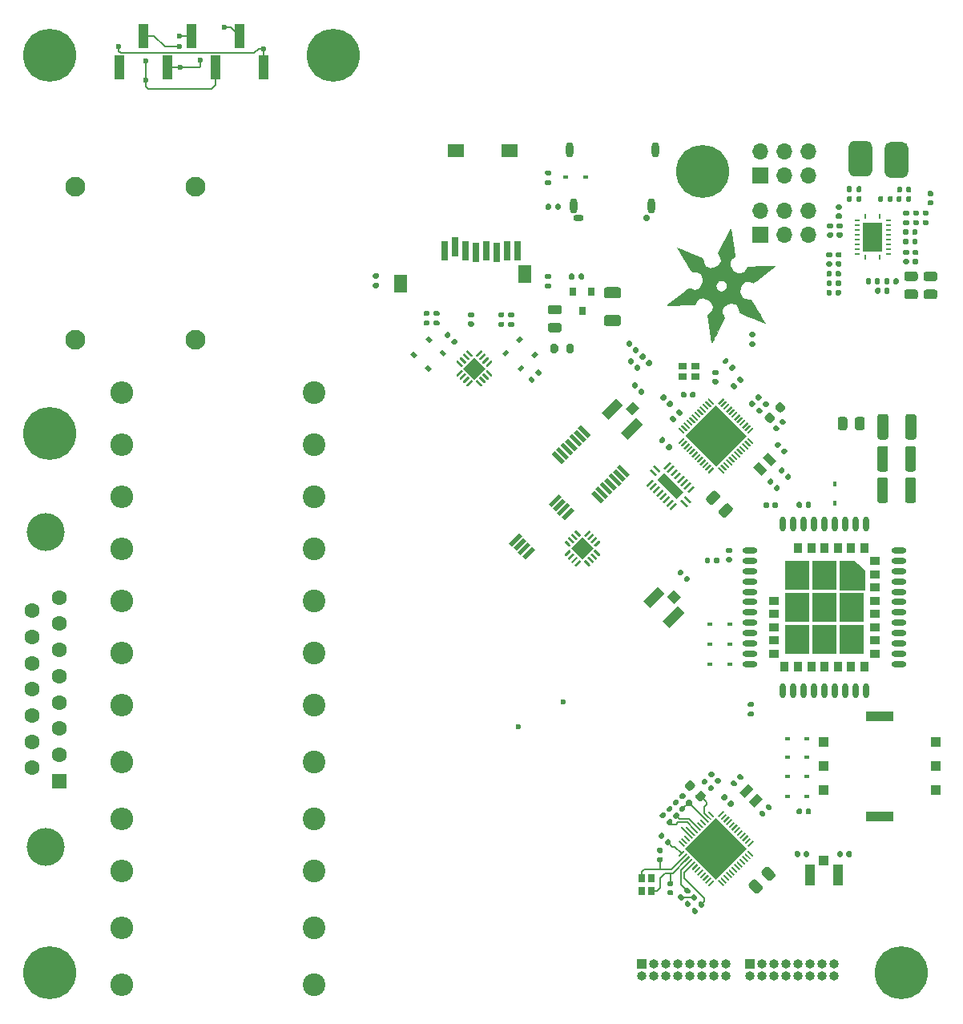
<source format=gbr>
%TF.GenerationSoftware,KiCad,Pcbnew,(5.1.9)-1*%
%TF.CreationDate,2021-07-25T18:06:35+01:00*%
%TF.ProjectId,P205,50323035-2e6b-4696-9361-645f70636258,rev?*%
%TF.SameCoordinates,Original*%
%TF.FileFunction,Copper,L4,Bot*%
%TF.FilePolarity,Positive*%
%FSLAX46Y46*%
G04 Gerber Fmt 4.6, Leading zero omitted, Abs format (unit mm)*
G04 Created by KiCad (PCBNEW (5.1.9)-1) date 2021-07-25 18:06:35*
%MOMM*%
%LPD*%
G01*
G04 APERTURE LIST*
%TA.AperFunction,EtchedComponent*%
%ADD10C,0.010000*%
%TD*%
%TA.AperFunction,SMDPad,CuDef*%
%ADD11R,0.750000X0.850000*%
%TD*%
%TA.AperFunction,SMDPad,CuDef*%
%ADD12C,0.100000*%
%TD*%
%TA.AperFunction,SMDPad,CuDef*%
%ADD13R,0.850000X0.750000*%
%TD*%
%TA.AperFunction,SMDPad,CuDef*%
%ADD14R,1.000000X1.000000*%
%TD*%
%TA.AperFunction,SMDPad,CuDef*%
%ADD15R,2.600000X3.100000*%
%TD*%
%TA.AperFunction,SMDPad,CuDef*%
%ADD16R,0.900000X1.100000*%
%TD*%
%TA.AperFunction,SMDPad,CuDef*%
%ADD17R,1.100000X0.900000*%
%TD*%
%TA.AperFunction,SMDPad,CuDef*%
%ADD18O,0.600000X1.600000*%
%TD*%
%TA.AperFunction,SMDPad,CuDef*%
%ADD19O,1.600000X0.600000*%
%TD*%
%TA.AperFunction,SMDPad,CuDef*%
%ADD20R,1.800000X1.400000*%
%TD*%
%TA.AperFunction,SMDPad,CuDef*%
%ADD21R,0.800000X2.000000*%
%TD*%
%TA.AperFunction,SMDPad,CuDef*%
%ADD22R,1.400000X1.900000*%
%TD*%
%TA.AperFunction,SMDPad,CuDef*%
%ADD23R,2.050000X3.050000*%
%TD*%
%TA.AperFunction,SMDPad,CuDef*%
%ADD24R,0.240000X0.600000*%
%TD*%
%TA.AperFunction,SMDPad,CuDef*%
%ADD25R,0.600000X0.240000*%
%TD*%
%TA.AperFunction,ComponentPad*%
%ADD26C,2.100000*%
%TD*%
%TA.AperFunction,ComponentPad*%
%ADD27O,2.400000X2.400000*%
%TD*%
%TA.AperFunction,ComponentPad*%
%ADD28C,2.400000*%
%TD*%
%TA.AperFunction,ConnectorPad*%
%ADD29C,5.600000*%
%TD*%
%TA.AperFunction,ComponentPad*%
%ADD30C,3.600000*%
%TD*%
%TA.AperFunction,SMDPad,CuDef*%
%ADD31R,1.000000X2.510000*%
%TD*%
%TA.AperFunction,SMDPad,CuDef*%
%ADD32R,3.000000X1.000000*%
%TD*%
%TA.AperFunction,SMDPad,CuDef*%
%ADD33R,1.100000X1.000000*%
%TD*%
%TA.AperFunction,ComponentPad*%
%ADD34C,0.600000*%
%TD*%
%TA.AperFunction,SMDPad,CuDef*%
%ADD35R,0.800000X0.900000*%
%TD*%
%TA.AperFunction,ComponentPad*%
%ADD36O,1.700000X1.700000*%
%TD*%
%TA.AperFunction,ComponentPad*%
%ADD37R,1.700000X1.700000*%
%TD*%
%TA.AperFunction,ComponentPad*%
%ADD38O,1.000000X1.000000*%
%TD*%
%TA.AperFunction,ComponentPad*%
%ADD39R,1.000000X1.000000*%
%TD*%
%TA.AperFunction,SMDPad,CuDef*%
%ADD40R,1.000000X1.050000*%
%TD*%
%TA.AperFunction,SMDPad,CuDef*%
%ADD41R,1.050000X2.200000*%
%TD*%
%TA.AperFunction,ComponentPad*%
%ADD42C,0.700000*%
%TD*%
%TA.AperFunction,ComponentPad*%
%ADD43O,1.100000X0.700000*%
%TD*%
%TA.AperFunction,ComponentPad*%
%ADD44O,0.800000X1.600000*%
%TD*%
%TA.AperFunction,ComponentPad*%
%ADD45C,4.000000*%
%TD*%
%TA.AperFunction,ComponentPad*%
%ADD46C,1.600000*%
%TD*%
%TA.AperFunction,ComponentPad*%
%ADD47R,1.600000X1.600000*%
%TD*%
%TA.AperFunction,SMDPad,CuDef*%
%ADD48R,0.600000X0.450000*%
%TD*%
%TA.AperFunction,SMDPad,CuDef*%
%ADD49R,0.450000X0.600000*%
%TD*%
%TA.AperFunction,ViaPad*%
%ADD50C,0.600000*%
%TD*%
%TA.AperFunction,ViaPad*%
%ADD51C,0.250000*%
%TD*%
%TA.AperFunction,Conductor*%
%ADD52C,0.200000*%
%TD*%
G04 APERTURE END LIST*
D10*
%TO.C,U8*%
G36*
X243500000Y-79500000D02*
G01*
X246100000Y-79500000D01*
X246100000Y-77430000D01*
X245070000Y-76400000D01*
X243500000Y-76400000D01*
X243500000Y-79500000D01*
G37*
X243500000Y-79500000D02*
X246100000Y-79500000D01*
X246100000Y-77430000D01*
X245070000Y-76400000D01*
X243500000Y-76400000D01*
X243500000Y-79500000D01*
%TO.C,NT1*%
G36*
X236661802Y-45261948D02*
G01*
X236591198Y-45261769D01*
X236481283Y-45263334D01*
X236337778Y-45266448D01*
X236166404Y-45270921D01*
X235972884Y-45276557D01*
X235762939Y-45283163D01*
X235542292Y-45290546D01*
X235316663Y-45298513D01*
X235091776Y-45306868D01*
X234873351Y-45315421D01*
X234667111Y-45323977D01*
X234478777Y-45332342D01*
X234314071Y-45340324D01*
X234178715Y-45347728D01*
X234137373Y-45350272D01*
X233793986Y-45372264D01*
X233701794Y-45506723D01*
X233608085Y-45642525D01*
X233536830Y-45743056D01*
X233482385Y-45815363D01*
X233439106Y-45866498D01*
X233401350Y-45903508D01*
X233363472Y-45933444D01*
X233355768Y-45938934D01*
X233241841Y-45999016D01*
X233102912Y-46043496D01*
X232963118Y-46065897D01*
X232883756Y-46065600D01*
X232711516Y-46027084D01*
X232533242Y-45948003D01*
X232358602Y-45836105D01*
X232197256Y-45699138D01*
X232058870Y-45544851D01*
X231953110Y-45380993D01*
X231910884Y-45285607D01*
X231867718Y-45113139D01*
X231868652Y-44948908D01*
X231915046Y-44788867D01*
X232008255Y-44628968D01*
X232149641Y-44465165D01*
X232203879Y-44412574D01*
X232366625Y-44260299D01*
X232062488Y-43424689D01*
X232047106Y-43426576D01*
X232040784Y-43414568D01*
X232042366Y-43391743D01*
X232050905Y-43392864D01*
X232064071Y-43420150D01*
X232062488Y-43424689D01*
X232366625Y-44260299D01*
X232383428Y-44244578D01*
X232041837Y-43306064D01*
X232025559Y-43298473D01*
X232033149Y-43282196D01*
X232049427Y-43289786D01*
X232041837Y-43306064D01*
X232383428Y-44244578D01*
X232403591Y-44225712D01*
X232022268Y-43178036D01*
X232005991Y-43170445D01*
X232013581Y-43154167D01*
X232029859Y-43161758D01*
X232022268Y-43178036D01*
X232403591Y-44225712D01*
X232407434Y-44222116D01*
X232396731Y-44132598D01*
X232002700Y-43050007D01*
X231986422Y-43042417D01*
X231994013Y-43026139D01*
X232010290Y-43033730D01*
X232002700Y-43050007D01*
X232396731Y-44132598D01*
X232383507Y-44022001D01*
X231983132Y-42921979D01*
X231966854Y-42914389D01*
X231974444Y-42898111D01*
X231990722Y-42905701D01*
X231983132Y-42921979D01*
X232383507Y-44022001D01*
X232368079Y-43892968D01*
X231973334Y-42808415D01*
X231957952Y-42810303D01*
X231951629Y-42798294D01*
X231953212Y-42775470D01*
X231961750Y-42776591D01*
X231974917Y-42803877D01*
X231973334Y-42808415D01*
X232368079Y-43892968D01*
X232358944Y-43816569D01*
X232354511Y-43781427D01*
X231953765Y-42680387D01*
X231938383Y-42682275D01*
X231932061Y-42670266D01*
X231933644Y-42647441D01*
X231942182Y-42648563D01*
X231955349Y-42675849D01*
X231953765Y-42680387D01*
X232354511Y-43781427D01*
X232338438Y-43654010D01*
X232312180Y-43459138D01*
X232311161Y-43451909D01*
X232224095Y-43212697D01*
X232207817Y-43205107D01*
X232215408Y-43188829D01*
X232231685Y-43196419D01*
X232224095Y-43212697D01*
X232311161Y-43451909D01*
X232294076Y-43330705D01*
X232204527Y-43084669D01*
X232188249Y-43077078D01*
X232195839Y-43060801D01*
X232212117Y-43068391D01*
X232204527Y-43084669D01*
X232294076Y-43330705D01*
X232282667Y-43249764D01*
X232276590Y-43208397D01*
X232176271Y-42932772D01*
X232159993Y-42925182D01*
X232167584Y-42908904D01*
X232183861Y-42916495D01*
X232176271Y-42932772D01*
X232276590Y-43208397D01*
X232258298Y-43083876D01*
X232156702Y-42804744D01*
X232140425Y-42797154D01*
X232148015Y-42780876D01*
X232164293Y-42788466D01*
X232156702Y-42804744D01*
X232258298Y-43083876D01*
X232252396Y-43043700D01*
X232230316Y-42899587D01*
X232219196Y-42827915D01*
X232126253Y-42572556D01*
X232109975Y-42564965D01*
X232117566Y-42548688D01*
X232133843Y-42556278D01*
X232126253Y-42572556D01*
X232219196Y-42827915D01*
X232198715Y-42695906D01*
X232163228Y-42463899D01*
X232127132Y-42225195D01*
X232093704Y-42001425D01*
X232075522Y-41878070D01*
X232052147Y-41723422D01*
X232030094Y-41586848D01*
X232010712Y-41475982D01*
X231995349Y-41398459D01*
X231985354Y-41361914D01*
X231983994Y-41360123D01*
X231967314Y-41378769D01*
X231932354Y-41435370D01*
X231883423Y-41522378D01*
X231824829Y-41632245D01*
X231789368Y-41701010D01*
X231716186Y-41843856D01*
X231627715Y-42015402D01*
X231532361Y-42199411D01*
X231438532Y-42379651D01*
X231380281Y-42491027D01*
X231291010Y-42662088D01*
X231187861Y-42860999D01*
X231079868Y-43070263D01*
X230976062Y-43272387D01*
X230901083Y-43419188D01*
X230653215Y-43906086D01*
X230703524Y-44009411D01*
X230793960Y-44199635D01*
X230861058Y-44353510D01*
X230906691Y-44478788D01*
X230932736Y-44583224D01*
X230941066Y-44674568D01*
X230933557Y-44760575D01*
X230912082Y-44848996D01*
X230908973Y-44859124D01*
X230835404Y-45014487D01*
X230718977Y-45158533D01*
X230567419Y-45284599D01*
X230388459Y-45386018D01*
X230229144Y-45445402D01*
X230003810Y-45492114D01*
X229793437Y-45497707D01*
X229603121Y-45462807D01*
X229437957Y-45388041D01*
X229371417Y-45340089D01*
X229316177Y-45290967D01*
X229275788Y-45242457D01*
X229241561Y-45180404D01*
X229204807Y-45090653D01*
X229184366Y-45035366D01*
X229142336Y-44913401D01*
X229102071Y-44785601D01*
X229071142Y-44676212D01*
X229066863Y-44659167D01*
X229027545Y-44497782D01*
X228509056Y-44277706D01*
X228323775Y-44199310D01*
X228108043Y-44108429D01*
X227878352Y-44011987D01*
X227651196Y-43916908D01*
X227443070Y-43830115D01*
X227405386Y-43814445D01*
X227229259Y-43741239D01*
X227055085Y-43668818D01*
X226892735Y-43601292D01*
X226752077Y-43542764D01*
X226642984Y-43497341D01*
X226599680Y-43479293D01*
X226503743Y-43441133D01*
X226427255Y-43414201D01*
X226380797Y-43402041D01*
X226371833Y-43403023D01*
X226382329Y-43428409D01*
X226415856Y-43490189D01*
X226468541Y-43581665D01*
X226536511Y-43696142D01*
X226615893Y-43826922D01*
X226634934Y-43857916D01*
X226735915Y-44022302D01*
X226853480Y-44214301D01*
X226977936Y-44418048D01*
X227099595Y-44617678D01*
X227207538Y-44795304D01*
X227308531Y-44960627D01*
X227414368Y-45131819D01*
X227517659Y-45297073D01*
X227611014Y-45444581D01*
X227687047Y-45562532D01*
X227698795Y-45580430D01*
X227887870Y-45867363D01*
X228165916Y-45882402D01*
X228392540Y-45908745D01*
X228578632Y-45962411D01*
X228727819Y-46045624D01*
X228748709Y-46066346D01*
X228146890Y-44412862D01*
X228043803Y-44370993D01*
X227971048Y-44339824D01*
X227939525Y-44321342D01*
X227942483Y-44311567D01*
X227942748Y-44311468D01*
X227967532Y-44320544D01*
X228021228Y-44346599D01*
X228029534Y-44350917D01*
X227936636Y-44095682D01*
X227922118Y-44094253D01*
X227899971Y-44087215D01*
X227850184Y-44065882D01*
X227844685Y-44050274D01*
X227848730Y-44048356D01*
X227874591Y-44057416D01*
X227905703Y-44074923D01*
X227936636Y-44095682D01*
X228029534Y-44350917D01*
X228048553Y-44360806D01*
X228146890Y-44412862D01*
X228748709Y-46066346D01*
X228843731Y-46160604D01*
X228929996Y-46309571D01*
X228951227Y-46362834D01*
X228994510Y-46543021D01*
X229005257Y-46743820D01*
X228985892Y-46953083D01*
X228938836Y-47158663D01*
X228866513Y-47348411D01*
X228771347Y-47510178D01*
X228707334Y-47585693D01*
X228606601Y-47664062D01*
X228477721Y-47731770D01*
X228343348Y-47778264D01*
X228264332Y-47792066D01*
X228215917Y-47794327D01*
X228164736Y-47791430D01*
X228101935Y-47781600D01*
X228018659Y-47763067D01*
X227906052Y-47734057D01*
X227755261Y-47692798D01*
X227721441Y-47683394D01*
X227564388Y-47639652D01*
X227287250Y-47843662D01*
X227188073Y-47917573D01*
X227064423Y-48011165D01*
X226920808Y-48120909D01*
X226761733Y-48243277D01*
X226591706Y-48374741D01*
X226415233Y-48511771D01*
X226236822Y-48650841D01*
X226060977Y-48788421D01*
X225892208Y-48920982D01*
X225735019Y-49044998D01*
X225593918Y-49156937D01*
X225473412Y-49253273D01*
X225378006Y-49330478D01*
X225312209Y-49385022D01*
X225280526Y-49413377D01*
X225278340Y-49416500D01*
X225303976Y-49418540D01*
X225375422Y-49418809D01*
X225487723Y-49417417D01*
X225635927Y-49414476D01*
X225815078Y-49410097D01*
X226020223Y-49404389D01*
X226246404Y-49397465D01*
X226488670Y-49389436D01*
X226491566Y-49389336D01*
X226744066Y-49380391D01*
X226805082Y-49378105D01*
X226499940Y-48539733D01*
X226477115Y-48538151D01*
X226478236Y-48529613D01*
X226505523Y-48516446D01*
X226510061Y-48518030D01*
X226511949Y-48533412D01*
X226499940Y-48539733D01*
X226805082Y-49378105D01*
X226988840Y-49371225D01*
X227085012Y-49367427D01*
X226793992Y-48567857D01*
X226777715Y-48560267D01*
X226785305Y-48543989D01*
X226801583Y-48551580D01*
X226793992Y-48567857D01*
X227085012Y-49367427D01*
X227219593Y-49362112D01*
X227364687Y-49356049D01*
X226940361Y-48190222D01*
X226917536Y-48188640D01*
X226918657Y-48180102D01*
X226945944Y-48166935D01*
X226950482Y-48168519D01*
X226952370Y-48183901D01*
X226940361Y-48190222D01*
X227364687Y-49356049D01*
X227430032Y-49353319D01*
X227457847Y-49352077D01*
X227015212Y-48135948D01*
X226998934Y-48128358D01*
X227006525Y-48112080D01*
X227022802Y-48119671D01*
X227015212Y-48135948D01*
X227457847Y-49352077D01*
X227537641Y-49348516D01*
X227078129Y-48086018D01*
X227061851Y-48078428D01*
X227069442Y-48062150D01*
X227085720Y-48069741D01*
X227078129Y-48086018D01*
X227537641Y-49348516D01*
X227613861Y-49345116D01*
X227617430Y-49344942D01*
X227141046Y-48036088D01*
X227124769Y-48028498D01*
X227132359Y-48012220D01*
X227148637Y-48019810D01*
X227141046Y-48036088D01*
X227617430Y-49344942D01*
X227723670Y-49339774D01*
X227297330Y-48168416D01*
X227281053Y-48160826D01*
X227288643Y-48144548D01*
X227304921Y-48152139D01*
X227297330Y-48168416D01*
X227723670Y-49339774D01*
X227764785Y-49337774D01*
X227803254Y-49335635D01*
X227360248Y-48118486D01*
X227343970Y-48110896D01*
X227351560Y-48094618D01*
X227367838Y-48102208D01*
X227360248Y-48118486D01*
X227803254Y-49335635D01*
X227876512Y-49331562D01*
X227882703Y-49331126D01*
X227423165Y-48068556D01*
X227406887Y-48060966D01*
X227414478Y-48044688D01*
X227430755Y-48052278D01*
X227423165Y-48068556D01*
X227882703Y-49331126D01*
X227935414Y-49327420D01*
X228171272Y-49307054D01*
X228241197Y-49202111D01*
X228353683Y-49037349D01*
X228447837Y-48910691D01*
X228530247Y-48815976D01*
X228607495Y-48747035D01*
X228686170Y-48697706D01*
X228772855Y-48661824D01*
X228839551Y-48642010D01*
X229020097Y-48619939D01*
X229208933Y-48645747D01*
X229402138Y-48718003D01*
X229595792Y-48835273D01*
X229771845Y-48982512D01*
X229861222Y-49071468D01*
X229924010Y-49146329D01*
X229973037Y-49225055D01*
X230021126Y-49325602D01*
X230027883Y-49340996D01*
X230071819Y-49447414D01*
X230096551Y-49527150D01*
X230106246Y-49598624D01*
X230105069Y-49680257D01*
X230104973Y-49681935D01*
X230076017Y-49840319D01*
X230005774Y-49993763D01*
X229891257Y-50147391D01*
X229753439Y-50285046D01*
X229562574Y-50456935D01*
X229607874Y-50823358D01*
X229622097Y-50932570D01*
X229642852Y-51083815D01*
X229668960Y-51268917D01*
X229699247Y-51479700D01*
X229732539Y-51707983D01*
X229767657Y-51945590D01*
X229803427Y-52184344D01*
X229806066Y-52201822D01*
X229839681Y-52424668D01*
X229871086Y-52633533D01*
X229899429Y-52822689D01*
X229923857Y-52986408D01*
X229943514Y-53118958D01*
X229957546Y-53214612D01*
X229965100Y-53267638D01*
X229966019Y-53274757D01*
X229978372Y-53315563D01*
X229993866Y-53318682D01*
X230011223Y-53291757D01*
X230048777Y-53224890D01*
X230103750Y-53123448D01*
X230173361Y-52992796D01*
X230254828Y-52838297D01*
X230345374Y-52665317D01*
X230442215Y-52479222D01*
X230542573Y-52285376D01*
X230643665Y-52089143D01*
X230742712Y-51895891D01*
X230836933Y-51710981D01*
X230903652Y-51579109D01*
X228316509Y-44470992D01*
X228301991Y-44469563D01*
X228279843Y-44462524D01*
X228230057Y-44441192D01*
X228224558Y-44425583D01*
X228228603Y-44423666D01*
X228254464Y-44432726D01*
X228285575Y-44450233D01*
X228316509Y-44470992D01*
X230903652Y-51579109D01*
X230923549Y-51539781D01*
X230942993Y-51500976D01*
X228303086Y-44247891D01*
X228199999Y-44206022D01*
X228127244Y-44174853D01*
X228095722Y-44156370D01*
X228098679Y-44146596D01*
X228098944Y-44146497D01*
X228123728Y-44155573D01*
X228177425Y-44181628D01*
X228204750Y-44195835D01*
X228303086Y-44247891D01*
X230942993Y-51500976D01*
X230982136Y-51422859D01*
X230963789Y-51372450D01*
X230971513Y-51344915D01*
X230995996Y-51286387D01*
X231020986Y-51232540D01*
X231054958Y-51165250D01*
X231077183Y-51127014D01*
X228715514Y-44638382D01*
X228628816Y-44604408D01*
X228561962Y-44575914D01*
X228538231Y-44558899D01*
X228544233Y-44552057D01*
X228569249Y-44561085D01*
X228621084Y-44586978D01*
X228633761Y-44593805D01*
X228715514Y-44638382D01*
X231077183Y-51127014D01*
X231079100Y-51123715D01*
X231086871Y-51116499D01*
X231079148Y-51144034D01*
X231054666Y-51202562D01*
X231029674Y-51256408D01*
X230995704Y-51323699D01*
X230971562Y-51365234D01*
X230963789Y-51372450D01*
X230867396Y-51107611D01*
X230874703Y-51078881D01*
X230895064Y-51035101D01*
X230919609Y-50994952D01*
X230931421Y-50986460D01*
X230924114Y-51015190D01*
X230903752Y-51058969D01*
X230879208Y-51099119D01*
X230867396Y-51107611D01*
X230963789Y-51372450D01*
X230982136Y-51422859D01*
X230999776Y-51387654D01*
X231062837Y-51259965D01*
X231091682Y-51200471D01*
X231145175Y-51091027D01*
X228717620Y-44421374D01*
X228614533Y-44379505D01*
X228541778Y-44348336D01*
X228510256Y-44329854D01*
X228513213Y-44320079D01*
X228513478Y-44319980D01*
X228538262Y-44329056D01*
X228591959Y-44355111D01*
X228619284Y-44369318D01*
X228717620Y-44421374D01*
X231145175Y-51091027D01*
X231155696Y-51069500D01*
X231213624Y-50955349D01*
X231261439Y-50865606D01*
X231295114Y-50807864D01*
X231309566Y-50789630D01*
X231312153Y-50764614D01*
X231287709Y-50700265D01*
X231235703Y-50595244D01*
X231222952Y-50571126D01*
X231137561Y-50403565D01*
X231078799Y-50267354D01*
X231044385Y-50152078D01*
X231032029Y-50047318D01*
X231039450Y-49942659D01*
X231061902Y-49837029D01*
X231126561Y-49683828D01*
X231234605Y-49540335D01*
X231378723Y-49412973D01*
X231551604Y-49308167D01*
X231681708Y-49257404D01*
X231192394Y-47913024D01*
X231051407Y-47952135D01*
X230928345Y-47955252D01*
X230804509Y-47921584D01*
X230743245Y-47894072D01*
X230606291Y-47800856D01*
X230499932Y-47675759D01*
X230430237Y-47529078D01*
X230403275Y-47371107D01*
X230404671Y-47319745D01*
X230439694Y-47167944D01*
X230514576Y-47033792D01*
X230620977Y-46922125D01*
X230750558Y-46837773D01*
X230894979Y-46785572D01*
X231045902Y-46770353D01*
X231194987Y-46796949D01*
X231259832Y-46824139D01*
X231385161Y-46914113D01*
X231482441Y-47036885D01*
X231547564Y-47181203D01*
X231576423Y-47335815D01*
X231564909Y-47489471D01*
X231535606Y-47579523D01*
X231446139Y-47731937D01*
X231328530Y-47843452D01*
X231192394Y-47913024D01*
X231681708Y-49257404D01*
X231745939Y-49232342D01*
X231751966Y-49230599D01*
X231977173Y-49185762D01*
X232183864Y-49183858D01*
X232368717Y-49223332D01*
X232528414Y-49302629D01*
X232659634Y-49420196D01*
X232759058Y-49574478D01*
X232814771Y-49728207D01*
X232845324Y-49843942D01*
X232878578Y-49967889D01*
X232897155Y-50036099D01*
X232937672Y-50183532D01*
X233489222Y-50419120D01*
X233675134Y-50498168D01*
X233892984Y-50590206D01*
X234127722Y-50688911D01*
X234364300Y-50787965D01*
X234587080Y-50880800D01*
X233884805Y-48951316D01*
X233869423Y-48953204D01*
X233863101Y-48941195D01*
X233837039Y-48869590D01*
X233814214Y-48868008D01*
X233815335Y-48859470D01*
X233842622Y-48846303D01*
X233847160Y-48847887D01*
X233849048Y-48863269D01*
X233837039Y-48869590D01*
X233863101Y-48941195D01*
X233864684Y-48918370D01*
X233873222Y-48919491D01*
X233886388Y-48946778D01*
X233884805Y-48951316D01*
X234587080Y-50880800D01*
X234587668Y-50881045D01*
X234613610Y-50891806D01*
X233942339Y-49047505D01*
X233926062Y-49039914D01*
X233933652Y-49023637D01*
X233949930Y-49031227D01*
X233942339Y-49047505D01*
X234613610Y-50891806D01*
X234645447Y-50905011D01*
X234009644Y-49158159D01*
X233993366Y-49150568D01*
X234000957Y-49134290D01*
X233905396Y-48871740D01*
X233889119Y-48864150D01*
X233896709Y-48847872D01*
X233912987Y-48855462D01*
X233905396Y-48871740D01*
X234000957Y-49134290D01*
X234017235Y-49141881D01*
X234009644Y-49158159D01*
X234645447Y-50905011D01*
X234682591Y-50920420D01*
X234078032Y-49259409D01*
X234062650Y-49261296D01*
X234056328Y-49249288D01*
X234057910Y-49226463D01*
X234066449Y-49227584D01*
X234079615Y-49254870D01*
X234078032Y-49259409D01*
X234682591Y-50920420D01*
X234693202Y-50924822D01*
X234714424Y-50933616D01*
X234145337Y-49370062D01*
X234129955Y-49371950D01*
X234123632Y-49359941D01*
X234125215Y-49337116D01*
X234129022Y-49337616D01*
X233961820Y-48878234D01*
X233945542Y-48870643D01*
X233953133Y-48854366D01*
X233969411Y-48861956D01*
X233961820Y-48878234D01*
X234129022Y-49337616D01*
X234133754Y-49338238D01*
X234146920Y-49365524D01*
X234145337Y-49370062D01*
X234714424Y-50933616D01*
X234804611Y-50970989D01*
X234042112Y-48876040D01*
X234025834Y-48868450D01*
X234033425Y-48852172D01*
X234049703Y-48859762D01*
X234042112Y-48876040D01*
X234804611Y-50970989D01*
X234841749Y-50986379D01*
X234405869Y-49788809D01*
X234390487Y-49790697D01*
X234384164Y-49778688D01*
X234385747Y-49755863D01*
X234389553Y-49756362D01*
X234109417Y-48986694D01*
X234093139Y-48979103D01*
X234100730Y-48962826D01*
X234117007Y-48970416D01*
X234109417Y-48986694D01*
X234389553Y-49756362D01*
X234394285Y-49756984D01*
X234407452Y-49784270D01*
X234405869Y-49788809D01*
X234841749Y-50986379D01*
X234868274Y-50997372D01*
X234472090Y-49908866D01*
X234455812Y-49901275D01*
X234463403Y-49884998D01*
X234479681Y-49892588D01*
X234472090Y-49908866D01*
X234868274Y-50997372D01*
X234870435Y-50998268D01*
X234931957Y-51023811D01*
X234285269Y-49247050D01*
X234268991Y-49239460D01*
X234276582Y-49223182D01*
X234292860Y-49230772D01*
X234285269Y-49247050D01*
X234931957Y-51023811D01*
X235038254Y-51067944D01*
X235091186Y-51089965D01*
X234613106Y-49776450D01*
X234596828Y-49768860D01*
X234604418Y-49752582D01*
X234620696Y-49760172D01*
X234613106Y-49776450D01*
X235091186Y-51089965D01*
X235123039Y-51103217D01*
X234680410Y-49887104D01*
X234664133Y-49879513D01*
X234671723Y-49863236D01*
X234688001Y-49870826D01*
X234680410Y-49887104D01*
X235123039Y-51103217D01*
X235189153Y-51130723D01*
X235315623Y-51183477D01*
X235410158Y-51223080D01*
X235465230Y-51246395D01*
X235533931Y-51272967D01*
X235580262Y-51285244D01*
X235591407Y-51283700D01*
X235579710Y-51260377D01*
X235544234Y-51198686D01*
X235487931Y-51103457D01*
X235413755Y-50979520D01*
X235324655Y-50831705D01*
X235223583Y-50664842D01*
X235113493Y-50483763D01*
X234997335Y-50293296D01*
X234878061Y-50098273D01*
X234758624Y-49903523D01*
X234641974Y-49713878D01*
X234531064Y-49534167D01*
X234428847Y-49369220D01*
X234338271Y-49223868D01*
X234262292Y-49102942D01*
X234203859Y-49011270D01*
X234184818Y-48981982D01*
X234075156Y-48814871D01*
X233819385Y-48805914D01*
X233598512Y-48784809D01*
X233416608Y-48737205D01*
X233268208Y-48661219D01*
X233175462Y-48584327D01*
X233070137Y-48443803D01*
X232998651Y-48269773D01*
X232962349Y-48067786D01*
X232962578Y-47843386D01*
X232972996Y-47750021D01*
X233023267Y-47524442D01*
X233104691Y-47325347D01*
X233213819Y-47158315D01*
X233347203Y-47028929D01*
X233461459Y-46959773D01*
X233555149Y-46921134D01*
X233645468Y-46897851D01*
X233741439Y-46890417D01*
X233852089Y-46899323D01*
X233986444Y-46925064D01*
X234153528Y-46968132D01*
X234279939Y-47004466D01*
X234401049Y-47040155D01*
X234562683Y-46927256D01*
X234624009Y-46882794D01*
X234715628Y-46814169D01*
X234833073Y-46724880D01*
X234971874Y-46618423D01*
X235127562Y-46498298D01*
X235295667Y-46368003D01*
X235471720Y-46231038D01*
X235482132Y-46222911D01*
X235176028Y-45381895D01*
X235159750Y-45374305D01*
X235167340Y-45358027D01*
X235183618Y-45365618D01*
X235176028Y-45381895D01*
X235482132Y-46222911D01*
X235555807Y-46165404D01*
X235268254Y-45375358D01*
X235245429Y-45373776D01*
X235246550Y-45365238D01*
X235273837Y-45352071D01*
X235278375Y-45353654D01*
X235280263Y-45369036D01*
X235268254Y-45375358D01*
X235555807Y-46165404D01*
X235651253Y-46090901D01*
X235829794Y-45951090D01*
X236002874Y-45815105D01*
X236166025Y-45686443D01*
X236314777Y-45568603D01*
X236444662Y-45465084D01*
X236551208Y-45379384D01*
X236629947Y-45315003D01*
X236676410Y-45275438D01*
X236687373Y-45264065D01*
X236661802Y-45261948D01*
G37*
X236661802Y-45261948D02*
X236591198Y-45261769D01*
X236481283Y-45263334D01*
X236337778Y-45266448D01*
X236166404Y-45270921D01*
X235972884Y-45276557D01*
X235762939Y-45283163D01*
X235542292Y-45290546D01*
X235316663Y-45298513D01*
X235091776Y-45306868D01*
X234873351Y-45315421D01*
X234667111Y-45323977D01*
X234478777Y-45332342D01*
X234314071Y-45340324D01*
X234178715Y-45347728D01*
X234137373Y-45350272D01*
X233793986Y-45372264D01*
X233701794Y-45506723D01*
X233608085Y-45642525D01*
X233536830Y-45743056D01*
X233482385Y-45815363D01*
X233439106Y-45866498D01*
X233401350Y-45903508D01*
X233363472Y-45933444D01*
X233355768Y-45938934D01*
X233241841Y-45999016D01*
X233102912Y-46043496D01*
X232963118Y-46065897D01*
X232883756Y-46065600D01*
X232711516Y-46027084D01*
X232533242Y-45948003D01*
X232358602Y-45836105D01*
X232197256Y-45699138D01*
X232058870Y-45544851D01*
X231953110Y-45380993D01*
X231910884Y-45285607D01*
X231867718Y-45113139D01*
X231868652Y-44948908D01*
X231915046Y-44788867D01*
X232008255Y-44628968D01*
X232149641Y-44465165D01*
X232203879Y-44412574D01*
X232366625Y-44260299D01*
X232062488Y-43424689D01*
X232047106Y-43426576D01*
X232040784Y-43414568D01*
X232042366Y-43391743D01*
X232050905Y-43392864D01*
X232064071Y-43420150D01*
X232062488Y-43424689D01*
X232366625Y-44260299D01*
X232383428Y-44244578D01*
X232041837Y-43306064D01*
X232025559Y-43298473D01*
X232033149Y-43282196D01*
X232049427Y-43289786D01*
X232041837Y-43306064D01*
X232383428Y-44244578D01*
X232403591Y-44225712D01*
X232022268Y-43178036D01*
X232005991Y-43170445D01*
X232013581Y-43154167D01*
X232029859Y-43161758D01*
X232022268Y-43178036D01*
X232403591Y-44225712D01*
X232407434Y-44222116D01*
X232396731Y-44132598D01*
X232002700Y-43050007D01*
X231986422Y-43042417D01*
X231994013Y-43026139D01*
X232010290Y-43033730D01*
X232002700Y-43050007D01*
X232396731Y-44132598D01*
X232383507Y-44022001D01*
X231983132Y-42921979D01*
X231966854Y-42914389D01*
X231974444Y-42898111D01*
X231990722Y-42905701D01*
X231983132Y-42921979D01*
X232383507Y-44022001D01*
X232368079Y-43892968D01*
X231973334Y-42808415D01*
X231957952Y-42810303D01*
X231951629Y-42798294D01*
X231953212Y-42775470D01*
X231961750Y-42776591D01*
X231974917Y-42803877D01*
X231973334Y-42808415D01*
X232368079Y-43892968D01*
X232358944Y-43816569D01*
X232354511Y-43781427D01*
X231953765Y-42680387D01*
X231938383Y-42682275D01*
X231932061Y-42670266D01*
X231933644Y-42647441D01*
X231942182Y-42648563D01*
X231955349Y-42675849D01*
X231953765Y-42680387D01*
X232354511Y-43781427D01*
X232338438Y-43654010D01*
X232312180Y-43459138D01*
X232311161Y-43451909D01*
X232224095Y-43212697D01*
X232207817Y-43205107D01*
X232215408Y-43188829D01*
X232231685Y-43196419D01*
X232224095Y-43212697D01*
X232311161Y-43451909D01*
X232294076Y-43330705D01*
X232204527Y-43084669D01*
X232188249Y-43077078D01*
X232195839Y-43060801D01*
X232212117Y-43068391D01*
X232204527Y-43084669D01*
X232294076Y-43330705D01*
X232282667Y-43249764D01*
X232276590Y-43208397D01*
X232176271Y-42932772D01*
X232159993Y-42925182D01*
X232167584Y-42908904D01*
X232183861Y-42916495D01*
X232176271Y-42932772D01*
X232276590Y-43208397D01*
X232258298Y-43083876D01*
X232156702Y-42804744D01*
X232140425Y-42797154D01*
X232148015Y-42780876D01*
X232164293Y-42788466D01*
X232156702Y-42804744D01*
X232258298Y-43083876D01*
X232252396Y-43043700D01*
X232230316Y-42899587D01*
X232219196Y-42827915D01*
X232126253Y-42572556D01*
X232109975Y-42564965D01*
X232117566Y-42548688D01*
X232133843Y-42556278D01*
X232126253Y-42572556D01*
X232219196Y-42827915D01*
X232198715Y-42695906D01*
X232163228Y-42463899D01*
X232127132Y-42225195D01*
X232093704Y-42001425D01*
X232075522Y-41878070D01*
X232052147Y-41723422D01*
X232030094Y-41586848D01*
X232010712Y-41475982D01*
X231995349Y-41398459D01*
X231985354Y-41361914D01*
X231983994Y-41360123D01*
X231967314Y-41378769D01*
X231932354Y-41435370D01*
X231883423Y-41522378D01*
X231824829Y-41632245D01*
X231789368Y-41701010D01*
X231716186Y-41843856D01*
X231627715Y-42015402D01*
X231532361Y-42199411D01*
X231438532Y-42379651D01*
X231380281Y-42491027D01*
X231291010Y-42662088D01*
X231187861Y-42860999D01*
X231079868Y-43070263D01*
X230976062Y-43272387D01*
X230901083Y-43419188D01*
X230653215Y-43906086D01*
X230703524Y-44009411D01*
X230793960Y-44199635D01*
X230861058Y-44353510D01*
X230906691Y-44478788D01*
X230932736Y-44583224D01*
X230941066Y-44674568D01*
X230933557Y-44760575D01*
X230912082Y-44848996D01*
X230908973Y-44859124D01*
X230835404Y-45014487D01*
X230718977Y-45158533D01*
X230567419Y-45284599D01*
X230388459Y-45386018D01*
X230229144Y-45445402D01*
X230003810Y-45492114D01*
X229793437Y-45497707D01*
X229603121Y-45462807D01*
X229437957Y-45388041D01*
X229371417Y-45340089D01*
X229316177Y-45290967D01*
X229275788Y-45242457D01*
X229241561Y-45180404D01*
X229204807Y-45090653D01*
X229184366Y-45035366D01*
X229142336Y-44913401D01*
X229102071Y-44785601D01*
X229071142Y-44676212D01*
X229066863Y-44659167D01*
X229027545Y-44497782D01*
X228509056Y-44277706D01*
X228323775Y-44199310D01*
X228108043Y-44108429D01*
X227878352Y-44011987D01*
X227651196Y-43916908D01*
X227443070Y-43830115D01*
X227405386Y-43814445D01*
X227229259Y-43741239D01*
X227055085Y-43668818D01*
X226892735Y-43601292D01*
X226752077Y-43542764D01*
X226642984Y-43497341D01*
X226599680Y-43479293D01*
X226503743Y-43441133D01*
X226427255Y-43414201D01*
X226380797Y-43402041D01*
X226371833Y-43403023D01*
X226382329Y-43428409D01*
X226415856Y-43490189D01*
X226468541Y-43581665D01*
X226536511Y-43696142D01*
X226615893Y-43826922D01*
X226634934Y-43857916D01*
X226735915Y-44022302D01*
X226853480Y-44214301D01*
X226977936Y-44418048D01*
X227099595Y-44617678D01*
X227207538Y-44795304D01*
X227308531Y-44960627D01*
X227414368Y-45131819D01*
X227517659Y-45297073D01*
X227611014Y-45444581D01*
X227687047Y-45562532D01*
X227698795Y-45580430D01*
X227887870Y-45867363D01*
X228165916Y-45882402D01*
X228392540Y-45908745D01*
X228578632Y-45962411D01*
X228727819Y-46045624D01*
X228748709Y-46066346D01*
X228146890Y-44412862D01*
X228043803Y-44370993D01*
X227971048Y-44339824D01*
X227939525Y-44321342D01*
X227942483Y-44311567D01*
X227942748Y-44311468D01*
X227967532Y-44320544D01*
X228021228Y-44346599D01*
X228029534Y-44350917D01*
X227936636Y-44095682D01*
X227922118Y-44094253D01*
X227899971Y-44087215D01*
X227850184Y-44065882D01*
X227844685Y-44050274D01*
X227848730Y-44048356D01*
X227874591Y-44057416D01*
X227905703Y-44074923D01*
X227936636Y-44095682D01*
X228029534Y-44350917D01*
X228048553Y-44360806D01*
X228146890Y-44412862D01*
X228748709Y-46066346D01*
X228843731Y-46160604D01*
X228929996Y-46309571D01*
X228951227Y-46362834D01*
X228994510Y-46543021D01*
X229005257Y-46743820D01*
X228985892Y-46953083D01*
X228938836Y-47158663D01*
X228866513Y-47348411D01*
X228771347Y-47510178D01*
X228707334Y-47585693D01*
X228606601Y-47664062D01*
X228477721Y-47731770D01*
X228343348Y-47778264D01*
X228264332Y-47792066D01*
X228215917Y-47794327D01*
X228164736Y-47791430D01*
X228101935Y-47781600D01*
X228018659Y-47763067D01*
X227906052Y-47734057D01*
X227755261Y-47692798D01*
X227721441Y-47683394D01*
X227564388Y-47639652D01*
X227287250Y-47843662D01*
X227188073Y-47917573D01*
X227064423Y-48011165D01*
X226920808Y-48120909D01*
X226761733Y-48243277D01*
X226591706Y-48374741D01*
X226415233Y-48511771D01*
X226236822Y-48650841D01*
X226060977Y-48788421D01*
X225892208Y-48920982D01*
X225735019Y-49044998D01*
X225593918Y-49156937D01*
X225473412Y-49253273D01*
X225378006Y-49330478D01*
X225312209Y-49385022D01*
X225280526Y-49413377D01*
X225278340Y-49416500D01*
X225303976Y-49418540D01*
X225375422Y-49418809D01*
X225487723Y-49417417D01*
X225635927Y-49414476D01*
X225815078Y-49410097D01*
X226020223Y-49404389D01*
X226246404Y-49397465D01*
X226488670Y-49389436D01*
X226491566Y-49389336D01*
X226744066Y-49380391D01*
X226805082Y-49378105D01*
X226499940Y-48539733D01*
X226477115Y-48538151D01*
X226478236Y-48529613D01*
X226505523Y-48516446D01*
X226510061Y-48518030D01*
X226511949Y-48533412D01*
X226499940Y-48539733D01*
X226805082Y-49378105D01*
X226988840Y-49371225D01*
X227085012Y-49367427D01*
X226793992Y-48567857D01*
X226777715Y-48560267D01*
X226785305Y-48543989D01*
X226801583Y-48551580D01*
X226793992Y-48567857D01*
X227085012Y-49367427D01*
X227219593Y-49362112D01*
X227364687Y-49356049D01*
X226940361Y-48190222D01*
X226917536Y-48188640D01*
X226918657Y-48180102D01*
X226945944Y-48166935D01*
X226950482Y-48168519D01*
X226952370Y-48183901D01*
X226940361Y-48190222D01*
X227364687Y-49356049D01*
X227430032Y-49353319D01*
X227457847Y-49352077D01*
X227015212Y-48135948D01*
X226998934Y-48128358D01*
X227006525Y-48112080D01*
X227022802Y-48119671D01*
X227015212Y-48135948D01*
X227457847Y-49352077D01*
X227537641Y-49348516D01*
X227078129Y-48086018D01*
X227061851Y-48078428D01*
X227069442Y-48062150D01*
X227085720Y-48069741D01*
X227078129Y-48086018D01*
X227537641Y-49348516D01*
X227613861Y-49345116D01*
X227617430Y-49344942D01*
X227141046Y-48036088D01*
X227124769Y-48028498D01*
X227132359Y-48012220D01*
X227148637Y-48019810D01*
X227141046Y-48036088D01*
X227617430Y-49344942D01*
X227723670Y-49339774D01*
X227297330Y-48168416D01*
X227281053Y-48160826D01*
X227288643Y-48144548D01*
X227304921Y-48152139D01*
X227297330Y-48168416D01*
X227723670Y-49339774D01*
X227764785Y-49337774D01*
X227803254Y-49335635D01*
X227360248Y-48118486D01*
X227343970Y-48110896D01*
X227351560Y-48094618D01*
X227367838Y-48102208D01*
X227360248Y-48118486D01*
X227803254Y-49335635D01*
X227876512Y-49331562D01*
X227882703Y-49331126D01*
X227423165Y-48068556D01*
X227406887Y-48060966D01*
X227414478Y-48044688D01*
X227430755Y-48052278D01*
X227423165Y-48068556D01*
X227882703Y-49331126D01*
X227935414Y-49327420D01*
X228171272Y-49307054D01*
X228241197Y-49202111D01*
X228353683Y-49037349D01*
X228447837Y-48910691D01*
X228530247Y-48815976D01*
X228607495Y-48747035D01*
X228686170Y-48697706D01*
X228772855Y-48661824D01*
X228839551Y-48642010D01*
X229020097Y-48619939D01*
X229208933Y-48645747D01*
X229402138Y-48718003D01*
X229595792Y-48835273D01*
X229771845Y-48982512D01*
X229861222Y-49071468D01*
X229924010Y-49146329D01*
X229973037Y-49225055D01*
X230021126Y-49325602D01*
X230027883Y-49340996D01*
X230071819Y-49447414D01*
X230096551Y-49527150D01*
X230106246Y-49598624D01*
X230105069Y-49680257D01*
X230104973Y-49681935D01*
X230076017Y-49840319D01*
X230005774Y-49993763D01*
X229891257Y-50147391D01*
X229753439Y-50285046D01*
X229562574Y-50456935D01*
X229607874Y-50823358D01*
X229622097Y-50932570D01*
X229642852Y-51083815D01*
X229668960Y-51268917D01*
X229699247Y-51479700D01*
X229732539Y-51707983D01*
X229767657Y-51945590D01*
X229803427Y-52184344D01*
X229806066Y-52201822D01*
X229839681Y-52424668D01*
X229871086Y-52633533D01*
X229899429Y-52822689D01*
X229923857Y-52986408D01*
X229943514Y-53118958D01*
X229957546Y-53214612D01*
X229965100Y-53267638D01*
X229966019Y-53274757D01*
X229978372Y-53315563D01*
X229993866Y-53318682D01*
X230011223Y-53291757D01*
X230048777Y-53224890D01*
X230103750Y-53123448D01*
X230173361Y-52992796D01*
X230254828Y-52838297D01*
X230345374Y-52665317D01*
X230442215Y-52479222D01*
X230542573Y-52285376D01*
X230643665Y-52089143D01*
X230742712Y-51895891D01*
X230836933Y-51710981D01*
X230903652Y-51579109D01*
X228316509Y-44470992D01*
X228301991Y-44469563D01*
X228279843Y-44462524D01*
X228230057Y-44441192D01*
X228224558Y-44425583D01*
X228228603Y-44423666D01*
X228254464Y-44432726D01*
X228285575Y-44450233D01*
X228316509Y-44470992D01*
X230903652Y-51579109D01*
X230923549Y-51539781D01*
X230942993Y-51500976D01*
X228303086Y-44247891D01*
X228199999Y-44206022D01*
X228127244Y-44174853D01*
X228095722Y-44156370D01*
X228098679Y-44146596D01*
X228098944Y-44146497D01*
X228123728Y-44155573D01*
X228177425Y-44181628D01*
X228204750Y-44195835D01*
X228303086Y-44247891D01*
X230942993Y-51500976D01*
X230982136Y-51422859D01*
X230963789Y-51372450D01*
X230971513Y-51344915D01*
X230995996Y-51286387D01*
X231020986Y-51232540D01*
X231054958Y-51165250D01*
X231077183Y-51127014D01*
X228715514Y-44638382D01*
X228628816Y-44604408D01*
X228561962Y-44575914D01*
X228538231Y-44558899D01*
X228544233Y-44552057D01*
X228569249Y-44561085D01*
X228621084Y-44586978D01*
X228633761Y-44593805D01*
X228715514Y-44638382D01*
X231077183Y-51127014D01*
X231079100Y-51123715D01*
X231086871Y-51116499D01*
X231079148Y-51144034D01*
X231054666Y-51202562D01*
X231029674Y-51256408D01*
X230995704Y-51323699D01*
X230971562Y-51365234D01*
X230963789Y-51372450D01*
X230867396Y-51107611D01*
X230874703Y-51078881D01*
X230895064Y-51035101D01*
X230919609Y-50994952D01*
X230931421Y-50986460D01*
X230924114Y-51015190D01*
X230903752Y-51058969D01*
X230879208Y-51099119D01*
X230867396Y-51107611D01*
X230963789Y-51372450D01*
X230982136Y-51422859D01*
X230999776Y-51387654D01*
X231062837Y-51259965D01*
X231091682Y-51200471D01*
X231145175Y-51091027D01*
X228717620Y-44421374D01*
X228614533Y-44379505D01*
X228541778Y-44348336D01*
X228510256Y-44329854D01*
X228513213Y-44320079D01*
X228513478Y-44319980D01*
X228538262Y-44329056D01*
X228591959Y-44355111D01*
X228619284Y-44369318D01*
X228717620Y-44421374D01*
X231145175Y-51091027D01*
X231155696Y-51069500D01*
X231213624Y-50955349D01*
X231261439Y-50865606D01*
X231295114Y-50807864D01*
X231309566Y-50789630D01*
X231312153Y-50764614D01*
X231287709Y-50700265D01*
X231235703Y-50595244D01*
X231222952Y-50571126D01*
X231137561Y-50403565D01*
X231078799Y-50267354D01*
X231044385Y-50152078D01*
X231032029Y-50047318D01*
X231039450Y-49942659D01*
X231061902Y-49837029D01*
X231126561Y-49683828D01*
X231234605Y-49540335D01*
X231378723Y-49412973D01*
X231551604Y-49308167D01*
X231681708Y-49257404D01*
X231192394Y-47913024D01*
X231051407Y-47952135D01*
X230928345Y-47955252D01*
X230804509Y-47921584D01*
X230743245Y-47894072D01*
X230606291Y-47800856D01*
X230499932Y-47675759D01*
X230430237Y-47529078D01*
X230403275Y-47371107D01*
X230404671Y-47319745D01*
X230439694Y-47167944D01*
X230514576Y-47033792D01*
X230620977Y-46922125D01*
X230750558Y-46837773D01*
X230894979Y-46785572D01*
X231045902Y-46770353D01*
X231194987Y-46796949D01*
X231259832Y-46824139D01*
X231385161Y-46914113D01*
X231482441Y-47036885D01*
X231547564Y-47181203D01*
X231576423Y-47335815D01*
X231564909Y-47489471D01*
X231535606Y-47579523D01*
X231446139Y-47731937D01*
X231328530Y-47843452D01*
X231192394Y-47913024D01*
X231681708Y-49257404D01*
X231745939Y-49232342D01*
X231751966Y-49230599D01*
X231977173Y-49185762D01*
X232183864Y-49183858D01*
X232368717Y-49223332D01*
X232528414Y-49302629D01*
X232659634Y-49420196D01*
X232759058Y-49574478D01*
X232814771Y-49728207D01*
X232845324Y-49843942D01*
X232878578Y-49967889D01*
X232897155Y-50036099D01*
X232937672Y-50183532D01*
X233489222Y-50419120D01*
X233675134Y-50498168D01*
X233892984Y-50590206D01*
X234127722Y-50688911D01*
X234364300Y-50787965D01*
X234587080Y-50880800D01*
X233884805Y-48951316D01*
X233869423Y-48953204D01*
X233863101Y-48941195D01*
X233837039Y-48869590D01*
X233814214Y-48868008D01*
X233815335Y-48859470D01*
X233842622Y-48846303D01*
X233847160Y-48847887D01*
X233849048Y-48863269D01*
X233837039Y-48869590D01*
X233863101Y-48941195D01*
X233864684Y-48918370D01*
X233873222Y-48919491D01*
X233886388Y-48946778D01*
X233884805Y-48951316D01*
X234587080Y-50880800D01*
X234587668Y-50881045D01*
X234613610Y-50891806D01*
X233942339Y-49047505D01*
X233926062Y-49039914D01*
X233933652Y-49023637D01*
X233949930Y-49031227D01*
X233942339Y-49047505D01*
X234613610Y-50891806D01*
X234645447Y-50905011D01*
X234009644Y-49158159D01*
X233993366Y-49150568D01*
X234000957Y-49134290D01*
X233905396Y-48871740D01*
X233889119Y-48864150D01*
X233896709Y-48847872D01*
X233912987Y-48855462D01*
X233905396Y-48871740D01*
X234000957Y-49134290D01*
X234017235Y-49141881D01*
X234009644Y-49158159D01*
X234645447Y-50905011D01*
X234682591Y-50920420D01*
X234078032Y-49259409D01*
X234062650Y-49261296D01*
X234056328Y-49249288D01*
X234057910Y-49226463D01*
X234066449Y-49227584D01*
X234079615Y-49254870D01*
X234078032Y-49259409D01*
X234682591Y-50920420D01*
X234693202Y-50924822D01*
X234714424Y-50933616D01*
X234145337Y-49370062D01*
X234129955Y-49371950D01*
X234123632Y-49359941D01*
X234125215Y-49337116D01*
X234129022Y-49337616D01*
X233961820Y-48878234D01*
X233945542Y-48870643D01*
X233953133Y-48854366D01*
X233969411Y-48861956D01*
X233961820Y-48878234D01*
X234129022Y-49337616D01*
X234133754Y-49338238D01*
X234146920Y-49365524D01*
X234145337Y-49370062D01*
X234714424Y-50933616D01*
X234804611Y-50970989D01*
X234042112Y-48876040D01*
X234025834Y-48868450D01*
X234033425Y-48852172D01*
X234049703Y-48859762D01*
X234042112Y-48876040D01*
X234804611Y-50970989D01*
X234841749Y-50986379D01*
X234405869Y-49788809D01*
X234390487Y-49790697D01*
X234384164Y-49778688D01*
X234385747Y-49755863D01*
X234389553Y-49756362D01*
X234109417Y-48986694D01*
X234093139Y-48979103D01*
X234100730Y-48962826D01*
X234117007Y-48970416D01*
X234109417Y-48986694D01*
X234389553Y-49756362D01*
X234394285Y-49756984D01*
X234407452Y-49784270D01*
X234405869Y-49788809D01*
X234841749Y-50986379D01*
X234868274Y-50997372D01*
X234472090Y-49908866D01*
X234455812Y-49901275D01*
X234463403Y-49884998D01*
X234479681Y-49892588D01*
X234472090Y-49908866D01*
X234868274Y-50997372D01*
X234870435Y-50998268D01*
X234931957Y-51023811D01*
X234285269Y-49247050D01*
X234268991Y-49239460D01*
X234276582Y-49223182D01*
X234292860Y-49230772D01*
X234285269Y-49247050D01*
X234931957Y-51023811D01*
X235038254Y-51067944D01*
X235091186Y-51089965D01*
X234613106Y-49776450D01*
X234596828Y-49768860D01*
X234604418Y-49752582D01*
X234620696Y-49760172D01*
X234613106Y-49776450D01*
X235091186Y-51089965D01*
X235123039Y-51103217D01*
X234680410Y-49887104D01*
X234664133Y-49879513D01*
X234671723Y-49863236D01*
X234688001Y-49870826D01*
X234680410Y-49887104D01*
X235123039Y-51103217D01*
X235189153Y-51130723D01*
X235315623Y-51183477D01*
X235410158Y-51223080D01*
X235465230Y-51246395D01*
X235533931Y-51272967D01*
X235580262Y-51285244D01*
X235591407Y-51283700D01*
X235579710Y-51260377D01*
X235544234Y-51198686D01*
X235487931Y-51103457D01*
X235413755Y-50979520D01*
X235324655Y-50831705D01*
X235223583Y-50664842D01*
X235113493Y-50483763D01*
X234997335Y-50293296D01*
X234878061Y-50098273D01*
X234758624Y-49903523D01*
X234641974Y-49713878D01*
X234531064Y-49534167D01*
X234428847Y-49369220D01*
X234338271Y-49223868D01*
X234262292Y-49102942D01*
X234203859Y-49011270D01*
X234184818Y-48981982D01*
X234075156Y-48814871D01*
X233819385Y-48805914D01*
X233598512Y-48784809D01*
X233416608Y-48737205D01*
X233268208Y-48661219D01*
X233175462Y-48584327D01*
X233070137Y-48443803D01*
X232998651Y-48269773D01*
X232962349Y-48067786D01*
X232962578Y-47843386D01*
X232972996Y-47750021D01*
X233023267Y-47524442D01*
X233104691Y-47325347D01*
X233213819Y-47158315D01*
X233347203Y-47028929D01*
X233461459Y-46959773D01*
X233555149Y-46921134D01*
X233645468Y-46897851D01*
X233741439Y-46890417D01*
X233852089Y-46899323D01*
X233986444Y-46925064D01*
X234153528Y-46968132D01*
X234279939Y-47004466D01*
X234401049Y-47040155D01*
X234562683Y-46927256D01*
X234624009Y-46882794D01*
X234715628Y-46814169D01*
X234833073Y-46724880D01*
X234971874Y-46618423D01*
X235127562Y-46498298D01*
X235295667Y-46368003D01*
X235471720Y-46231038D01*
X235482132Y-46222911D01*
X235176028Y-45381895D01*
X235159750Y-45374305D01*
X235167340Y-45358027D01*
X235183618Y-45365618D01*
X235176028Y-45381895D01*
X235482132Y-46222911D01*
X235555807Y-46165404D01*
X235268254Y-45375358D01*
X235245429Y-45373776D01*
X235246550Y-45365238D01*
X235273837Y-45352071D01*
X235278375Y-45353654D01*
X235280263Y-45369036D01*
X235268254Y-45375358D01*
X235555807Y-46165404D01*
X235651253Y-46090901D01*
X235829794Y-45951090D01*
X236002874Y-45815105D01*
X236166025Y-45686443D01*
X236314777Y-45568603D01*
X236444662Y-45465084D01*
X236551208Y-45379384D01*
X236629947Y-45315003D01*
X236676410Y-45275438D01*
X236687373Y-45264065D01*
X236661802Y-45261948D01*
%TD*%
%TO.P,C114,2*%
%TO.N,/uC1_NRF52832/XC-*%
%TA.AperFunction,SMDPad,CuDef*%
G36*
G01*
X224355000Y-107725000D02*
X224695000Y-107725000D01*
G75*
G02*
X224835000Y-107865000I0J-140000D01*
G01*
X224835000Y-108145000D01*
G75*
G02*
X224695000Y-108285000I-140000J0D01*
G01*
X224355000Y-108285000D01*
G75*
G02*
X224215000Y-108145000I0J140000D01*
G01*
X224215000Y-107865000D01*
G75*
G02*
X224355000Y-107725000I140000J0D01*
G01*
G37*
%TD.AperFunction*%
%TO.P,C114,1*%
%TO.N,GNDD*%
%TA.AperFunction,SMDPad,CuDef*%
G36*
G01*
X224355000Y-106765000D02*
X224695000Y-106765000D01*
G75*
G02*
X224835000Y-106905000I0J-140000D01*
G01*
X224835000Y-107185000D01*
G75*
G02*
X224695000Y-107325000I-140000J0D01*
G01*
X224355000Y-107325000D01*
G75*
G02*
X224215000Y-107185000I0J140000D01*
G01*
X224215000Y-106905000D01*
G75*
G02*
X224355000Y-106765000I140000J0D01*
G01*
G37*
%TD.AperFunction*%
%TD*%
D11*
%TO.P,X4,4*%
%TO.N,/uC1_NRF52832/XC+*%
X223650000Y-111300000D03*
%TO.P,X4,3*%
%TO.N,GNDD*%
X223650000Y-109950000D03*
%TO.P,X4,2*%
%TO.N,/uC1_NRF52832/XC-*%
X222600000Y-109950000D03*
%TO.P,X4,1*%
%TO.N,GNDD*%
X222600000Y-111300000D03*
%TD*%
%TA.AperFunction,SMDPad,CuDef*%
D12*
%TO.P,X3,2*%
%TO.N,/uC1_NRF52832/XL-*%
G36*
X233897488Y-101916727D02*
G01*
X234816727Y-100997488D01*
X235382412Y-101563173D01*
X234463173Y-102482412D01*
X233897488Y-101916727D01*
G37*
%TD.AperFunction*%
%TA.AperFunction,SMDPad,CuDef*%
%TO.P,X3,1*%
%TO.N,/uC1_NRF52832/XL+*%
G36*
X232907538Y-100926777D02*
G01*
X233826777Y-100007538D01*
X234392462Y-100573223D01*
X233473223Y-101492462D01*
X232907538Y-100926777D01*
G37*
%TD.AperFunction*%
%TD*%
D13*
%TO.P,X2,4*%
%TO.N,/uC2_NRF52832/XC+*%
X226900000Y-56925000D03*
%TO.P,X2,3*%
%TO.N,GNDD*%
X228250000Y-56925000D03*
%TO.P,X2,2*%
%TO.N,/uC2_NRF52832/XC-*%
X228250000Y-55875000D03*
%TO.P,X2,1*%
%TO.N,GNDD*%
X226900000Y-55875000D03*
%TD*%
%TA.AperFunction,SMDPad,CuDef*%
D12*
%TO.P,X1,2*%
%TO.N,/uC2_NRF52832/XL-*%
G36*
X234917301Y-65964449D02*
G01*
X235836540Y-66883688D01*
X235270855Y-67449373D01*
X234351616Y-66530134D01*
X234917301Y-65964449D01*
G37*
%TD.AperFunction*%
%TA.AperFunction,SMDPad,CuDef*%
%TO.P,X1,1*%
%TO.N,/uC2_NRF52832/XL+*%
G36*
X235907251Y-64974499D02*
G01*
X236826490Y-65893738D01*
X236260805Y-66459423D01*
X235341566Y-65540184D01*
X235907251Y-64974499D01*
G37*
%TD.AperFunction*%
%TD*%
D14*
%TO.P,U8,69*%
%TO.N,GNDD*%
X244800000Y-77950000D03*
D15*
%TO.P,U8,76*%
X241900000Y-77950000D03*
%TO.P,U8,75*%
X239000000Y-77950000D03*
%TO.P,U8,70*%
X244800000Y-81350000D03*
%TO.P,U8,77*%
X241900000Y-81350000D03*
%TO.P,U8,74*%
X239000000Y-81350000D03*
%TO.P,U8,71*%
X244800000Y-84750000D03*
%TO.P,U8,72*%
X241900000Y-84750000D03*
%TO.P,U8,73*%
X239000000Y-84750000D03*
D16*
%TO.P,U8,68*%
%TO.N,/SIMCOM/SIMCOM_GNSS*%
X246100000Y-75050000D03*
%TO.P,U8,67*%
%TO.N,GNDD*%
X244700000Y-75050000D03*
%TO.P,U8,66*%
X243300000Y-75050000D03*
%TO.P,U8,65*%
%TO.N,Net-(U8-Pad65)*%
X241900000Y-75050000D03*
%TO.P,U8,64*%
%TO.N,Net-(U8-Pad64)*%
X240500000Y-75050000D03*
%TO.P,U8,63*%
%TO.N,GNDD*%
X239100000Y-75050000D03*
D17*
%TO.P,U8,62*%
%TO.N,Net-(U8-Pad62)*%
X236550000Y-80650000D03*
%TO.P,U8,61*%
%TO.N,Net-(U8-Pad61)*%
X236550000Y-82050000D03*
%TO.P,U8,60*%
%TO.N,Net-(U8-Pad60)*%
X236550000Y-83450000D03*
%TO.P,U8,59*%
%TO.N,Net-(U8-Pad59)*%
X236550000Y-84850000D03*
%TO.P,U8,58*%
%TO.N,Net-(U8-Pad58)*%
X236550000Y-86250000D03*
D16*
%TO.P,U8,57*%
%TO.N,Net-(U8-Pad57)*%
X237700000Y-87650000D03*
%TO.P,U8,56*%
%TO.N,N/C*%
X239100000Y-87650000D03*
%TO.P,U8,55*%
X240500000Y-87650000D03*
%TO.P,U8,54*%
X241900000Y-87650000D03*
%TO.P,U8,53*%
X243300000Y-87650000D03*
%TO.P,U8,52*%
X244700000Y-87650000D03*
%TO.P,U8,51*%
%TO.N,Net-(U8-Pad51)*%
X246100000Y-87650000D03*
D17*
%TO.P,U8,50*%
%TO.N,Net-(U8-Pad50)*%
X247250000Y-86250000D03*
%TO.P,U8,49*%
%TO.N,Net-(U8-Pad49)*%
X247250000Y-84850000D03*
%TO.P,U8,48*%
%TO.N,Net-(U8-Pad48)*%
X247250000Y-83450000D03*
%TO.P,U8,47*%
%TO.N,N/C*%
X247250000Y-82050000D03*
%TO.P,U8,46*%
X247250000Y-80650000D03*
%TO.P,U8,45*%
%TO.N,GNDD*%
X247250000Y-79250000D03*
%TO.P,U8,44*%
%TO.N,Net-(U8-Pad44)*%
X247250000Y-77850000D03*
%TO.P,U8,43*%
%TO.N,Net-(U8-Pad43)*%
X247250000Y-76450000D03*
D18*
%TO.P,U8,42*%
%TO.N,Net-(TP8-Pad1)*%
X246300000Y-72550000D03*
%TO.P,U8,41*%
%TO.N,Net-(TP7-Pad1)*%
X245200000Y-72550000D03*
%TO.P,U8,40*%
%TO.N,/SIMCOM/VDD_EXT*%
X244100000Y-72550000D03*
%TO.P,U8,39*%
%TO.N,Net-(D16-Pad1)*%
X243000000Y-72550000D03*
%TO.P,U8,38*%
%TO.N,Net-(U8-Pad38)*%
X241900000Y-72550000D03*
%TO.P,U8,37*%
%TO.N,GNDD*%
X240800000Y-72550000D03*
%TO.P,U8,36*%
X239700000Y-72550000D03*
%TO.P,U8,35*%
%TO.N,/SIMCOM/SIMCOM_VDD*%
X238600000Y-72550000D03*
%TO.P,U8,34*%
X237500000Y-72550000D03*
D19*
%TO.P,U8,33*%
%TO.N,GNDD*%
X234050000Y-75300000D03*
%TO.P,U8,32*%
%TO.N,Net-(C3-Pad1)*%
X234050000Y-76400000D03*
%TO.P,U8,31*%
%TO.N,GNDD*%
X234050000Y-77500000D03*
%TO.P,U8,30*%
X234050000Y-78600000D03*
%TO.P,U8,29*%
%TO.N,N/C*%
X234050000Y-79700000D03*
%TO.P,U8,28*%
X234050000Y-80800000D03*
%TO.P,U8,27*%
%TO.N,GNDD*%
X234050000Y-81900000D03*
%TO.P,U8,26*%
%TO.N,Net-(D23-Pad1)*%
X234050000Y-83000000D03*
%TO.P,U8,25*%
%TO.N,Net-(D24-Pad1)*%
X234050000Y-84100000D03*
%TO.P,U8,24*%
%TO.N,Net-(D22-Pad1)*%
X234050000Y-85200000D03*
%TO.P,U8,23*%
%TO.N,Net-(U8-Pad23)*%
X234050000Y-86300000D03*
%TO.P,U8,22*%
%TO.N,Net-(U8-Pad22)*%
X234050000Y-87400000D03*
D18*
%TO.P,U8,21*%
%TO.N,GNDD*%
X237500000Y-90150000D03*
%TO.P,U8,20*%
%TO.N,/SIMCOM/USB_BOOT*%
X238600000Y-90150000D03*
%TO.P,U8,19*%
%TO.N,GNDD*%
X239700000Y-90150000D03*
%TO.P,U8,18*%
%TO.N,/SIMCOM/SIMCARD_VDD*%
X240800000Y-90150000D03*
%TO.P,U8,17*%
%TO.N,/SIMCOM/SIMCARD_RST*%
X241900000Y-90150000D03*
%TO.P,U8,16*%
%TO.N,/SIMCOM/SIMCARD_CLK*%
X243000000Y-90150000D03*
%TO.P,U8,15*%
%TO.N,/SIMCOM/SIMCARD_DATA*%
X244100000Y-90150000D03*
%TO.P,U8,14*%
%TO.N,Net-(U8-Pad14)*%
X245200000Y-90150000D03*
%TO.P,U8,13*%
%TO.N,GNDD*%
X246300000Y-90150000D03*
D19*
%TO.P,U8,12*%
%TO.N,Net-(U8-Pad12)*%
X249750000Y-87400000D03*
%TO.P,U8,11*%
%TO.N,Net-(U8-Pad11)*%
X249750000Y-86300000D03*
%TO.P,U8,10*%
%TO.N,Net-(U8-Pad10)*%
X249750000Y-85200000D03*
%TO.P,U8,9*%
%TO.N,Net-(U8-Pad9)*%
X249750000Y-84100000D03*
%TO.P,U8,8*%
%TO.N,GNDD*%
X249750000Y-83000000D03*
%TO.P,U8,7*%
%TO.N,Net-(U8-Pad7)*%
X249750000Y-81900000D03*
%TO.P,U8,6*%
%TO.N,Net-(U8-Pad6)*%
X249750000Y-80800000D03*
%TO.P,U8,5*%
%TO.N,Net-(U8-Pad5)*%
X249750000Y-79700000D03*
%TO.P,U8,4*%
%TO.N,/SIMCOM/SIMCOM_CTS*%
X249750000Y-78600000D03*
%TO.P,U8,3*%
%TO.N,/SIMCOM/SIMCOM_RTS*%
X249750000Y-77500000D03*
%TO.P,U8,2*%
%TO.N,/SIMCOM/SIMCOM_TX*%
X249750000Y-76400000D03*
%TO.P,U8,1*%
%TO.N,/SIMCOM/SIMCOM_RX*%
X249750000Y-75300000D03*
%TD*%
D20*
%TO.P,J1,CD2*%
%TO.N,/uSD/uSD_DETECT*%
X208640000Y-33100000D03*
%TO.P,J1,CD1*%
%TO.N,GNDD*%
X202940000Y-33100000D03*
D21*
%TO.P,J1,P8*%
%TO.N,/uSD/uSD_DAT1*%
X209450000Y-43650000D03*
%TO.P,J1,P7*%
%TO.N,/uSD/uSD_MISO*%
X208350000Y-43650000D03*
%TO.P,J1,P6*%
%TO.N,GNDD*%
X207250000Y-43850000D03*
%TO.P,J1,P5*%
%TO.N,/uSD/uSD_SCLK*%
X206150000Y-43650000D03*
%TO.P,J1,P4*%
%TO.N,/uSD/uSD_VDD*%
X205050000Y-43850000D03*
%TO.P,J1,P3*%
%TO.N,/uSD/uSD_MOSI*%
X203950000Y-43650000D03*
%TO.P,J1,P2*%
%TO.N,/uSD/uSD_CS*%
X202850000Y-43250000D03*
%TO.P,J1,P1*%
%TO.N,/uSD/uSD_DAT2*%
X201750000Y-43650000D03*
D22*
%TO.P,J1,G2*%
%TO.N,GNDD*%
X210240000Y-46150000D03*
%TO.P,J1,G1*%
X197090000Y-47150000D03*
%TD*%
%TA.AperFunction,SMDPad,CuDef*%
D12*
%TO.P,IC6,8*%
%TO.N,/DVCC*%
G36*
X209938681Y-73850659D02*
G01*
X208895699Y-74893641D01*
X208577501Y-74575443D01*
X209620483Y-73532461D01*
X209938681Y-73850659D01*
G37*
%TD.AperFunction*%
%TA.AperFunction,SMDPad,CuDef*%
%TO.P,IC6,7*%
G36*
X210398301Y-74310278D02*
G01*
X209355319Y-75353260D01*
X209037121Y-75035062D01*
X210080103Y-73992080D01*
X210398301Y-74310278D01*
G37*
%TD.AperFunction*%
%TA.AperFunction,SMDPad,CuDef*%
%TO.P,IC6,6*%
%TO.N,/MEMORIA/MEM_SCLK*%
G36*
X210857920Y-74769897D02*
G01*
X209814938Y-75812879D01*
X209496740Y-75494681D01*
X210539722Y-74451699D01*
X210857920Y-74769897D01*
G37*
%TD.AperFunction*%
%TA.AperFunction,SMDPad,CuDef*%
%TO.P,IC6,5*%
%TO.N,/MEMORIA/MEM_MOSI*%
G36*
X211317539Y-75229517D02*
G01*
X210274557Y-76272499D01*
X209956359Y-75954301D01*
X210999341Y-74911319D01*
X211317539Y-75229517D01*
G37*
%TD.AperFunction*%
%TA.AperFunction,SMDPad,CuDef*%
%TO.P,IC6,4*%
%TO.N,GNDD*%
G36*
X215472499Y-71074557D02*
G01*
X214429517Y-72117539D01*
X214111319Y-71799341D01*
X215154301Y-70756359D01*
X215472499Y-71074557D01*
G37*
%TD.AperFunction*%
%TA.AperFunction,SMDPad,CuDef*%
%TO.P,IC6,3*%
%TO.N,Net-(IC6-Pad3)*%
G36*
X215012879Y-70614938D02*
G01*
X213969897Y-71657920D01*
X213651699Y-71339722D01*
X214694681Y-70296740D01*
X215012879Y-70614938D01*
G37*
%TD.AperFunction*%
%TA.AperFunction,SMDPad,CuDef*%
%TO.P,IC6,2*%
%TO.N,/MEMORIA/MEM_MISO*%
G36*
X214553260Y-70155319D02*
G01*
X213510278Y-71198301D01*
X213192080Y-70880103D01*
X214235062Y-69837121D01*
X214553260Y-70155319D01*
G37*
%TD.AperFunction*%
%TA.AperFunction,SMDPad,CuDef*%
%TO.P,IC6,1*%
%TO.N,/MEMORIA/MEM_CS*%
G36*
X214093641Y-69695699D02*
G01*
X213050659Y-70738681D01*
X212732461Y-70420483D01*
X213775443Y-69377501D01*
X214093641Y-69695699D01*
G37*
%TD.AperFunction*%
%TD*%
%TA.AperFunction,SMDPad,CuDef*%
%TO.P,IC4,14*%
%TO.N,/DVCC*%
G36*
X216888771Y-63449252D02*
G01*
X215845789Y-62406270D01*
X216163987Y-62088072D01*
X217206969Y-63131054D01*
X216888771Y-63449252D01*
G37*
%TD.AperFunction*%
%TA.AperFunction,SMDPad,CuDef*%
%TO.P,IC4,13*%
%TO.N,GNDD*%
G36*
X216429151Y-63908871D02*
G01*
X215386169Y-62865889D01*
X215704367Y-62547691D01*
X216747349Y-63590673D01*
X216429151Y-63908871D01*
G37*
%TD.AperFunction*%
%TA.AperFunction,SMDPad,CuDef*%
%TO.P,IC4,12*%
G36*
X215969532Y-64368491D02*
G01*
X214926550Y-63325509D01*
X215244748Y-63007311D01*
X216287730Y-64050293D01*
X215969532Y-64368491D01*
G37*
%TD.AperFunction*%
%TA.AperFunction,SMDPad,CuDef*%
%TO.P,IC4,11*%
%TO.N,Net-(IC4-Pad11)*%
G36*
X215509912Y-64828110D02*
G01*
X214466930Y-63785128D01*
X214785128Y-63466930D01*
X215828110Y-64509912D01*
X215509912Y-64828110D01*
G37*
%TD.AperFunction*%
%TA.AperFunction,SMDPad,CuDef*%
%TO.P,IC4,10*%
%TO.N,/uC2_MEM_CS*%
G36*
X215050293Y-65287730D02*
G01*
X214007311Y-64244748D01*
X214325509Y-63926550D01*
X215368491Y-64969532D01*
X215050293Y-65287730D01*
G37*
%TD.AperFunction*%
%TA.AperFunction,SMDPad,CuDef*%
%TO.P,IC4,9*%
G36*
X214590673Y-65747349D02*
G01*
X213547691Y-64704367D01*
X213865889Y-64386169D01*
X214908871Y-65429151D01*
X214590673Y-65747349D01*
G37*
%TD.AperFunction*%
%TA.AperFunction,SMDPad,CuDef*%
%TO.P,IC4,8*%
%TO.N,/MEMORIA/NOT2*%
G36*
X214131054Y-66206969D02*
G01*
X213088072Y-65163987D01*
X213406270Y-64845789D01*
X214449252Y-65888771D01*
X214131054Y-66206969D01*
G37*
%TD.AperFunction*%
%TA.AperFunction,SMDPad,CuDef*%
%TO.P,IC4,7*%
%TO.N,GNDD*%
G36*
X218286013Y-70361928D02*
G01*
X217243031Y-69318946D01*
X217561229Y-69000748D01*
X218604211Y-70043730D01*
X218286013Y-70361928D01*
G37*
%TD.AperFunction*%
%TA.AperFunction,SMDPad,CuDef*%
%TO.P,IC4,6*%
%TO.N,Net-(IC4-Pad6)*%
G36*
X218745633Y-69902309D02*
G01*
X217702651Y-68859327D01*
X218020849Y-68541129D01*
X219063831Y-69584111D01*
X218745633Y-69902309D01*
G37*
%TD.AperFunction*%
%TA.AperFunction,SMDPad,CuDef*%
%TO.P,IC4,5*%
%TO.N,/MEMORIA/NOT2*%
G36*
X219205252Y-69442689D02*
G01*
X218162270Y-68399707D01*
X218480468Y-68081509D01*
X219523450Y-69124491D01*
X219205252Y-69442689D01*
G37*
%TD.AperFunction*%
%TA.AperFunction,SMDPad,CuDef*%
%TO.P,IC4,4*%
%TO.N,/MEMORIA/NOT1*%
G36*
X219664872Y-68983070D02*
G01*
X218621890Y-67940088D01*
X218940088Y-67621890D01*
X219983070Y-68664872D01*
X219664872Y-68983070D01*
G37*
%TD.AperFunction*%
%TA.AperFunction,SMDPad,CuDef*%
%TO.P,IC4,3*%
G36*
X220124491Y-68523450D02*
G01*
X219081509Y-67480468D01*
X219399707Y-67162270D01*
X220442689Y-68205252D01*
X220124491Y-68523450D01*
G37*
%TD.AperFunction*%
%TA.AperFunction,SMDPad,CuDef*%
%TO.P,IC4,2*%
%TO.N,/uC1_MEM_CS*%
G36*
X220584111Y-68063831D02*
G01*
X219541129Y-67020849D01*
X219859327Y-66702651D01*
X220902309Y-67745633D01*
X220584111Y-68063831D01*
G37*
%TD.AperFunction*%
%TA.AperFunction,SMDPad,CuDef*%
%TO.P,IC4,1*%
G36*
X221043730Y-67604211D02*
G01*
X220000748Y-66561229D01*
X220318946Y-66243031D01*
X221361928Y-67286013D01*
X221043730Y-67604211D01*
G37*
%TD.AperFunction*%
%TD*%
D23*
%TO.P,IC3,21*%
%TO.N,GNDREF*%
X247000000Y-42225000D03*
D24*
%TO.P,IC3,20*%
X247750000Y-44375000D03*
D25*
%TO.P,IC3,19*%
%TO.N,/RX_COIL2*%
X248650000Y-43975000D03*
%TO.P,IC3,18*%
%TO.N,Net-(C101-Pad1)*%
X248650000Y-43475000D03*
%TO.P,IC3,17*%
%TO.N,Net-(C95-Pad1)*%
X248650000Y-42975000D03*
%TO.P,IC3,16*%
%TO.N,Net-(C90-Pad1)*%
X248650000Y-42475000D03*
%TO.P,IC3,15*%
%TO.N,Net-(C125-Pad1)*%
X248650000Y-41975000D03*
%TO.P,IC3,14*%
%TO.N,Net-(IC3-Pad14)*%
X248650000Y-41475000D03*
%TO.P,IC3,13*%
%TO.N,Net-(C104-Pad1)*%
X248650000Y-40975000D03*
%TO.P,IC3,12*%
%TO.N,Net-(IC3-Pad12)*%
X248650000Y-40475000D03*
D24*
%TO.P,IC3,11*%
%TO.N,GNDREF*%
X247750000Y-40075000D03*
%TO.P,IC3,10*%
%TO.N,Net-(IC3-Pad10)*%
X246250000Y-40075000D03*
D25*
%TO.P,IC3,9*%
%TO.N,/V_BUS*%
X245350000Y-40475000D03*
%TO.P,IC3,8*%
%TO.N,Net-(IC3-Pad8)*%
X245350000Y-40975000D03*
%TO.P,IC3,7*%
%TO.N,/~uC2_STAT_WIRELESS*%
X245350000Y-41475000D03*
%TO.P,IC3,6*%
%TO.N,Net-(C91-Pad1)*%
X245350000Y-41975000D03*
%TO.P,IC3,5*%
%TO.N,Net-(C89-Pad1)*%
X245350000Y-42475000D03*
%TO.P,IC3,4*%
%TO.N,/BATT_RAW*%
X245350000Y-42975000D03*
%TO.P,IC3,3*%
%TO.N,Net-(C94-Pad1)*%
X245350000Y-43475000D03*
%TO.P,IC3,2*%
%TO.N,Net-(C89-Pad2)*%
X245350000Y-43975000D03*
D24*
%TO.P,IC3,1*%
%TO.N,GNDREF*%
X246250000Y-44375000D03*
%TD*%
D26*
%TO.P,J5,TN1*%
%TO.N,Net-(J5-PadTN1)*%
X175400000Y-36870000D03*
%TO.P,J5,SN1*%
%TO.N,Net-(J5-PadSN1)*%
X162700000Y-36870000D03*
%TO.P,J5,T1*%
%TO.N,/NTC2*%
X175400000Y-53100000D03*
%TO.P,J5,S1*%
%TO.N,/NTC1*%
X162700000Y-53100000D03*
%TD*%
D27*
%TO.P,R18,2*%
%TO.N,/V5*%
X167680000Y-75200000D03*
D28*
%TO.P,R18,1*%
%TO.N,/ECG_AFE/ADS_V5*%
X188000000Y-75200000D03*
%TD*%
D27*
%TO.P,R14,2*%
%TO.N,/V1*%
X167680000Y-69700000D03*
D28*
%TO.P,R14,1*%
%TO.N,/ECG_AFE/ADS_V1*%
X188000000Y-69700000D03*
%TD*%
D27*
%TO.P,R15,2*%
%TO.N,/V2*%
X167680000Y-121200000D03*
D28*
%TO.P,R15,1*%
%TO.N,/ECG_AFE/ADS_V2*%
X188000000Y-121200000D03*
%TD*%
D29*
%TO.P,H6,1*%
%TO.N,Earth*%
X190000000Y-23000000D03*
D30*
X190000000Y-23000000D03*
%TD*%
D29*
%TO.P,H5,1*%
%TO.N,Earth*%
X160000000Y-23000000D03*
D30*
X160000000Y-23000000D03*
%TD*%
D31*
%TO.P,J18,7*%
%TO.N,Net-(J18-Pad7)*%
X182620000Y-24310000D03*
%TO.P,J18,5*%
%TO.N,/BTN_C*%
X177540000Y-24310000D03*
%TO.P,J18,3*%
%TO.N,/BTN_RU*%
X172460000Y-24310000D03*
%TO.P,J18,1*%
%TO.N,Earth*%
X167380000Y-24310000D03*
%TO.P,J18,6*%
%TO.N,/BTN_LU*%
X180080000Y-21000000D03*
%TO.P,J18,4*%
%TO.N,/BTN_LD*%
X175000000Y-21000000D03*
%TO.P,J18,2*%
%TO.N,/BTN_RD*%
X169920000Y-21000000D03*
%TD*%
D32*
%TO.P,J10,8*%
%TO.N,N/C*%
X247725000Y-103425000D03*
X247725000Y-92825000D03*
D33*
%TO.P,J10,7*%
%TO.N,/SIMCOM/SIMCARD_DATA*%
X241825000Y-95585000D03*
%TO.P,J10,6*%
%TO.N,Net-(J10-Pad6)*%
X241825000Y-98125000D03*
%TO.P,J10,5*%
%TO.N,GNDD*%
X241825000Y-100665000D03*
%TO.P,J10,3*%
%TO.N,/SIMCOM/SIMCARD_CLK*%
X253625000Y-95585000D03*
%TO.P,J10,2*%
%TO.N,/SIMCOM/SIMCARD_RST*%
X253625000Y-98125000D03*
%TO.P,J10,1*%
%TO.N,/SIMCOM/SIMCARD_VDD*%
X253625000Y-100665000D03*
%TD*%
D34*
%TO.P,NT1,1*%
%TO.N,GNDS*%
X228582870Y-48212976D03*
%TO.P,NT1,2*%
%TO.N,GNDD*%
X229034925Y-45654041D03*
%TO.P,NT1,3*%
%TO.N,GNDREF*%
X231418117Y-44808801D03*
X233467130Y-46437024D03*
%TO.P,NT1,2*%
%TO.N,GNDD*%
X233015075Y-48995959D03*
%TO.P,NT1,1*%
%TO.N,GNDS*%
X230572945Y-49883935D03*
%TO.P,NT1,*%
%TO.N,*%
X229779459Y-46988653D03*
X230215036Y-46320779D03*
X230959992Y-46036484D03*
X231729778Y-46244358D03*
X232230363Y-46865000D03*
X232270541Y-47661347D03*
X231834964Y-48329221D03*
X231090008Y-48613516D03*
X230320222Y-48405642D03*
X229819637Y-47785000D03*
%TA.AperFunction,SMDPad,CuDef*%
D12*
%TO.P,NT1,1*%
%TO.N,GNDS*%
G36*
X227569211Y-47625045D02*
G01*
X228184847Y-49316491D01*
X225245890Y-49428424D01*
X227569211Y-47625045D01*
G37*
%TD.AperFunction*%
%TA.AperFunction,SMDPad,CuDef*%
%TO.P,NT1,3*%
%TO.N,GNDREF*%
G36*
X232432177Y-44204980D02*
G01*
X230659523Y-43892414D01*
X232032065Y-41291235D01*
X232432177Y-44204980D01*
G37*
%TD.AperFunction*%
%TA.AperFunction,SMDPad,CuDef*%
%TO.P,NT1,2*%
%TO.N,GNDD*%
G36*
X232938635Y-50183462D02*
G01*
X234095653Y-48804582D01*
X235662068Y-51293827D01*
X232938635Y-50183462D01*
G37*
%TD.AperFunction*%
%TA.AperFunction,SMDPad,CuDef*%
G36*
X229035326Y-44462289D02*
G01*
X227878308Y-45841169D01*
X226311893Y-43351924D01*
X229035326Y-44462289D01*
G37*
%TD.AperFunction*%
%TA.AperFunction,SMDPad,CuDef*%
%TO.P,NT1,3*%
%TO.N,GNDREF*%
G36*
X234415010Y-47048897D02*
G01*
X233799374Y-45357451D01*
X236738331Y-45245518D01*
X234415010Y-47048897D01*
G37*
%TD.AperFunction*%
%TA.AperFunction,SMDPad,CuDef*%
%TO.P,NT1,1*%
%TO.N,GNDS*%
G36*
X229574259Y-50471518D02*
G01*
X231346913Y-50784084D01*
X229974371Y-53385263D01*
X229574259Y-50471518D01*
G37*
%TD.AperFunction*%
%TD*%
%TO.P,J3,2*%
%TO.N,/RX_COIL1*%
%TA.AperFunction,SMDPad,CuDef*%
G36*
G01*
X246325000Y-35840000D02*
X245075000Y-35840000D01*
G75*
G02*
X244450000Y-35215000I0J625000D01*
G01*
X244450000Y-32665000D01*
G75*
G02*
X245075000Y-32040000I625000J0D01*
G01*
X246325000Y-32040000D01*
G75*
G02*
X246950000Y-32665000I0J-625000D01*
G01*
X246950000Y-35215000D01*
G75*
G02*
X246325000Y-35840000I-625000J0D01*
G01*
G37*
%TD.AperFunction*%
%TO.P,J3,1*%
%TO.N,/RX_COIL2*%
%TA.AperFunction,SMDPad,CuDef*%
G36*
G01*
X250135000Y-35980000D02*
X248885000Y-35980000D01*
G75*
G02*
X248260000Y-35355000I0J625000D01*
G01*
X248260000Y-32805000D01*
G75*
G02*
X248885000Y-32180000I625000J0D01*
G01*
X250135000Y-32180000D01*
G75*
G02*
X250760000Y-32805000I0J-625000D01*
G01*
X250760000Y-35355000D01*
G75*
G02*
X250135000Y-35980000I-625000J0D01*
G01*
G37*
%TD.AperFunction*%
%TD*%
%TA.AperFunction,SMDPad,CuDef*%
%TO.P,U18,17*%
%TO.N,N/C*%
G36*
X215122918Y-75125000D02*
G01*
X216325000Y-73922918D01*
X217527082Y-75125000D01*
X216325000Y-76327082D01*
X215122918Y-75125000D01*
G37*
%TD.AperFunction*%
%TO.P,U18,16*%
%TO.N,/DVCC*%
%TA.AperFunction,SMDPad,CuDef*%
G36*
G01*
X214424650Y-75787913D02*
X214919625Y-75292938D01*
G75*
G02*
X215008013Y-75292938I44194J-44194D01*
G01*
X215096402Y-75381327D01*
G75*
G02*
X215096402Y-75469715I-44194J-44194D01*
G01*
X214601427Y-75964690D01*
G75*
G02*
X214513039Y-75964690I-44194J44194D01*
G01*
X214424650Y-75876301D01*
G75*
G02*
X214424650Y-75787913I44194J44194D01*
G01*
G37*
%TD.AperFunction*%
%TO.P,U18,15*%
%TO.N,Net-(IC4-Pad6)*%
%TA.AperFunction,SMDPad,CuDef*%
G36*
G01*
X214778204Y-76141466D02*
X215273179Y-75646491D01*
G75*
G02*
X215361567Y-75646491I44194J-44194D01*
G01*
X215449956Y-75734880D01*
G75*
G02*
X215449956Y-75823268I-44194J-44194D01*
G01*
X214954981Y-76318243D01*
G75*
G02*
X214866593Y-76318243I-44194J44194D01*
G01*
X214778204Y-76229854D01*
G75*
G02*
X214778204Y-76141466I44194J44194D01*
G01*
G37*
%TD.AperFunction*%
%TO.P,U18,14*%
%TO.N,/uC1_MISO*%
%TA.AperFunction,SMDPad,CuDef*%
G36*
G01*
X215131757Y-76495019D02*
X215626732Y-76000044D01*
G75*
G02*
X215715120Y-76000044I44194J-44194D01*
G01*
X215803509Y-76088433D01*
G75*
G02*
X215803509Y-76176821I-44194J-44194D01*
G01*
X215308534Y-76671796D01*
G75*
G02*
X215220146Y-76671796I-44194J44194D01*
G01*
X215131757Y-76583407D01*
G75*
G02*
X215131757Y-76495019I44194J44194D01*
G01*
G37*
%TD.AperFunction*%
%TO.P,U18,13*%
%TO.N,/uC2_MISO*%
%TA.AperFunction,SMDPad,CuDef*%
G36*
G01*
X215485310Y-76848573D02*
X215980285Y-76353598D01*
G75*
G02*
X216068673Y-76353598I44194J-44194D01*
G01*
X216157062Y-76441987D01*
G75*
G02*
X216157062Y-76530375I-44194J-44194D01*
G01*
X215662087Y-77025350D01*
G75*
G02*
X215573699Y-77025350I-44194J44194D01*
G01*
X215485310Y-76936961D01*
G75*
G02*
X215485310Y-76848573I44194J44194D01*
G01*
G37*
%TD.AperFunction*%
%TO.P,U18,12*%
%TO.N,/MEMORIA/MEM_MISO*%
%TA.AperFunction,SMDPad,CuDef*%
G36*
G01*
X216492938Y-76441987D02*
X216581327Y-76353598D01*
G75*
G02*
X216669715Y-76353598I44194J-44194D01*
G01*
X217164690Y-76848573D01*
G75*
G02*
X217164690Y-76936961I-44194J-44194D01*
G01*
X217076301Y-77025350D01*
G75*
G02*
X216987913Y-77025350I-44194J44194D01*
G01*
X216492938Y-76530375D01*
G75*
G02*
X216492938Y-76441987I44194J44194D01*
G01*
G37*
%TD.AperFunction*%
%TO.P,U18,11*%
%TO.N,/uC1_SCLK*%
%TA.AperFunction,SMDPad,CuDef*%
G36*
G01*
X216846491Y-76088433D02*
X216934880Y-76000044D01*
G75*
G02*
X217023268Y-76000044I44194J-44194D01*
G01*
X217518243Y-76495019D01*
G75*
G02*
X217518243Y-76583407I-44194J-44194D01*
G01*
X217429854Y-76671796D01*
G75*
G02*
X217341466Y-76671796I-44194J44194D01*
G01*
X216846491Y-76176821D01*
G75*
G02*
X216846491Y-76088433I44194J44194D01*
G01*
G37*
%TD.AperFunction*%
%TO.P,U18,10*%
%TO.N,/uC2_SCLK*%
%TA.AperFunction,SMDPad,CuDef*%
G36*
G01*
X217200044Y-75734880D02*
X217288433Y-75646491D01*
G75*
G02*
X217376821Y-75646491I44194J-44194D01*
G01*
X217871796Y-76141466D01*
G75*
G02*
X217871796Y-76229854I-44194J-44194D01*
G01*
X217783407Y-76318243D01*
G75*
G02*
X217695019Y-76318243I-44194J44194D01*
G01*
X217200044Y-75823268D01*
G75*
G02*
X217200044Y-75734880I44194J44194D01*
G01*
G37*
%TD.AperFunction*%
%TO.P,U18,9*%
%TO.N,/MEMORIA/MEM_SCLK*%
%TA.AperFunction,SMDPad,CuDef*%
G36*
G01*
X217553598Y-75381327D02*
X217641987Y-75292938D01*
G75*
G02*
X217730375Y-75292938I44194J-44194D01*
G01*
X218225350Y-75787913D01*
G75*
G02*
X218225350Y-75876301I-44194J-44194D01*
G01*
X218136961Y-75964690D01*
G75*
G02*
X218048573Y-75964690I-44194J44194D01*
G01*
X217553598Y-75469715D01*
G75*
G02*
X217553598Y-75381327I44194J44194D01*
G01*
G37*
%TD.AperFunction*%
%TO.P,U18,8*%
%TO.N,GNDD*%
%TA.AperFunction,SMDPad,CuDef*%
G36*
G01*
X217553598Y-74780285D02*
X218048573Y-74285310D01*
G75*
G02*
X218136961Y-74285310I44194J-44194D01*
G01*
X218225350Y-74373699D01*
G75*
G02*
X218225350Y-74462087I-44194J-44194D01*
G01*
X217730375Y-74957062D01*
G75*
G02*
X217641987Y-74957062I-44194J44194D01*
G01*
X217553598Y-74868673D01*
G75*
G02*
X217553598Y-74780285I44194J44194D01*
G01*
G37*
%TD.AperFunction*%
%TO.P,U18,7*%
%TO.N,/MEMORIA/MEM_MOSI*%
%TA.AperFunction,SMDPad,CuDef*%
G36*
G01*
X217200044Y-74426732D02*
X217695019Y-73931757D01*
G75*
G02*
X217783407Y-73931757I44194J-44194D01*
G01*
X217871796Y-74020146D01*
G75*
G02*
X217871796Y-74108534I-44194J-44194D01*
G01*
X217376821Y-74603509D01*
G75*
G02*
X217288433Y-74603509I-44194J44194D01*
G01*
X217200044Y-74515120D01*
G75*
G02*
X217200044Y-74426732I44194J44194D01*
G01*
G37*
%TD.AperFunction*%
%TO.P,U18,6*%
%TO.N,/uC2_MOSI*%
%TA.AperFunction,SMDPad,CuDef*%
G36*
G01*
X216846491Y-74073179D02*
X217341466Y-73578204D01*
G75*
G02*
X217429854Y-73578204I44194J-44194D01*
G01*
X217518243Y-73666593D01*
G75*
G02*
X217518243Y-73754981I-44194J-44194D01*
G01*
X217023268Y-74249956D01*
G75*
G02*
X216934880Y-74249956I-44194J44194D01*
G01*
X216846491Y-74161567D01*
G75*
G02*
X216846491Y-74073179I44194J44194D01*
G01*
G37*
%TD.AperFunction*%
%TO.P,U18,5*%
%TO.N,/uC1_MOSI*%
%TA.AperFunction,SMDPad,CuDef*%
G36*
G01*
X216492938Y-73719625D02*
X216987913Y-73224650D01*
G75*
G02*
X217076301Y-73224650I44194J-44194D01*
G01*
X217164690Y-73313039D01*
G75*
G02*
X217164690Y-73401427I-44194J-44194D01*
G01*
X216669715Y-73896402D01*
G75*
G02*
X216581327Y-73896402I-44194J44194D01*
G01*
X216492938Y-73808013D01*
G75*
G02*
X216492938Y-73719625I44194J44194D01*
G01*
G37*
%TD.AperFunction*%
%TO.P,U18,4*%
%TO.N,/MEMORIA/MEM_CS*%
%TA.AperFunction,SMDPad,CuDef*%
G36*
G01*
X215485310Y-73313039D02*
X215573699Y-73224650D01*
G75*
G02*
X215662087Y-73224650I44194J-44194D01*
G01*
X216157062Y-73719625D01*
G75*
G02*
X216157062Y-73808013I-44194J-44194D01*
G01*
X216068673Y-73896402D01*
G75*
G02*
X215980285Y-73896402I-44194J44194D01*
G01*
X215485310Y-73401427D01*
G75*
G02*
X215485310Y-73313039I44194J44194D01*
G01*
G37*
%TD.AperFunction*%
%TO.P,U18,3*%
%TO.N,/uC2_MEM_CS*%
%TA.AperFunction,SMDPad,CuDef*%
G36*
G01*
X215131757Y-73666593D02*
X215220146Y-73578204D01*
G75*
G02*
X215308534Y-73578204I44194J-44194D01*
G01*
X215803509Y-74073179D01*
G75*
G02*
X215803509Y-74161567I-44194J-44194D01*
G01*
X215715120Y-74249956D01*
G75*
G02*
X215626732Y-74249956I-44194J44194D01*
G01*
X215131757Y-73754981D01*
G75*
G02*
X215131757Y-73666593I44194J44194D01*
G01*
G37*
%TD.AperFunction*%
%TO.P,U18,2*%
%TO.N,/uC1_MEM_CS*%
%TA.AperFunction,SMDPad,CuDef*%
G36*
G01*
X214778204Y-74020146D02*
X214866593Y-73931757D01*
G75*
G02*
X214954981Y-73931757I44194J-44194D01*
G01*
X215449956Y-74426732D01*
G75*
G02*
X215449956Y-74515120I-44194J-44194D01*
G01*
X215361567Y-74603509D01*
G75*
G02*
X215273179Y-74603509I-44194J44194D01*
G01*
X214778204Y-74108534D01*
G75*
G02*
X214778204Y-74020146I44194J44194D01*
G01*
G37*
%TD.AperFunction*%
%TO.P,U18,1*%
%TA.AperFunction,SMDPad,CuDef*%
G36*
G01*
X214424650Y-74373699D02*
X214513039Y-74285310D01*
G75*
G02*
X214601427Y-74285310I44194J-44194D01*
G01*
X215096402Y-74780285D01*
G75*
G02*
X215096402Y-74868673I-44194J-44194D01*
G01*
X215008013Y-74957062D01*
G75*
G02*
X214919625Y-74957062I-44194J44194D01*
G01*
X214424650Y-74462087D01*
G75*
G02*
X214424650Y-74373699I44194J44194D01*
G01*
G37*
%TD.AperFunction*%
%TD*%
%TA.AperFunction,SMDPad,CuDef*%
%TO.P,U17,17*%
%TO.N,N/C*%
G36*
X204900000Y-57302082D02*
G01*
X203697918Y-56100000D01*
X204900000Y-54897918D01*
X206102082Y-56100000D01*
X204900000Y-57302082D01*
G37*
%TD.AperFunction*%
%TO.P,U17,16*%
%TO.N,/DVCC*%
%TA.AperFunction,SMDPad,CuDef*%
G36*
G01*
X205562913Y-58000350D02*
X205067938Y-57505375D01*
G75*
G02*
X205067938Y-57416987I44194J44194D01*
G01*
X205156327Y-57328598D01*
G75*
G02*
X205244715Y-57328598I44194J-44194D01*
G01*
X205739690Y-57823573D01*
G75*
G02*
X205739690Y-57911961I-44194J-44194D01*
G01*
X205651301Y-58000350D01*
G75*
G02*
X205562913Y-58000350I-44194J44194D01*
G01*
G37*
%TD.AperFunction*%
%TO.P,U17,15*%
%TO.N,/~uC2_uSD_E*%
%TA.AperFunction,SMDPad,CuDef*%
G36*
G01*
X205916466Y-57646796D02*
X205421491Y-57151821D01*
G75*
G02*
X205421491Y-57063433I44194J44194D01*
G01*
X205509880Y-56975044D01*
G75*
G02*
X205598268Y-56975044I44194J-44194D01*
G01*
X206093243Y-57470019D01*
G75*
G02*
X206093243Y-57558407I-44194J-44194D01*
G01*
X206004854Y-57646796D01*
G75*
G02*
X205916466Y-57646796I-44194J44194D01*
G01*
G37*
%TD.AperFunction*%
%TO.P,U17,14*%
%TO.N,/uC2_MISO*%
%TA.AperFunction,SMDPad,CuDef*%
G36*
G01*
X206270019Y-57293243D02*
X205775044Y-56798268D01*
G75*
G02*
X205775044Y-56709880I44194J44194D01*
G01*
X205863433Y-56621491D01*
G75*
G02*
X205951821Y-56621491I44194J-44194D01*
G01*
X206446796Y-57116466D01*
G75*
G02*
X206446796Y-57204854I-44194J-44194D01*
G01*
X206358407Y-57293243D01*
G75*
G02*
X206270019Y-57293243I-44194J44194D01*
G01*
G37*
%TD.AperFunction*%
%TO.P,U17,13*%
%TO.N,GNDD*%
%TA.AperFunction,SMDPad,CuDef*%
G36*
G01*
X206623573Y-56939690D02*
X206128598Y-56444715D01*
G75*
G02*
X206128598Y-56356327I44194J44194D01*
G01*
X206216987Y-56267938D01*
G75*
G02*
X206305375Y-56267938I44194J-44194D01*
G01*
X206800350Y-56762913D01*
G75*
G02*
X206800350Y-56851301I-44194J-44194D01*
G01*
X206711961Y-56939690D01*
G75*
G02*
X206623573Y-56939690I-44194J44194D01*
G01*
G37*
%TD.AperFunction*%
%TO.P,U17,12*%
%TO.N,Net-(D26-Pad1)*%
%TA.AperFunction,SMDPad,CuDef*%
G36*
G01*
X206216987Y-55932062D02*
X206128598Y-55843673D01*
G75*
G02*
X206128598Y-55755285I44194J44194D01*
G01*
X206623573Y-55260310D01*
G75*
G02*
X206711961Y-55260310I44194J-44194D01*
G01*
X206800350Y-55348699D01*
G75*
G02*
X206800350Y-55437087I-44194J-44194D01*
G01*
X206305375Y-55932062D01*
G75*
G02*
X206216987Y-55932062I-44194J44194D01*
G01*
G37*
%TD.AperFunction*%
%TO.P,U17,11*%
%TO.N,/uC2_SCLK*%
%TA.AperFunction,SMDPad,CuDef*%
G36*
G01*
X205863433Y-55578509D02*
X205775044Y-55490120D01*
G75*
G02*
X205775044Y-55401732I44194J44194D01*
G01*
X206270019Y-54906757D01*
G75*
G02*
X206358407Y-54906757I44194J-44194D01*
G01*
X206446796Y-54995146D01*
G75*
G02*
X206446796Y-55083534I-44194J-44194D01*
G01*
X205951821Y-55578509D01*
G75*
G02*
X205863433Y-55578509I-44194J44194D01*
G01*
G37*
%TD.AperFunction*%
%TO.P,U17,10*%
%TO.N,GNDD*%
%TA.AperFunction,SMDPad,CuDef*%
G36*
G01*
X205509880Y-55224956D02*
X205421491Y-55136567D01*
G75*
G02*
X205421491Y-55048179I44194J44194D01*
G01*
X205916466Y-54553204D01*
G75*
G02*
X206004854Y-54553204I44194J-44194D01*
G01*
X206093243Y-54641593D01*
G75*
G02*
X206093243Y-54729981I-44194J-44194D01*
G01*
X205598268Y-55224956D01*
G75*
G02*
X205509880Y-55224956I-44194J44194D01*
G01*
G37*
%TD.AperFunction*%
%TO.P,U17,9*%
%TO.N,Net-(D27-Pad1)*%
%TA.AperFunction,SMDPad,CuDef*%
G36*
G01*
X205156327Y-54871402D02*
X205067938Y-54783013D01*
G75*
G02*
X205067938Y-54694625I44194J44194D01*
G01*
X205562913Y-54199650D01*
G75*
G02*
X205651301Y-54199650I44194J-44194D01*
G01*
X205739690Y-54288039D01*
G75*
G02*
X205739690Y-54376427I-44194J-44194D01*
G01*
X205244715Y-54871402D01*
G75*
G02*
X205156327Y-54871402I-44194J44194D01*
G01*
G37*
%TD.AperFunction*%
%TO.P,U17,8*%
%TO.N,GNDD*%
%TA.AperFunction,SMDPad,CuDef*%
G36*
G01*
X204555285Y-54871402D02*
X204060310Y-54376427D01*
G75*
G02*
X204060310Y-54288039I44194J44194D01*
G01*
X204148699Y-54199650D01*
G75*
G02*
X204237087Y-54199650I44194J-44194D01*
G01*
X204732062Y-54694625D01*
G75*
G02*
X204732062Y-54783013I-44194J-44194D01*
G01*
X204643673Y-54871402D01*
G75*
G02*
X204555285Y-54871402I-44194J44194D01*
G01*
G37*
%TD.AperFunction*%
%TO.P,U17,7*%
%TO.N,Net-(D28-Pad1)*%
%TA.AperFunction,SMDPad,CuDef*%
G36*
G01*
X204201732Y-55224956D02*
X203706757Y-54729981D01*
G75*
G02*
X203706757Y-54641593I44194J44194D01*
G01*
X203795146Y-54553204D01*
G75*
G02*
X203883534Y-54553204I44194J-44194D01*
G01*
X204378509Y-55048179D01*
G75*
G02*
X204378509Y-55136567I-44194J-44194D01*
G01*
X204290120Y-55224956D01*
G75*
G02*
X204201732Y-55224956I-44194J44194D01*
G01*
G37*
%TD.AperFunction*%
%TO.P,U17,6*%
%TO.N,GNDD*%
%TA.AperFunction,SMDPad,CuDef*%
G36*
G01*
X203848179Y-55578509D02*
X203353204Y-55083534D01*
G75*
G02*
X203353204Y-54995146I44194J44194D01*
G01*
X203441593Y-54906757D01*
G75*
G02*
X203529981Y-54906757I44194J-44194D01*
G01*
X204024956Y-55401732D01*
G75*
G02*
X204024956Y-55490120I-44194J-44194D01*
G01*
X203936567Y-55578509D01*
G75*
G02*
X203848179Y-55578509I-44194J44194D01*
G01*
G37*
%TD.AperFunction*%
%TO.P,U17,5*%
%TO.N,/uC2_MOSI*%
%TA.AperFunction,SMDPad,CuDef*%
G36*
G01*
X203494625Y-55932062D02*
X202999650Y-55437087D01*
G75*
G02*
X202999650Y-55348699I44194J44194D01*
G01*
X203088039Y-55260310D01*
G75*
G02*
X203176427Y-55260310I44194J-44194D01*
G01*
X203671402Y-55755285D01*
G75*
G02*
X203671402Y-55843673I-44194J-44194D01*
G01*
X203583013Y-55932062D01*
G75*
G02*
X203494625Y-55932062I-44194J44194D01*
G01*
G37*
%TD.AperFunction*%
%TO.P,U17,4*%
%TO.N,Net-(D29-Pad1)*%
%TA.AperFunction,SMDPad,CuDef*%
G36*
G01*
X203088039Y-56939690D02*
X202999650Y-56851301D01*
G75*
G02*
X202999650Y-56762913I44194J44194D01*
G01*
X203494625Y-56267938D01*
G75*
G02*
X203583013Y-56267938I44194J-44194D01*
G01*
X203671402Y-56356327D01*
G75*
G02*
X203671402Y-56444715I-44194J-44194D01*
G01*
X203176427Y-56939690D01*
G75*
G02*
X203088039Y-56939690I-44194J44194D01*
G01*
G37*
%TD.AperFunction*%
%TO.P,U17,3*%
%TO.N,GNDD*%
%TA.AperFunction,SMDPad,CuDef*%
G36*
G01*
X203441593Y-57293243D02*
X203353204Y-57204854D01*
G75*
G02*
X203353204Y-57116466I44194J44194D01*
G01*
X203848179Y-56621491D01*
G75*
G02*
X203936567Y-56621491I44194J-44194D01*
G01*
X204024956Y-56709880D01*
G75*
G02*
X204024956Y-56798268I-44194J-44194D01*
G01*
X203529981Y-57293243D01*
G75*
G02*
X203441593Y-57293243I-44194J44194D01*
G01*
G37*
%TD.AperFunction*%
%TO.P,U17,2*%
%TO.N,/uC2_uSD_CS*%
%TA.AperFunction,SMDPad,CuDef*%
G36*
G01*
X203795146Y-57646796D02*
X203706757Y-57558407D01*
G75*
G02*
X203706757Y-57470019I44194J44194D01*
G01*
X204201732Y-56975044D01*
G75*
G02*
X204290120Y-56975044I44194J-44194D01*
G01*
X204378509Y-57063433D01*
G75*
G02*
X204378509Y-57151821I-44194J-44194D01*
G01*
X203883534Y-57646796D01*
G75*
G02*
X203795146Y-57646796I-44194J44194D01*
G01*
G37*
%TD.AperFunction*%
%TO.P,U17,1*%
%TA.AperFunction,SMDPad,CuDef*%
G36*
G01*
X204148699Y-58000350D02*
X204060310Y-57911961D01*
G75*
G02*
X204060310Y-57823573I44194J44194D01*
G01*
X204555285Y-57328598D01*
G75*
G02*
X204643673Y-57328598I44194J-44194D01*
G01*
X204732062Y-57416987D01*
G75*
G02*
X204732062Y-57505375I-44194J-44194D01*
G01*
X204237087Y-58000350D01*
G75*
G02*
X204148699Y-58000350I-44194J44194D01*
G01*
G37*
%TD.AperFunction*%
%TD*%
%TA.AperFunction,SMDPad,CuDef*%
%TO.P,U16,49*%
%TO.N,GNDD*%
G36*
X230450000Y-103597309D02*
G01*
X233702691Y-106850000D01*
X230450000Y-110102691D01*
X227197309Y-106850000D01*
X230450000Y-103597309D01*
G37*
%TD.AperFunction*%
%TO.P,U16,48*%
%TO.N,/DVCC*%
%TA.AperFunction,SMDPad,CuDef*%
G36*
G01*
X229742893Y-102890202D02*
X230237868Y-103385177D01*
G75*
G02*
X230237868Y-103455887I-35355J-35355D01*
G01*
X230167157Y-103526598D01*
G75*
G02*
X230096447Y-103526598I-35355J35355D01*
G01*
X229601472Y-103031623D01*
G75*
G02*
X229601472Y-102960913I35355J35355D01*
G01*
X229672183Y-102890202D01*
G75*
G02*
X229742893Y-102890202I35355J-35355D01*
G01*
G37*
%TD.AperFunction*%
%TO.P,U16,47*%
%TO.N,Net-(L9-Pad2)*%
%TA.AperFunction,SMDPad,CuDef*%
G36*
G01*
X229460050Y-103173045D02*
X229955025Y-103668020D01*
G75*
G02*
X229955025Y-103738730I-35355J-35355D01*
G01*
X229884314Y-103809441D01*
G75*
G02*
X229813604Y-103809441I-35355J35355D01*
G01*
X229318629Y-103314466D01*
G75*
G02*
X229318629Y-103243756I35355J35355D01*
G01*
X229389340Y-103173045D01*
G75*
G02*
X229460050Y-103173045I35355J-35355D01*
G01*
G37*
%TD.AperFunction*%
%TO.P,U16,46*%
%TO.N,/uC1_NRF52832/DEC4*%
%TA.AperFunction,SMDPad,CuDef*%
G36*
G01*
X229177207Y-103455888D02*
X229672182Y-103950863D01*
G75*
G02*
X229672182Y-104021573I-35355J-35355D01*
G01*
X229601471Y-104092284D01*
G75*
G02*
X229530761Y-104092284I-35355J35355D01*
G01*
X229035786Y-103597309D01*
G75*
G02*
X229035786Y-103526599I35355J35355D01*
G01*
X229106497Y-103455888D01*
G75*
G02*
X229177207Y-103455888I35355J-35355D01*
G01*
G37*
%TD.AperFunction*%
%TO.P,U16,45*%
%TO.N,GNDD*%
%TA.AperFunction,SMDPad,CuDef*%
G36*
G01*
X228894365Y-103738730D02*
X229389340Y-104233705D01*
G75*
G02*
X229389340Y-104304415I-35355J-35355D01*
G01*
X229318629Y-104375126D01*
G75*
G02*
X229247919Y-104375126I-35355J35355D01*
G01*
X228752944Y-103880151D01*
G75*
G02*
X228752944Y-103809441I35355J35355D01*
G01*
X228823655Y-103738730D01*
G75*
G02*
X228894365Y-103738730I35355J-35355D01*
G01*
G37*
%TD.AperFunction*%
%TO.P,U16,44*%
%TO.N,Net-(U16-Pad44)*%
%TA.AperFunction,SMDPad,CuDef*%
G36*
G01*
X228611522Y-104021573D02*
X229106497Y-104516548D01*
G75*
G02*
X229106497Y-104587258I-35355J-35355D01*
G01*
X229035786Y-104657969D01*
G75*
G02*
X228965076Y-104657969I-35355J35355D01*
G01*
X228470101Y-104162994D01*
G75*
G02*
X228470101Y-104092284I35355J35355D01*
G01*
X228540812Y-104021573D01*
G75*
G02*
X228611522Y-104021573I35355J-35355D01*
G01*
G37*
%TD.AperFunction*%
%TO.P,U16,43*%
%TO.N,/uC1_NRF52832/AIN7_P0.31*%
%TA.AperFunction,SMDPad,CuDef*%
G36*
G01*
X228328679Y-104304416D02*
X228823654Y-104799391D01*
G75*
G02*
X228823654Y-104870101I-35355J-35355D01*
G01*
X228752943Y-104940812D01*
G75*
G02*
X228682233Y-104940812I-35355J35355D01*
G01*
X228187258Y-104445837D01*
G75*
G02*
X228187258Y-104375127I35355J35355D01*
G01*
X228257969Y-104304416D01*
G75*
G02*
X228328679Y-104304416I35355J-35355D01*
G01*
G37*
%TD.AperFunction*%
%TO.P,U16,42*%
%TO.N,/uC1_NRF52832/AIN6_P0.30*%
%TA.AperFunction,SMDPad,CuDef*%
G36*
G01*
X228045837Y-104587258D02*
X228540812Y-105082233D01*
G75*
G02*
X228540812Y-105152943I-35355J-35355D01*
G01*
X228470101Y-105223654D01*
G75*
G02*
X228399391Y-105223654I-35355J35355D01*
G01*
X227904416Y-104728679D01*
G75*
G02*
X227904416Y-104657969I35355J35355D01*
G01*
X227975127Y-104587258D01*
G75*
G02*
X228045837Y-104587258I35355J-35355D01*
G01*
G37*
%TD.AperFunction*%
%TO.P,U16,41*%
%TO.N,/uC1_AIN5_P0.29*%
%TA.AperFunction,SMDPad,CuDef*%
G36*
G01*
X227762994Y-104870101D02*
X228257969Y-105365076D01*
G75*
G02*
X228257969Y-105435786I-35355J-35355D01*
G01*
X228187258Y-105506497D01*
G75*
G02*
X228116548Y-105506497I-35355J35355D01*
G01*
X227621573Y-105011522D01*
G75*
G02*
X227621573Y-104940812I35355J35355D01*
G01*
X227692284Y-104870101D01*
G75*
G02*
X227762994Y-104870101I35355J-35355D01*
G01*
G37*
%TD.AperFunction*%
%TO.P,U16,40*%
%TO.N,/uC1_AIN4_P0.28*%
%TA.AperFunction,SMDPad,CuDef*%
G36*
G01*
X227480151Y-105152944D02*
X227975126Y-105647919D01*
G75*
G02*
X227975126Y-105718629I-35355J-35355D01*
G01*
X227904415Y-105789340D01*
G75*
G02*
X227833705Y-105789340I-35355J35355D01*
G01*
X227338730Y-105294365D01*
G75*
G02*
X227338730Y-105223655I35355J35355D01*
G01*
X227409441Y-105152944D01*
G75*
G02*
X227480151Y-105152944I35355J-35355D01*
G01*
G37*
%TD.AperFunction*%
%TO.P,U16,39*%
%TO.N,/uC1_TEMP_SDA*%
%TA.AperFunction,SMDPad,CuDef*%
G36*
G01*
X227197309Y-105435786D02*
X227692284Y-105930761D01*
G75*
G02*
X227692284Y-106001471I-35355J-35355D01*
G01*
X227621573Y-106072182D01*
G75*
G02*
X227550863Y-106072182I-35355J35355D01*
G01*
X227055888Y-105577207D01*
G75*
G02*
X227055888Y-105506497I35355J35355D01*
G01*
X227126599Y-105435786D01*
G75*
G02*
X227197309Y-105435786I35355J-35355D01*
G01*
G37*
%TD.AperFunction*%
%TO.P,U16,38*%
%TO.N,/uC1_TEMP_SCL*%
%TA.AperFunction,SMDPad,CuDef*%
G36*
G01*
X226914466Y-105718629D02*
X227409441Y-106213604D01*
G75*
G02*
X227409441Y-106284314I-35355J-35355D01*
G01*
X227338730Y-106355025D01*
G75*
G02*
X227268020Y-106355025I-35355J35355D01*
G01*
X226773045Y-105860050D01*
G75*
G02*
X226773045Y-105789340I35355J35355D01*
G01*
X226843756Y-105718629D01*
G75*
G02*
X226914466Y-105718629I35355J-35355D01*
G01*
G37*
%TD.AperFunction*%
%TO.P,U16,37*%
%TO.N,/uC1_TEMP_EN*%
%TA.AperFunction,SMDPad,CuDef*%
G36*
G01*
X226631623Y-106001472D02*
X227126598Y-106496447D01*
G75*
G02*
X227126598Y-106567157I-35355J-35355D01*
G01*
X227055887Y-106637868D01*
G75*
G02*
X226985177Y-106637868I-35355J35355D01*
G01*
X226490202Y-106142893D01*
G75*
G02*
X226490202Y-106072183I35355J35355D01*
G01*
X226560913Y-106001472D01*
G75*
G02*
X226631623Y-106001472I35355J-35355D01*
G01*
G37*
%TD.AperFunction*%
%TO.P,U16,36*%
%TO.N,/DVCC*%
%TA.AperFunction,SMDPad,CuDef*%
G36*
G01*
X227055887Y-107062132D02*
X227126598Y-107132843D01*
G75*
G02*
X227126598Y-107203553I-35355J-35355D01*
G01*
X226631623Y-107698528D01*
G75*
G02*
X226560913Y-107698528I-35355J35355D01*
G01*
X226490202Y-107627817D01*
G75*
G02*
X226490202Y-107557107I35355J35355D01*
G01*
X226985177Y-107062132D01*
G75*
G02*
X227055887Y-107062132I35355J-35355D01*
G01*
G37*
%TD.AperFunction*%
%TO.P,U16,35*%
%TO.N,/uC1_NRF52832/XC-*%
%TA.AperFunction,SMDPad,CuDef*%
G36*
G01*
X227338730Y-107344975D02*
X227409441Y-107415686D01*
G75*
G02*
X227409441Y-107486396I-35355J-35355D01*
G01*
X226914466Y-107981371D01*
G75*
G02*
X226843756Y-107981371I-35355J35355D01*
G01*
X226773045Y-107910660D01*
G75*
G02*
X226773045Y-107839950I35355J35355D01*
G01*
X227268020Y-107344975D01*
G75*
G02*
X227338730Y-107344975I35355J-35355D01*
G01*
G37*
%TD.AperFunction*%
%TO.P,U16,34*%
%TO.N,/uC1_NRF52832/XC+*%
%TA.AperFunction,SMDPad,CuDef*%
G36*
G01*
X227621573Y-107627818D02*
X227692284Y-107698529D01*
G75*
G02*
X227692284Y-107769239I-35355J-35355D01*
G01*
X227197309Y-108264214D01*
G75*
G02*
X227126599Y-108264214I-35355J35355D01*
G01*
X227055888Y-108193503D01*
G75*
G02*
X227055888Y-108122793I35355J35355D01*
G01*
X227550863Y-107627818D01*
G75*
G02*
X227621573Y-107627818I35355J-35355D01*
G01*
G37*
%TD.AperFunction*%
%TO.P,U16,33*%
%TO.N,Net-(C128-Pad1)*%
%TA.AperFunction,SMDPad,CuDef*%
G36*
G01*
X227904415Y-107910660D02*
X227975126Y-107981371D01*
G75*
G02*
X227975126Y-108052081I-35355J-35355D01*
G01*
X227480151Y-108547056D01*
G75*
G02*
X227409441Y-108547056I-35355J35355D01*
G01*
X227338730Y-108476345D01*
G75*
G02*
X227338730Y-108405635I35355J35355D01*
G01*
X227833705Y-107910660D01*
G75*
G02*
X227904415Y-107910660I35355J-35355D01*
G01*
G37*
%TD.AperFunction*%
%TO.P,U16,32*%
%TO.N,Net-(C120-Pad1)*%
%TA.AperFunction,SMDPad,CuDef*%
G36*
G01*
X228187258Y-108193503D02*
X228257969Y-108264214D01*
G75*
G02*
X228257969Y-108334924I-35355J-35355D01*
G01*
X227762994Y-108829899D01*
G75*
G02*
X227692284Y-108829899I-35355J35355D01*
G01*
X227621573Y-108759188D01*
G75*
G02*
X227621573Y-108688478I35355J35355D01*
G01*
X228116548Y-108193503D01*
G75*
G02*
X228187258Y-108193503I35355J-35355D01*
G01*
G37*
%TD.AperFunction*%
%TO.P,U16,31*%
%TO.N,GNDD*%
%TA.AperFunction,SMDPad,CuDef*%
G36*
G01*
X228470101Y-108476346D02*
X228540812Y-108547057D01*
G75*
G02*
X228540812Y-108617767I-35355J-35355D01*
G01*
X228045837Y-109112742D01*
G75*
G02*
X227975127Y-109112742I-35355J35355D01*
G01*
X227904416Y-109042031D01*
G75*
G02*
X227904416Y-108971321I35355J35355D01*
G01*
X228399391Y-108476346D01*
G75*
G02*
X228470101Y-108476346I35355J-35355D01*
G01*
G37*
%TD.AperFunction*%
%TO.P,U16,30*%
%TO.N,Net-(U16-Pad30)*%
%TA.AperFunction,SMDPad,CuDef*%
G36*
G01*
X228752943Y-108759188D02*
X228823654Y-108829899D01*
G75*
G02*
X228823654Y-108900609I-35355J-35355D01*
G01*
X228328679Y-109395584D01*
G75*
G02*
X228257969Y-109395584I-35355J35355D01*
G01*
X228187258Y-109324873D01*
G75*
G02*
X228187258Y-109254163I35355J35355D01*
G01*
X228682233Y-108759188D01*
G75*
G02*
X228752943Y-108759188I35355J-35355D01*
G01*
G37*
%TD.AperFunction*%
%TO.P,U16,29*%
%TO.N,/uC1_P0.24*%
%TA.AperFunction,SMDPad,CuDef*%
G36*
G01*
X229035786Y-109042031D02*
X229106497Y-109112742D01*
G75*
G02*
X229106497Y-109183452I-35355J-35355D01*
G01*
X228611522Y-109678427D01*
G75*
G02*
X228540812Y-109678427I-35355J35355D01*
G01*
X228470101Y-109607716D01*
G75*
G02*
X228470101Y-109537006I35355J35355D01*
G01*
X228965076Y-109042031D01*
G75*
G02*
X229035786Y-109042031I35355J-35355D01*
G01*
G37*
%TD.AperFunction*%
%TO.P,U16,28*%
%TO.N,/uC1_P0.23*%
%TA.AperFunction,SMDPad,CuDef*%
G36*
G01*
X229318629Y-109324874D02*
X229389340Y-109395585D01*
G75*
G02*
X229389340Y-109466295I-35355J-35355D01*
G01*
X228894365Y-109961270D01*
G75*
G02*
X228823655Y-109961270I-35355J35355D01*
G01*
X228752944Y-109890559D01*
G75*
G02*
X228752944Y-109819849I35355J35355D01*
G01*
X229247919Y-109324874D01*
G75*
G02*
X229318629Y-109324874I35355J-35355D01*
G01*
G37*
%TD.AperFunction*%
%TO.P,U16,27*%
%TO.N,/uC1_P0.22*%
%TA.AperFunction,SMDPad,CuDef*%
G36*
G01*
X229601471Y-109607716D02*
X229672182Y-109678427D01*
G75*
G02*
X229672182Y-109749137I-35355J-35355D01*
G01*
X229177207Y-110244112D01*
G75*
G02*
X229106497Y-110244112I-35355J35355D01*
G01*
X229035786Y-110173401D01*
G75*
G02*
X229035786Y-110102691I35355J35355D01*
G01*
X229530761Y-109607716D01*
G75*
G02*
X229601471Y-109607716I35355J-35355D01*
G01*
G37*
%TD.AperFunction*%
%TO.P,U16,26*%
%TO.N,/uC1_NRF52832/SWDIO*%
%TA.AperFunction,SMDPad,CuDef*%
G36*
G01*
X229884314Y-109890559D02*
X229955025Y-109961270D01*
G75*
G02*
X229955025Y-110031980I-35355J-35355D01*
G01*
X229460050Y-110526955D01*
G75*
G02*
X229389340Y-110526955I-35355J35355D01*
G01*
X229318629Y-110456244D01*
G75*
G02*
X229318629Y-110385534I35355J35355D01*
G01*
X229813604Y-109890559D01*
G75*
G02*
X229884314Y-109890559I35355J-35355D01*
G01*
G37*
%TD.AperFunction*%
%TO.P,U16,25*%
%TO.N,/uC1_NRF52832/SWDCLK*%
%TA.AperFunction,SMDPad,CuDef*%
G36*
G01*
X230167157Y-110173402D02*
X230237868Y-110244113D01*
G75*
G02*
X230237868Y-110314823I-35355J-35355D01*
G01*
X229742893Y-110809798D01*
G75*
G02*
X229672183Y-110809798I-35355J35355D01*
G01*
X229601472Y-110739087D01*
G75*
G02*
X229601472Y-110668377I35355J35355D01*
G01*
X230096447Y-110173402D01*
G75*
G02*
X230167157Y-110173402I35355J-35355D01*
G01*
G37*
%TD.AperFunction*%
%TO.P,U16,24*%
%TO.N,/RST*%
%TA.AperFunction,SMDPad,CuDef*%
G36*
G01*
X230803553Y-110173402D02*
X231298528Y-110668377D01*
G75*
G02*
X231298528Y-110739087I-35355J-35355D01*
G01*
X231227817Y-110809798D01*
G75*
G02*
X231157107Y-110809798I-35355J35355D01*
G01*
X230662132Y-110314823D01*
G75*
G02*
X230662132Y-110244113I35355J35355D01*
G01*
X230732843Y-110173402D01*
G75*
G02*
X230803553Y-110173402I35355J-35355D01*
G01*
G37*
%TD.AperFunction*%
%TO.P,U16,23*%
%TO.N,/uC1_P0.20*%
%TA.AperFunction,SMDPad,CuDef*%
G36*
G01*
X231086396Y-109890559D02*
X231581371Y-110385534D01*
G75*
G02*
X231581371Y-110456244I-35355J-35355D01*
G01*
X231510660Y-110526955D01*
G75*
G02*
X231439950Y-110526955I-35355J35355D01*
G01*
X230944975Y-110031980D01*
G75*
G02*
X230944975Y-109961270I35355J35355D01*
G01*
X231015686Y-109890559D01*
G75*
G02*
X231086396Y-109890559I35355J-35355D01*
G01*
G37*
%TD.AperFunction*%
%TO.P,U16,22*%
%TO.N,/uC1_P0.19*%
%TA.AperFunction,SMDPad,CuDef*%
G36*
G01*
X231369239Y-109607716D02*
X231864214Y-110102691D01*
G75*
G02*
X231864214Y-110173401I-35355J-35355D01*
G01*
X231793503Y-110244112D01*
G75*
G02*
X231722793Y-110244112I-35355J35355D01*
G01*
X231227818Y-109749137D01*
G75*
G02*
X231227818Y-109678427I35355J35355D01*
G01*
X231298529Y-109607716D01*
G75*
G02*
X231369239Y-109607716I35355J-35355D01*
G01*
G37*
%TD.AperFunction*%
%TO.P,U16,21*%
%TO.N,/~uC1_ECG_PWDN*%
%TA.AperFunction,SMDPad,CuDef*%
G36*
G01*
X231652081Y-109324874D02*
X232147056Y-109819849D01*
G75*
G02*
X232147056Y-109890559I-35355J-35355D01*
G01*
X232076345Y-109961270D01*
G75*
G02*
X232005635Y-109961270I-35355J35355D01*
G01*
X231510660Y-109466295D01*
G75*
G02*
X231510660Y-109395585I35355J35355D01*
G01*
X231581371Y-109324874D01*
G75*
G02*
X231652081Y-109324874I35355J-35355D01*
G01*
G37*
%TD.AperFunction*%
%TO.P,U16,20*%
%TO.N,/~uC1_CS_96*%
%TA.AperFunction,SMDPad,CuDef*%
G36*
G01*
X231934924Y-109042031D02*
X232429899Y-109537006D01*
G75*
G02*
X232429899Y-109607716I-35355J-35355D01*
G01*
X232359188Y-109678427D01*
G75*
G02*
X232288478Y-109678427I-35355J35355D01*
G01*
X231793503Y-109183452D01*
G75*
G02*
X231793503Y-109112742I35355J35355D01*
G01*
X231864214Y-109042031D01*
G75*
G02*
X231934924Y-109042031I35355J-35355D01*
G01*
G37*
%TD.AperFunction*%
%TO.P,U16,19*%
%TO.N,/~uC1_CS_98*%
%TA.AperFunction,SMDPad,CuDef*%
G36*
G01*
X232217767Y-108759188D02*
X232712742Y-109254163D01*
G75*
G02*
X232712742Y-109324873I-35355J-35355D01*
G01*
X232642031Y-109395584D01*
G75*
G02*
X232571321Y-109395584I-35355J35355D01*
G01*
X232076346Y-108900609D01*
G75*
G02*
X232076346Y-108829899I35355J35355D01*
G01*
X232147057Y-108759188D01*
G75*
G02*
X232217767Y-108759188I35355J-35355D01*
G01*
G37*
%TD.AperFunction*%
%TO.P,U16,18*%
%TO.N,/uC1_ECG_MOSI*%
%TA.AperFunction,SMDPad,CuDef*%
G36*
G01*
X232500609Y-108476346D02*
X232995584Y-108971321D01*
G75*
G02*
X232995584Y-109042031I-35355J-35355D01*
G01*
X232924873Y-109112742D01*
G75*
G02*
X232854163Y-109112742I-35355J35355D01*
G01*
X232359188Y-108617767D01*
G75*
G02*
X232359188Y-108547057I35355J35355D01*
G01*
X232429899Y-108476346D01*
G75*
G02*
X232500609Y-108476346I35355J-35355D01*
G01*
G37*
%TD.AperFunction*%
%TO.P,U16,17*%
%TO.N,/uC1_ECG_MISO*%
%TA.AperFunction,SMDPad,CuDef*%
G36*
G01*
X232783452Y-108193503D02*
X233278427Y-108688478D01*
G75*
G02*
X233278427Y-108759188I-35355J-35355D01*
G01*
X233207716Y-108829899D01*
G75*
G02*
X233137006Y-108829899I-35355J35355D01*
G01*
X232642031Y-108334924D01*
G75*
G02*
X232642031Y-108264214I35355J35355D01*
G01*
X232712742Y-108193503D01*
G75*
G02*
X232783452Y-108193503I35355J-35355D01*
G01*
G37*
%TD.AperFunction*%
%TO.P,U16,16*%
%TO.N,/uC1_ECG_SCLK*%
%TA.AperFunction,SMDPad,CuDef*%
G36*
G01*
X233066295Y-107910660D02*
X233561270Y-108405635D01*
G75*
G02*
X233561270Y-108476345I-35355J-35355D01*
G01*
X233490559Y-108547056D01*
G75*
G02*
X233419849Y-108547056I-35355J35355D01*
G01*
X232924874Y-108052081D01*
G75*
G02*
X232924874Y-107981371I35355J35355D01*
G01*
X232995585Y-107910660D01*
G75*
G02*
X233066295Y-107910660I35355J-35355D01*
G01*
G37*
%TD.AperFunction*%
%TO.P,U16,15*%
%TO.N,/~uC1_DRDY*%
%TA.AperFunction,SMDPad,CuDef*%
G36*
G01*
X233349137Y-107627818D02*
X233844112Y-108122793D01*
G75*
G02*
X233844112Y-108193503I-35355J-35355D01*
G01*
X233773401Y-108264214D01*
G75*
G02*
X233702691Y-108264214I-35355J35355D01*
G01*
X233207716Y-107769239D01*
G75*
G02*
X233207716Y-107698529I35355J35355D01*
G01*
X233278427Y-107627818D01*
G75*
G02*
X233349137Y-107627818I35355J-35355D01*
G01*
G37*
%TD.AperFunction*%
%TO.P,U16,14*%
%TO.N,/uC1_ECG_PACE_RST*%
%TA.AperFunction,SMDPad,CuDef*%
G36*
G01*
X233631980Y-107344975D02*
X234126955Y-107839950D01*
G75*
G02*
X234126955Y-107910660I-35355J-35355D01*
G01*
X234056244Y-107981371D01*
G75*
G02*
X233985534Y-107981371I-35355J35355D01*
G01*
X233490559Y-107486396D01*
G75*
G02*
X233490559Y-107415686I35355J35355D01*
G01*
X233561270Y-107344975D01*
G75*
G02*
X233631980Y-107344975I35355J-35355D01*
G01*
G37*
%TD.AperFunction*%
%TO.P,U16,13*%
%TO.N,/DVCC*%
%TA.AperFunction,SMDPad,CuDef*%
G36*
G01*
X233914823Y-107062132D02*
X234409798Y-107557107D01*
G75*
G02*
X234409798Y-107627817I-35355J-35355D01*
G01*
X234339087Y-107698528D01*
G75*
G02*
X234268377Y-107698528I-35355J35355D01*
G01*
X233773402Y-107203553D01*
G75*
G02*
X233773402Y-107132843I35355J35355D01*
G01*
X233844113Y-107062132D01*
G75*
G02*
X233914823Y-107062132I35355J-35355D01*
G01*
G37*
%TD.AperFunction*%
%TO.P,U16,12*%
%TO.N,/uC1_NRF52832/NFC2_ANT*%
%TA.AperFunction,SMDPad,CuDef*%
G36*
G01*
X234339087Y-106001472D02*
X234409798Y-106072183D01*
G75*
G02*
X234409798Y-106142893I-35355J-35355D01*
G01*
X233914823Y-106637868D01*
G75*
G02*
X233844113Y-106637868I-35355J35355D01*
G01*
X233773402Y-106567157D01*
G75*
G02*
X233773402Y-106496447I35355J35355D01*
G01*
X234268377Y-106001472D01*
G75*
G02*
X234339087Y-106001472I35355J-35355D01*
G01*
G37*
%TD.AperFunction*%
%TO.P,U16,11*%
%TO.N,/uC1_NRF52832/NFC1_ANT*%
%TA.AperFunction,SMDPad,CuDef*%
G36*
G01*
X234056244Y-105718629D02*
X234126955Y-105789340D01*
G75*
G02*
X234126955Y-105860050I-35355J-35355D01*
G01*
X233631980Y-106355025D01*
G75*
G02*
X233561270Y-106355025I-35355J35355D01*
G01*
X233490559Y-106284314D01*
G75*
G02*
X233490559Y-106213604I35355J35355D01*
G01*
X233985534Y-105718629D01*
G75*
G02*
X234056244Y-105718629I35355J-35355D01*
G01*
G37*
%TD.AperFunction*%
%TO.P,U16,10*%
%TO.N,/uC1_MISO*%
%TA.AperFunction,SMDPad,CuDef*%
G36*
G01*
X233773401Y-105435786D02*
X233844112Y-105506497D01*
G75*
G02*
X233844112Y-105577207I-35355J-35355D01*
G01*
X233349137Y-106072182D01*
G75*
G02*
X233278427Y-106072182I-35355J35355D01*
G01*
X233207716Y-106001471D01*
G75*
G02*
X233207716Y-105930761I35355J35355D01*
G01*
X233702691Y-105435786D01*
G75*
G02*
X233773401Y-105435786I35355J-35355D01*
G01*
G37*
%TD.AperFunction*%
%TO.P,U16,9*%
%TO.N,/uC1_SCLK*%
%TA.AperFunction,SMDPad,CuDef*%
G36*
G01*
X233490559Y-105152944D02*
X233561270Y-105223655D01*
G75*
G02*
X233561270Y-105294365I-35355J-35355D01*
G01*
X233066295Y-105789340D01*
G75*
G02*
X232995585Y-105789340I-35355J35355D01*
G01*
X232924874Y-105718629D01*
G75*
G02*
X232924874Y-105647919I35355J35355D01*
G01*
X233419849Y-105152944D01*
G75*
G02*
X233490559Y-105152944I35355J-35355D01*
G01*
G37*
%TD.AperFunction*%
%TO.P,U16,8*%
%TO.N,/uC1_MOSI*%
%TA.AperFunction,SMDPad,CuDef*%
G36*
G01*
X233207716Y-104870101D02*
X233278427Y-104940812D01*
G75*
G02*
X233278427Y-105011522I-35355J-35355D01*
G01*
X232783452Y-105506497D01*
G75*
G02*
X232712742Y-105506497I-35355J35355D01*
G01*
X232642031Y-105435786D01*
G75*
G02*
X232642031Y-105365076I35355J35355D01*
G01*
X233137006Y-104870101D01*
G75*
G02*
X233207716Y-104870101I35355J-35355D01*
G01*
G37*
%TD.AperFunction*%
%TO.P,U16,7*%
%TO.N,/uC1_AIN3_P0.05*%
%TA.AperFunction,SMDPad,CuDef*%
G36*
G01*
X232924873Y-104587258D02*
X232995584Y-104657969D01*
G75*
G02*
X232995584Y-104728679I-35355J-35355D01*
G01*
X232500609Y-105223654D01*
G75*
G02*
X232429899Y-105223654I-35355J35355D01*
G01*
X232359188Y-105152943D01*
G75*
G02*
X232359188Y-105082233I35355J35355D01*
G01*
X232854163Y-104587258D01*
G75*
G02*
X232924873Y-104587258I35355J-35355D01*
G01*
G37*
%TD.AperFunction*%
%TO.P,U16,6*%
%TO.N,/uC1_AIN2_P0.04*%
%TA.AperFunction,SMDPad,CuDef*%
G36*
G01*
X232642031Y-104304416D02*
X232712742Y-104375127D01*
G75*
G02*
X232712742Y-104445837I-35355J-35355D01*
G01*
X232217767Y-104940812D01*
G75*
G02*
X232147057Y-104940812I-35355J35355D01*
G01*
X232076346Y-104870101D01*
G75*
G02*
X232076346Y-104799391I35355J35355D01*
G01*
X232571321Y-104304416D01*
G75*
G02*
X232642031Y-104304416I35355J-35355D01*
G01*
G37*
%TD.AperFunction*%
%TO.P,U16,5*%
%TO.N,/uC1_AIN1_P0.03*%
%TA.AperFunction,SMDPad,CuDef*%
G36*
G01*
X232359188Y-104021573D02*
X232429899Y-104092284D01*
G75*
G02*
X232429899Y-104162994I-35355J-35355D01*
G01*
X231934924Y-104657969D01*
G75*
G02*
X231864214Y-104657969I-35355J35355D01*
G01*
X231793503Y-104587258D01*
G75*
G02*
X231793503Y-104516548I35355J35355D01*
G01*
X232288478Y-104021573D01*
G75*
G02*
X232359188Y-104021573I35355J-35355D01*
G01*
G37*
%TD.AperFunction*%
%TO.P,U16,4*%
%TO.N,/uC1_AIN0_P0.02*%
%TA.AperFunction,SMDPad,CuDef*%
G36*
G01*
X232076345Y-103738730D02*
X232147056Y-103809441D01*
G75*
G02*
X232147056Y-103880151I-35355J-35355D01*
G01*
X231652081Y-104375126D01*
G75*
G02*
X231581371Y-104375126I-35355J35355D01*
G01*
X231510660Y-104304415D01*
G75*
G02*
X231510660Y-104233705I35355J35355D01*
G01*
X232005635Y-103738730D01*
G75*
G02*
X232076345Y-103738730I35355J-35355D01*
G01*
G37*
%TD.AperFunction*%
%TO.P,U16,3*%
%TO.N,/uC1_NRF52832/XL-*%
%TA.AperFunction,SMDPad,CuDef*%
G36*
G01*
X231793503Y-103455888D02*
X231864214Y-103526599D01*
G75*
G02*
X231864214Y-103597309I-35355J-35355D01*
G01*
X231369239Y-104092284D01*
G75*
G02*
X231298529Y-104092284I-35355J35355D01*
G01*
X231227818Y-104021573D01*
G75*
G02*
X231227818Y-103950863I35355J35355D01*
G01*
X231722793Y-103455888D01*
G75*
G02*
X231793503Y-103455888I35355J-35355D01*
G01*
G37*
%TD.AperFunction*%
%TO.P,U16,2*%
%TO.N,/uC1_NRF52832/XL+*%
%TA.AperFunction,SMDPad,CuDef*%
G36*
G01*
X231510660Y-103173045D02*
X231581371Y-103243756D01*
G75*
G02*
X231581371Y-103314466I-35355J-35355D01*
G01*
X231086396Y-103809441D01*
G75*
G02*
X231015686Y-103809441I-35355J35355D01*
G01*
X230944975Y-103738730D01*
G75*
G02*
X230944975Y-103668020I35355J35355D01*
G01*
X231439950Y-103173045D01*
G75*
G02*
X231510660Y-103173045I35355J-35355D01*
G01*
G37*
%TD.AperFunction*%
%TO.P,U16,1*%
%TO.N,Net-(C121-Pad1)*%
%TA.AperFunction,SMDPad,CuDef*%
G36*
G01*
X231227817Y-102890202D02*
X231298528Y-102960913D01*
G75*
G02*
X231298528Y-103031623I-35355J-35355D01*
G01*
X230803553Y-103526598D01*
G75*
G02*
X230732843Y-103526598I-35355J35355D01*
G01*
X230662132Y-103455887D01*
G75*
G02*
X230662132Y-103385177I35355J35355D01*
G01*
X231157107Y-102890202D01*
G75*
G02*
X231227817Y-102890202I35355J-35355D01*
G01*
G37*
%TD.AperFunction*%
%TD*%
%TA.AperFunction,SMDPad,CuDef*%
%TO.P,U13,21*%
%TO.N,N/C*%
G36*
X227003858Y-69196751D02*
G01*
X226296751Y-69903858D01*
X224246142Y-67853249D01*
X224953249Y-67146142D01*
X227003858Y-69196751D01*
G37*
%TD.AperFunction*%
%TA.AperFunction,SMDPad,CuDef*%
%TO.P,U13,12*%
%TO.N,/uC2_SIM_PWR*%
G36*
X225073457Y-66771375D02*
G01*
X224903751Y-66601669D01*
X225540147Y-65965273D01*
X225709853Y-66134979D01*
X225073457Y-66771375D01*
G37*
%TD.AperFunction*%
%TA.AperFunction,SMDPad,CuDef*%
%TO.P,U13,13*%
%TO.N,/uC2_TX*%
G36*
X225427010Y-67124929D02*
G01*
X225257304Y-66955223D01*
X225893700Y-66318827D01*
X226063406Y-66488533D01*
X225427010Y-67124929D01*
G37*
%TD.AperFunction*%
%TA.AperFunction,SMDPad,CuDef*%
%TO.P,U13,14*%
%TO.N,/uC2_RX*%
G36*
X225780564Y-67478482D02*
G01*
X225610858Y-67308776D01*
X226247254Y-66672380D01*
X226416960Y-66842086D01*
X225780564Y-67478482D01*
G37*
%TD.AperFunction*%
%TA.AperFunction,SMDPad,CuDef*%
%TO.P,U13,15*%
%TO.N,/uC2_RTS*%
G36*
X226134117Y-67832035D02*
G01*
X225964411Y-67662329D01*
X226600807Y-67025933D01*
X226770513Y-67195639D01*
X226134117Y-67832035D01*
G37*
%TD.AperFunction*%
%TA.AperFunction,SMDPad,CuDef*%
%TO.P,U13,16*%
%TO.N,/uC2_CTS*%
G36*
X226487671Y-68185589D02*
G01*
X226317965Y-68015883D01*
X226954361Y-67379487D01*
X227124067Y-67549193D01*
X226487671Y-68185589D01*
G37*
%TD.AperFunction*%
%TA.AperFunction,SMDPad,CuDef*%
%TO.P,U13,17*%
%TO.N,GNDD*%
G36*
X226841224Y-68539142D02*
G01*
X226671518Y-68369436D01*
X227307914Y-67733040D01*
X227477620Y-67902746D01*
X226841224Y-68539142D01*
G37*
%TD.AperFunction*%
%TA.AperFunction,SMDPad,CuDef*%
%TO.P,U13,18*%
G36*
X227194777Y-68892696D02*
G01*
X227025071Y-68722990D01*
X227661467Y-68086594D01*
X227831173Y-68256300D01*
X227194777Y-68892696D01*
G37*
%TD.AperFunction*%
%TA.AperFunction,SMDPad,CuDef*%
%TO.P,U13,19*%
%TO.N,/DVCC*%
G36*
X227548331Y-69246249D02*
G01*
X227378625Y-69076543D01*
X228015021Y-68440147D01*
X228184727Y-68609853D01*
X227548331Y-69246249D01*
G37*
%TD.AperFunction*%
%TA.AperFunction,SMDPad,CuDef*%
%TO.P,U13,9*%
%TO.N,Net-(D16-Pad1)*%
G36*
X223234979Y-68609853D02*
G01*
X223065273Y-68440147D01*
X223701669Y-67803751D01*
X223871375Y-67973457D01*
X223234979Y-68609853D01*
G37*
%TD.AperFunction*%
%TA.AperFunction,SMDPad,CuDef*%
%TO.P,U13,8*%
%TO.N,/SIMCOM/SIMCOM_RX*%
G36*
X223588533Y-68963406D02*
G01*
X223418827Y-68793700D01*
X224055223Y-68157304D01*
X224224929Y-68327010D01*
X223588533Y-68963406D01*
G37*
%TD.AperFunction*%
%TA.AperFunction,SMDPad,CuDef*%
%TO.P,U13,7*%
%TO.N,/SIMCOM/SIMCOM_TX*%
G36*
X223942086Y-69316960D02*
G01*
X223772380Y-69147254D01*
X224408776Y-68510858D01*
X224578482Y-68680564D01*
X223942086Y-69316960D01*
G37*
%TD.AperFunction*%
%TA.AperFunction,SMDPad,CuDef*%
%TO.P,U13,6*%
%TO.N,/SIMCOM/SIMCOM_RTS*%
G36*
X224295639Y-69670513D02*
G01*
X224125933Y-69500807D01*
X224762329Y-68864411D01*
X224932035Y-69034117D01*
X224295639Y-69670513D01*
G37*
%TD.AperFunction*%
%TA.AperFunction,SMDPad,CuDef*%
%TO.P,U13,5*%
%TO.N,/SIMCOM/SIMCOM_CTS*%
G36*
X224649193Y-70024067D02*
G01*
X224479487Y-69854361D01*
X225115883Y-69217965D01*
X225285589Y-69387671D01*
X224649193Y-70024067D01*
G37*
%TD.AperFunction*%
%TA.AperFunction,SMDPad,CuDef*%
%TO.P,U13,4*%
%TO.N,GNDD*%
G36*
X225002746Y-70377620D02*
G01*
X224833040Y-70207914D01*
X225469436Y-69571518D01*
X225639142Y-69741224D01*
X225002746Y-70377620D01*
G37*
%TD.AperFunction*%
%TA.AperFunction,SMDPad,CuDef*%
%TO.P,U13,3*%
G36*
X225356300Y-70731173D02*
G01*
X225186594Y-70561467D01*
X225822990Y-69925071D01*
X225992696Y-70094777D01*
X225356300Y-70731173D01*
G37*
%TD.AperFunction*%
%TA.AperFunction,SMDPad,CuDef*%
%TO.P,U13,2*%
%TO.N,/SIMCOM/VDD_EXT*%
G36*
X225709853Y-71084727D02*
G01*
X225540147Y-70915021D01*
X226176543Y-70278625D01*
X226346249Y-70448331D01*
X225709853Y-71084727D01*
G37*
%TD.AperFunction*%
%TA.AperFunction,SMDPad,CuDef*%
%TO.P,U13,11*%
%TO.N,GNDD*%
G36*
X224578482Y-66955223D02*
G01*
X224408776Y-67124929D01*
X223772380Y-66488533D01*
X223942086Y-66318827D01*
X224578482Y-66955223D01*
G37*
%TD.AperFunction*%
%TA.AperFunction,SMDPad,CuDef*%
%TO.P,U13,10*%
%TO.N,/uC2_UART_EN*%
G36*
X224224929Y-67308776D02*
G01*
X224055223Y-67478482D01*
X223418827Y-66842086D01*
X223588533Y-66672380D01*
X224224929Y-67308776D01*
G37*
%TD.AperFunction*%
%TA.AperFunction,SMDPad,CuDef*%
%TO.P,U13,20*%
%TO.N,GNDD*%
G36*
X227831173Y-70207914D02*
G01*
X227661467Y-70377620D01*
X227025071Y-69741224D01*
X227194777Y-69571518D01*
X227831173Y-70207914D01*
G37*
%TD.AperFunction*%
%TA.AperFunction,SMDPad,CuDef*%
%TO.P,U13,1*%
G36*
X227477620Y-70561467D02*
G01*
X227307914Y-70731173D01*
X226671518Y-70094777D01*
X226841224Y-69925071D01*
X227477620Y-70561467D01*
G37*
%TD.AperFunction*%
%TD*%
%TA.AperFunction,SMDPad,CuDef*%
%TO.P,U7,49*%
%TO.N,GNDD*%
G36*
X233680635Y-63227207D02*
G01*
X230427944Y-66479898D01*
X227175253Y-63227207D01*
X230427944Y-59974516D01*
X233680635Y-63227207D01*
G37*
%TD.AperFunction*%
%TO.P,U7,48*%
%TO.N,/DVCC*%
%TA.AperFunction,SMDPad,CuDef*%
G36*
G01*
X234387742Y-62520100D02*
X233892767Y-63015075D01*
G75*
G02*
X233822057Y-63015075I-35355J35355D01*
G01*
X233751346Y-62944364D01*
G75*
G02*
X233751346Y-62873654I35355J35355D01*
G01*
X234246321Y-62378679D01*
G75*
G02*
X234317031Y-62378679I35355J-35355D01*
G01*
X234387742Y-62449390D01*
G75*
G02*
X234387742Y-62520100I-35355J-35355D01*
G01*
G37*
%TD.AperFunction*%
%TO.P,U7,47*%
%TO.N,Net-(L1-Pad1)*%
%TA.AperFunction,SMDPad,CuDef*%
G36*
G01*
X234104899Y-62237257D02*
X233609924Y-62732232D01*
G75*
G02*
X233539214Y-62732232I-35355J35355D01*
G01*
X233468503Y-62661521D01*
G75*
G02*
X233468503Y-62590811I35355J35355D01*
G01*
X233963478Y-62095836D01*
G75*
G02*
X234034188Y-62095836I35355J-35355D01*
G01*
X234104899Y-62166547D01*
G75*
G02*
X234104899Y-62237257I-35355J-35355D01*
G01*
G37*
%TD.AperFunction*%
%TO.P,U7,46*%
%TO.N,/uC2_NRF52832/DEC4*%
%TA.AperFunction,SMDPad,CuDef*%
G36*
G01*
X233822056Y-61954414D02*
X233327081Y-62449389D01*
G75*
G02*
X233256371Y-62449389I-35355J35355D01*
G01*
X233185660Y-62378678D01*
G75*
G02*
X233185660Y-62307968I35355J35355D01*
G01*
X233680635Y-61812993D01*
G75*
G02*
X233751345Y-61812993I35355J-35355D01*
G01*
X233822056Y-61883704D01*
G75*
G02*
X233822056Y-61954414I-35355J-35355D01*
G01*
G37*
%TD.AperFunction*%
%TO.P,U7,45*%
%TO.N,GNDD*%
%TA.AperFunction,SMDPad,CuDef*%
G36*
G01*
X233539214Y-61671572D02*
X233044239Y-62166547D01*
G75*
G02*
X232973529Y-62166547I-35355J35355D01*
G01*
X232902818Y-62095836D01*
G75*
G02*
X232902818Y-62025126I35355J35355D01*
G01*
X233397793Y-61530151D01*
G75*
G02*
X233468503Y-61530151I35355J-35355D01*
G01*
X233539214Y-61600862D01*
G75*
G02*
X233539214Y-61671572I-35355J-35355D01*
G01*
G37*
%TD.AperFunction*%
%TO.P,U7,44*%
%TO.N,Net-(U7-Pad44)*%
%TA.AperFunction,SMDPad,CuDef*%
G36*
G01*
X233256371Y-61388729D02*
X232761396Y-61883704D01*
G75*
G02*
X232690686Y-61883704I-35355J35355D01*
G01*
X232619975Y-61812993D01*
G75*
G02*
X232619975Y-61742283I35355J35355D01*
G01*
X233114950Y-61247308D01*
G75*
G02*
X233185660Y-61247308I35355J-35355D01*
G01*
X233256371Y-61318019D01*
G75*
G02*
X233256371Y-61388729I-35355J-35355D01*
G01*
G37*
%TD.AperFunction*%
%TO.P,U7,43*%
%TO.N,/uC1_MEM_CS*%
%TA.AperFunction,SMDPad,CuDef*%
G36*
G01*
X232973528Y-61105886D02*
X232478553Y-61600861D01*
G75*
G02*
X232407843Y-61600861I-35355J35355D01*
G01*
X232337132Y-61530150D01*
G75*
G02*
X232337132Y-61459440I35355J35355D01*
G01*
X232832107Y-60964465D01*
G75*
G02*
X232902817Y-60964465I35355J-35355D01*
G01*
X232973528Y-61035176D01*
G75*
G02*
X232973528Y-61105886I-35355J-35355D01*
G01*
G37*
%TD.AperFunction*%
%TO.P,U7,42*%
%TO.N,/uC2_MEM_CS*%
%TA.AperFunction,SMDPad,CuDef*%
G36*
G01*
X232690686Y-60823044D02*
X232195711Y-61318019D01*
G75*
G02*
X232125001Y-61318019I-35355J35355D01*
G01*
X232054290Y-61247308D01*
G75*
G02*
X232054290Y-61176598I35355J35355D01*
G01*
X232549265Y-60681623D01*
G75*
G02*
X232619975Y-60681623I35355J-35355D01*
G01*
X232690686Y-60752334D01*
G75*
G02*
X232690686Y-60823044I-35355J-35355D01*
G01*
G37*
%TD.AperFunction*%
%TO.P,U7,41*%
%TO.N,/~uC2_E_AVCC*%
%TA.AperFunction,SMDPad,CuDef*%
G36*
G01*
X232407843Y-60540201D02*
X231912868Y-61035176D01*
G75*
G02*
X231842158Y-61035176I-35355J35355D01*
G01*
X231771447Y-60964465D01*
G75*
G02*
X231771447Y-60893755I35355J35355D01*
G01*
X232266422Y-60398780D01*
G75*
G02*
X232337132Y-60398780I35355J-35355D01*
G01*
X232407843Y-60469491D01*
G75*
G02*
X232407843Y-60540201I-35355J-35355D01*
G01*
G37*
%TD.AperFunction*%
%TO.P,U7,40*%
%TO.N,/uC2_BAT_CHECK*%
%TA.AperFunction,SMDPad,CuDef*%
G36*
G01*
X232125000Y-60257358D02*
X231630025Y-60752333D01*
G75*
G02*
X231559315Y-60752333I-35355J35355D01*
G01*
X231488604Y-60681622D01*
G75*
G02*
X231488604Y-60610912I35355J35355D01*
G01*
X231983579Y-60115937D01*
G75*
G02*
X232054289Y-60115937I35355J-35355D01*
G01*
X232125000Y-60186648D01*
G75*
G02*
X232125000Y-60257358I-35355J-35355D01*
G01*
G37*
%TD.AperFunction*%
%TO.P,U7,39*%
%TO.N,/BATT_NTC*%
%TA.AperFunction,SMDPad,CuDef*%
G36*
G01*
X231842158Y-59974516D02*
X231347183Y-60469491D01*
G75*
G02*
X231276473Y-60469491I-35355J35355D01*
G01*
X231205762Y-60398780D01*
G75*
G02*
X231205762Y-60328070I35355J35355D01*
G01*
X231700737Y-59833095D01*
G75*
G02*
X231771447Y-59833095I35355J-35355D01*
G01*
X231842158Y-59903806D01*
G75*
G02*
X231842158Y-59974516I-35355J-35355D01*
G01*
G37*
%TD.AperFunction*%
%TO.P,U7,38*%
%TO.N,/~uC2_STAT_WIRELESS*%
%TA.AperFunction,SMDPad,CuDef*%
G36*
G01*
X231559315Y-59691673D02*
X231064340Y-60186648D01*
G75*
G02*
X230993630Y-60186648I-35355J35355D01*
G01*
X230922919Y-60115937D01*
G75*
G02*
X230922919Y-60045227I35355J35355D01*
G01*
X231417894Y-59550252D01*
G75*
G02*
X231488604Y-59550252I35355J-35355D01*
G01*
X231559315Y-59620963D01*
G75*
G02*
X231559315Y-59691673I-35355J-35355D01*
G01*
G37*
%TD.AperFunction*%
%TO.P,U7,37*%
%TO.N,/uC2_STAT_WIRE*%
%TA.AperFunction,SMDPad,CuDef*%
G36*
G01*
X231276472Y-59408830D02*
X230781497Y-59903805D01*
G75*
G02*
X230710787Y-59903805I-35355J35355D01*
G01*
X230640076Y-59833094D01*
G75*
G02*
X230640076Y-59762384I35355J35355D01*
G01*
X231135051Y-59267409D01*
G75*
G02*
X231205761Y-59267409I35355J-35355D01*
G01*
X231276472Y-59338120D01*
G75*
G02*
X231276472Y-59408830I-35355J-35355D01*
G01*
G37*
%TD.AperFunction*%
%TO.P,U7,36*%
%TO.N,/DVCC*%
%TA.AperFunction,SMDPad,CuDef*%
G36*
G01*
X230215812Y-59833094D02*
X230145101Y-59903805D01*
G75*
G02*
X230074391Y-59903805I-35355J35355D01*
G01*
X229579416Y-59408830D01*
G75*
G02*
X229579416Y-59338120I35355J35355D01*
G01*
X229650127Y-59267409D01*
G75*
G02*
X229720837Y-59267409I35355J-35355D01*
G01*
X230215812Y-59762384D01*
G75*
G02*
X230215812Y-59833094I-35355J-35355D01*
G01*
G37*
%TD.AperFunction*%
%TO.P,U7,35*%
%TO.N,/uC2_NRF52832/XC-*%
%TA.AperFunction,SMDPad,CuDef*%
G36*
G01*
X229932969Y-60115937D02*
X229862258Y-60186648D01*
G75*
G02*
X229791548Y-60186648I-35355J35355D01*
G01*
X229296573Y-59691673D01*
G75*
G02*
X229296573Y-59620963I35355J35355D01*
G01*
X229367284Y-59550252D01*
G75*
G02*
X229437994Y-59550252I35355J-35355D01*
G01*
X229932969Y-60045227D01*
G75*
G02*
X229932969Y-60115937I-35355J-35355D01*
G01*
G37*
%TD.AperFunction*%
%TO.P,U7,34*%
%TO.N,/uC2_NRF52832/XC+*%
%TA.AperFunction,SMDPad,CuDef*%
G36*
G01*
X229650126Y-60398780D02*
X229579415Y-60469491D01*
G75*
G02*
X229508705Y-60469491I-35355J35355D01*
G01*
X229013730Y-59974516D01*
G75*
G02*
X229013730Y-59903806I35355J35355D01*
G01*
X229084441Y-59833095D01*
G75*
G02*
X229155151Y-59833095I35355J-35355D01*
G01*
X229650126Y-60328070D01*
G75*
G02*
X229650126Y-60398780I-35355J-35355D01*
G01*
G37*
%TD.AperFunction*%
%TO.P,U7,33*%
%TO.N,Net-(C80-Pad1)*%
%TA.AperFunction,SMDPad,CuDef*%
G36*
G01*
X229367284Y-60681622D02*
X229296573Y-60752333D01*
G75*
G02*
X229225863Y-60752333I-35355J35355D01*
G01*
X228730888Y-60257358D01*
G75*
G02*
X228730888Y-60186648I35355J35355D01*
G01*
X228801599Y-60115937D01*
G75*
G02*
X228872309Y-60115937I35355J-35355D01*
G01*
X229367284Y-60610912D01*
G75*
G02*
X229367284Y-60681622I-35355J-35355D01*
G01*
G37*
%TD.AperFunction*%
%TO.P,U7,32*%
%TO.N,Net-(C81-Pad1)*%
%TA.AperFunction,SMDPad,CuDef*%
G36*
G01*
X229084441Y-60964465D02*
X229013730Y-61035176D01*
G75*
G02*
X228943020Y-61035176I-35355J35355D01*
G01*
X228448045Y-60540201D01*
G75*
G02*
X228448045Y-60469491I35355J35355D01*
G01*
X228518756Y-60398780D01*
G75*
G02*
X228589466Y-60398780I35355J-35355D01*
G01*
X229084441Y-60893755D01*
G75*
G02*
X229084441Y-60964465I-35355J-35355D01*
G01*
G37*
%TD.AperFunction*%
%TO.P,U7,31*%
%TO.N,GNDD*%
%TA.AperFunction,SMDPad,CuDef*%
G36*
G01*
X228801598Y-61247308D02*
X228730887Y-61318019D01*
G75*
G02*
X228660177Y-61318019I-35355J35355D01*
G01*
X228165202Y-60823044D01*
G75*
G02*
X228165202Y-60752334I35355J35355D01*
G01*
X228235913Y-60681623D01*
G75*
G02*
X228306623Y-60681623I35355J-35355D01*
G01*
X228801598Y-61176598D01*
G75*
G02*
X228801598Y-61247308I-35355J-35355D01*
G01*
G37*
%TD.AperFunction*%
%TO.P,U7,30*%
%TO.N,Net-(C107-Pad1)*%
%TA.AperFunction,SMDPad,CuDef*%
G36*
G01*
X228518756Y-61530150D02*
X228448045Y-61600861D01*
G75*
G02*
X228377335Y-61600861I-35355J35355D01*
G01*
X227882360Y-61105886D01*
G75*
G02*
X227882360Y-61035176I35355J35355D01*
G01*
X227953071Y-60964465D01*
G75*
G02*
X228023781Y-60964465I35355J-35355D01*
G01*
X228518756Y-61459440D01*
G75*
G02*
X228518756Y-61530150I-35355J-35355D01*
G01*
G37*
%TD.AperFunction*%
%TO.P,U7,29*%
%TO.N,/uC2_BUZZER*%
%TA.AperFunction,SMDPad,CuDef*%
G36*
G01*
X228235913Y-61812993D02*
X228165202Y-61883704D01*
G75*
G02*
X228094492Y-61883704I-35355J35355D01*
G01*
X227599517Y-61388729D01*
G75*
G02*
X227599517Y-61318019I35355J35355D01*
G01*
X227670228Y-61247308D01*
G75*
G02*
X227740938Y-61247308I35355J-35355D01*
G01*
X228235913Y-61742283D01*
G75*
G02*
X228235913Y-61812993I-35355J-35355D01*
G01*
G37*
%TD.AperFunction*%
%TO.P,U7,28*%
%TO.N,/uC2_BTN_RD*%
%TA.AperFunction,SMDPad,CuDef*%
G36*
G01*
X227953070Y-62095836D02*
X227882359Y-62166547D01*
G75*
G02*
X227811649Y-62166547I-35355J35355D01*
G01*
X227316674Y-61671572D01*
G75*
G02*
X227316674Y-61600862I35355J35355D01*
G01*
X227387385Y-61530151D01*
G75*
G02*
X227458095Y-61530151I35355J-35355D01*
G01*
X227953070Y-62025126D01*
G75*
G02*
X227953070Y-62095836I-35355J-35355D01*
G01*
G37*
%TD.AperFunction*%
%TO.P,U7,27*%
%TO.N,/uC2_BTN_RU*%
%TA.AperFunction,SMDPad,CuDef*%
G36*
G01*
X227670228Y-62378678D02*
X227599517Y-62449389D01*
G75*
G02*
X227528807Y-62449389I-35355J35355D01*
G01*
X227033832Y-61954414D01*
G75*
G02*
X227033832Y-61883704I35355J35355D01*
G01*
X227104543Y-61812993D01*
G75*
G02*
X227175253Y-61812993I35355J-35355D01*
G01*
X227670228Y-62307968D01*
G75*
G02*
X227670228Y-62378678I-35355J-35355D01*
G01*
G37*
%TD.AperFunction*%
%TO.P,U7,26*%
%TO.N,/uC2_NRF52832/SWDIO*%
%TA.AperFunction,SMDPad,CuDef*%
G36*
G01*
X227387385Y-62661521D02*
X227316674Y-62732232D01*
G75*
G02*
X227245964Y-62732232I-35355J35355D01*
G01*
X226750989Y-62237257D01*
G75*
G02*
X226750989Y-62166547I35355J35355D01*
G01*
X226821700Y-62095836D01*
G75*
G02*
X226892410Y-62095836I35355J-35355D01*
G01*
X227387385Y-62590811D01*
G75*
G02*
X227387385Y-62661521I-35355J-35355D01*
G01*
G37*
%TD.AperFunction*%
%TO.P,U7,25*%
%TO.N,/uC2_NRF52832/SWDCLK*%
%TA.AperFunction,SMDPad,CuDef*%
G36*
G01*
X227104542Y-62944364D02*
X227033831Y-63015075D01*
G75*
G02*
X226963121Y-63015075I-35355J35355D01*
G01*
X226468146Y-62520100D01*
G75*
G02*
X226468146Y-62449390I35355J35355D01*
G01*
X226538857Y-62378679D01*
G75*
G02*
X226609567Y-62378679I35355J-35355D01*
G01*
X227104542Y-62873654D01*
G75*
G02*
X227104542Y-62944364I-35355J-35355D01*
G01*
G37*
%TD.AperFunction*%
%TO.P,U7,24*%
%TO.N,/uC2_NRF52832/~RESET~_P0.21*%
%TA.AperFunction,SMDPad,CuDef*%
G36*
G01*
X227104542Y-63580760D02*
X226609567Y-64075735D01*
G75*
G02*
X226538857Y-64075735I-35355J35355D01*
G01*
X226468146Y-64005024D01*
G75*
G02*
X226468146Y-63934314I35355J35355D01*
G01*
X226963121Y-63439339D01*
G75*
G02*
X227033831Y-63439339I35355J-35355D01*
G01*
X227104542Y-63510050D01*
G75*
G02*
X227104542Y-63580760I-35355J-35355D01*
G01*
G37*
%TD.AperFunction*%
%TO.P,U7,23*%
%TO.N,/uC2_BTN_LD*%
%TA.AperFunction,SMDPad,CuDef*%
G36*
G01*
X227387385Y-63863603D02*
X226892410Y-64358578D01*
G75*
G02*
X226821700Y-64358578I-35355J35355D01*
G01*
X226750989Y-64287867D01*
G75*
G02*
X226750989Y-64217157I35355J35355D01*
G01*
X227245964Y-63722182D01*
G75*
G02*
X227316674Y-63722182I35355J-35355D01*
G01*
X227387385Y-63792893D01*
G75*
G02*
X227387385Y-63863603I-35355J-35355D01*
G01*
G37*
%TD.AperFunction*%
%TO.P,U7,22*%
%TO.N,/uC2_BTN_C*%
%TA.AperFunction,SMDPad,CuDef*%
G36*
G01*
X227670228Y-64146446D02*
X227175253Y-64641421D01*
G75*
G02*
X227104543Y-64641421I-35355J35355D01*
G01*
X227033832Y-64570710D01*
G75*
G02*
X227033832Y-64500000I35355J35355D01*
G01*
X227528807Y-64005025D01*
G75*
G02*
X227599517Y-64005025I35355J-35355D01*
G01*
X227670228Y-64075736D01*
G75*
G02*
X227670228Y-64146446I-35355J-35355D01*
G01*
G37*
%TD.AperFunction*%
%TO.P,U7,21*%
%TO.N,/uC2_BTN_LU*%
%TA.AperFunction,SMDPad,CuDef*%
G36*
G01*
X227953070Y-64429288D02*
X227458095Y-64924263D01*
G75*
G02*
X227387385Y-64924263I-35355J35355D01*
G01*
X227316674Y-64853552D01*
G75*
G02*
X227316674Y-64782842I35355J35355D01*
G01*
X227811649Y-64287867D01*
G75*
G02*
X227882359Y-64287867I35355J-35355D01*
G01*
X227953070Y-64358578D01*
G75*
G02*
X227953070Y-64429288I-35355J-35355D01*
G01*
G37*
%TD.AperFunction*%
%TO.P,U7,20*%
%TO.N,/uC2_UART_EN*%
%TA.AperFunction,SMDPad,CuDef*%
G36*
G01*
X228235913Y-64712131D02*
X227740938Y-65207106D01*
G75*
G02*
X227670228Y-65207106I-35355J35355D01*
G01*
X227599517Y-65136395D01*
G75*
G02*
X227599517Y-65065685I35355J35355D01*
G01*
X228094492Y-64570710D01*
G75*
G02*
X228165202Y-64570710I35355J-35355D01*
G01*
X228235913Y-64641421D01*
G75*
G02*
X228235913Y-64712131I-35355J-35355D01*
G01*
G37*
%TD.AperFunction*%
%TO.P,U7,19*%
%TO.N,/uC2_GPS_EN*%
%TA.AperFunction,SMDPad,CuDef*%
G36*
G01*
X228518756Y-64994974D02*
X228023781Y-65489949D01*
G75*
G02*
X227953071Y-65489949I-35355J35355D01*
G01*
X227882360Y-65419238D01*
G75*
G02*
X227882360Y-65348528I35355J35355D01*
G01*
X228377335Y-64853553D01*
G75*
G02*
X228448045Y-64853553I35355J-35355D01*
G01*
X228518756Y-64924264D01*
G75*
G02*
X228518756Y-64994974I-35355J-35355D01*
G01*
G37*
%TD.AperFunction*%
%TO.P,U7,18*%
%TO.N,/uC2_SIM_PWR*%
%TA.AperFunction,SMDPad,CuDef*%
G36*
G01*
X228801598Y-65277816D02*
X228306623Y-65772791D01*
G75*
G02*
X228235913Y-65772791I-35355J35355D01*
G01*
X228165202Y-65702080D01*
G75*
G02*
X228165202Y-65631370I35355J35355D01*
G01*
X228660177Y-65136395D01*
G75*
G02*
X228730887Y-65136395I35355J-35355D01*
G01*
X228801598Y-65207106D01*
G75*
G02*
X228801598Y-65277816I-35355J-35355D01*
G01*
G37*
%TD.AperFunction*%
%TO.P,U7,17*%
%TO.N,/uC2_RX*%
%TA.AperFunction,SMDPad,CuDef*%
G36*
G01*
X229084441Y-65560659D02*
X228589466Y-66055634D01*
G75*
G02*
X228518756Y-66055634I-35355J35355D01*
G01*
X228448045Y-65984923D01*
G75*
G02*
X228448045Y-65914213I35355J35355D01*
G01*
X228943020Y-65419238D01*
G75*
G02*
X229013730Y-65419238I35355J-35355D01*
G01*
X229084441Y-65489949D01*
G75*
G02*
X229084441Y-65560659I-35355J-35355D01*
G01*
G37*
%TD.AperFunction*%
%TO.P,U7,16*%
%TO.N,/uC2_TX*%
%TA.AperFunction,SMDPad,CuDef*%
G36*
G01*
X229367284Y-65843502D02*
X228872309Y-66338477D01*
G75*
G02*
X228801599Y-66338477I-35355J35355D01*
G01*
X228730888Y-66267766D01*
G75*
G02*
X228730888Y-66197056I35355J35355D01*
G01*
X229225863Y-65702081D01*
G75*
G02*
X229296573Y-65702081I35355J-35355D01*
G01*
X229367284Y-65772792D01*
G75*
G02*
X229367284Y-65843502I-35355J-35355D01*
G01*
G37*
%TD.AperFunction*%
%TO.P,U7,15*%
%TO.N,/uC2_RTS*%
%TA.AperFunction,SMDPad,CuDef*%
G36*
G01*
X229650126Y-66126344D02*
X229155151Y-66621319D01*
G75*
G02*
X229084441Y-66621319I-35355J35355D01*
G01*
X229013730Y-66550608D01*
G75*
G02*
X229013730Y-66479898I35355J35355D01*
G01*
X229508705Y-65984923D01*
G75*
G02*
X229579415Y-65984923I35355J-35355D01*
G01*
X229650126Y-66055634D01*
G75*
G02*
X229650126Y-66126344I-35355J-35355D01*
G01*
G37*
%TD.AperFunction*%
%TO.P,U7,14*%
%TO.N,/uC2_CTS*%
%TA.AperFunction,SMDPad,CuDef*%
G36*
G01*
X229932969Y-66409187D02*
X229437994Y-66904162D01*
G75*
G02*
X229367284Y-66904162I-35355J35355D01*
G01*
X229296573Y-66833451D01*
G75*
G02*
X229296573Y-66762741I35355J35355D01*
G01*
X229791548Y-66267766D01*
G75*
G02*
X229862258Y-66267766I35355J-35355D01*
G01*
X229932969Y-66338477D01*
G75*
G02*
X229932969Y-66409187I-35355J-35355D01*
G01*
G37*
%TD.AperFunction*%
%TO.P,U7,13*%
%TO.N,/DVCC*%
%TA.AperFunction,SMDPad,CuDef*%
G36*
G01*
X230215812Y-66692030D02*
X229720837Y-67187005D01*
G75*
G02*
X229650127Y-67187005I-35355J35355D01*
G01*
X229579416Y-67116294D01*
G75*
G02*
X229579416Y-67045584I35355J35355D01*
G01*
X230074391Y-66550609D01*
G75*
G02*
X230145101Y-66550609I35355J-35355D01*
G01*
X230215812Y-66621320D01*
G75*
G02*
X230215812Y-66692030I-35355J-35355D01*
G01*
G37*
%TD.AperFunction*%
%TO.P,U7,12*%
%TO.N,/uC2_LCD_RST*%
%TA.AperFunction,SMDPad,CuDef*%
G36*
G01*
X231276472Y-67116294D02*
X231205761Y-67187005D01*
G75*
G02*
X231135051Y-67187005I-35355J35355D01*
G01*
X230640076Y-66692030D01*
G75*
G02*
X230640076Y-66621320I35355J35355D01*
G01*
X230710787Y-66550609D01*
G75*
G02*
X230781497Y-66550609I35355J-35355D01*
G01*
X231276472Y-67045584D01*
G75*
G02*
X231276472Y-67116294I-35355J-35355D01*
G01*
G37*
%TD.AperFunction*%
%TO.P,U7,11*%
%TO.N,/uC2_LCD_CS*%
%TA.AperFunction,SMDPad,CuDef*%
G36*
G01*
X231559315Y-66833451D02*
X231488604Y-66904162D01*
G75*
G02*
X231417894Y-66904162I-35355J35355D01*
G01*
X230922919Y-66409187D01*
G75*
G02*
X230922919Y-66338477I35355J35355D01*
G01*
X230993630Y-66267766D01*
G75*
G02*
X231064340Y-66267766I35355J-35355D01*
G01*
X231559315Y-66762741D01*
G75*
G02*
X231559315Y-66833451I-35355J-35355D01*
G01*
G37*
%TD.AperFunction*%
%TO.P,U7,10*%
%TO.N,/uC2_MISO*%
%TA.AperFunction,SMDPad,CuDef*%
G36*
G01*
X231842158Y-66550608D02*
X231771447Y-66621319D01*
G75*
G02*
X231700737Y-66621319I-35355J35355D01*
G01*
X231205762Y-66126344D01*
G75*
G02*
X231205762Y-66055634I35355J35355D01*
G01*
X231276473Y-65984923D01*
G75*
G02*
X231347183Y-65984923I35355J-35355D01*
G01*
X231842158Y-66479898D01*
G75*
G02*
X231842158Y-66550608I-35355J-35355D01*
G01*
G37*
%TD.AperFunction*%
%TO.P,U7,9*%
%TO.N,/uC2_SCLK*%
%TA.AperFunction,SMDPad,CuDef*%
G36*
G01*
X232125000Y-66267766D02*
X232054289Y-66338477D01*
G75*
G02*
X231983579Y-66338477I-35355J35355D01*
G01*
X231488604Y-65843502D01*
G75*
G02*
X231488604Y-65772792I35355J35355D01*
G01*
X231559315Y-65702081D01*
G75*
G02*
X231630025Y-65702081I35355J-35355D01*
G01*
X232125000Y-66197056D01*
G75*
G02*
X232125000Y-66267766I-35355J-35355D01*
G01*
G37*
%TD.AperFunction*%
%TO.P,U7,8*%
%TO.N,/uC2_MOSI*%
%TA.AperFunction,SMDPad,CuDef*%
G36*
G01*
X232407843Y-65984923D02*
X232337132Y-66055634D01*
G75*
G02*
X232266422Y-66055634I-35355J35355D01*
G01*
X231771447Y-65560659D01*
G75*
G02*
X231771447Y-65489949I35355J35355D01*
G01*
X231842158Y-65419238D01*
G75*
G02*
X231912868Y-65419238I35355J-35355D01*
G01*
X232407843Y-65914213D01*
G75*
G02*
X232407843Y-65984923I-35355J-35355D01*
G01*
G37*
%TD.AperFunction*%
%TO.P,U7,7*%
%TO.N,/uC2_uSD_CS*%
%TA.AperFunction,SMDPad,CuDef*%
G36*
G01*
X232690686Y-65702080D02*
X232619975Y-65772791D01*
G75*
G02*
X232549265Y-65772791I-35355J35355D01*
G01*
X232054290Y-65277816D01*
G75*
G02*
X232054290Y-65207106I35355J35355D01*
G01*
X232125001Y-65136395D01*
G75*
G02*
X232195711Y-65136395I35355J-35355D01*
G01*
X232690686Y-65631370D01*
G75*
G02*
X232690686Y-65702080I-35355J-35355D01*
G01*
G37*
%TD.AperFunction*%
%TO.P,U7,6*%
%TO.N,/~uC2_uSD_E*%
%TA.AperFunction,SMDPad,CuDef*%
G36*
G01*
X232973528Y-65419238D02*
X232902817Y-65489949D01*
G75*
G02*
X232832107Y-65489949I-35355J35355D01*
G01*
X232337132Y-64994974D01*
G75*
G02*
X232337132Y-64924264I35355J35355D01*
G01*
X232407843Y-64853553D01*
G75*
G02*
X232478553Y-64853553I35355J-35355D01*
G01*
X232973528Y-65348528D01*
G75*
G02*
X232973528Y-65419238I-35355J-35355D01*
G01*
G37*
%TD.AperFunction*%
%TO.P,U7,5*%
%TO.N,/~uC_uSD_INSERT*%
%TA.AperFunction,SMDPad,CuDef*%
G36*
G01*
X233256371Y-65136395D02*
X233185660Y-65207106D01*
G75*
G02*
X233114950Y-65207106I-35355J35355D01*
G01*
X232619975Y-64712131D01*
G75*
G02*
X232619975Y-64641421I35355J35355D01*
G01*
X232690686Y-64570710D01*
G75*
G02*
X232761396Y-64570710I35355J-35355D01*
G01*
X233256371Y-65065685D01*
G75*
G02*
X233256371Y-65136395I-35355J-35355D01*
G01*
G37*
%TD.AperFunction*%
%TO.P,U7,4*%
%TO.N,/uC2_AIN0_P0.02*%
%TA.AperFunction,SMDPad,CuDef*%
G36*
G01*
X233539214Y-64853552D02*
X233468503Y-64924263D01*
G75*
G02*
X233397793Y-64924263I-35355J35355D01*
G01*
X232902818Y-64429288D01*
G75*
G02*
X232902818Y-64358578I35355J35355D01*
G01*
X232973529Y-64287867D01*
G75*
G02*
X233044239Y-64287867I35355J-35355D01*
G01*
X233539214Y-64782842D01*
G75*
G02*
X233539214Y-64853552I-35355J-35355D01*
G01*
G37*
%TD.AperFunction*%
%TO.P,U7,3*%
%TO.N,/uC2_NRF52832/XL-*%
%TA.AperFunction,SMDPad,CuDef*%
G36*
G01*
X233822056Y-64570710D02*
X233751345Y-64641421D01*
G75*
G02*
X233680635Y-64641421I-35355J35355D01*
G01*
X233185660Y-64146446D01*
G75*
G02*
X233185660Y-64075736I35355J35355D01*
G01*
X233256371Y-64005025D01*
G75*
G02*
X233327081Y-64005025I35355J-35355D01*
G01*
X233822056Y-64500000D01*
G75*
G02*
X233822056Y-64570710I-35355J-35355D01*
G01*
G37*
%TD.AperFunction*%
%TO.P,U7,2*%
%TO.N,/uC2_NRF52832/XL+*%
%TA.AperFunction,SMDPad,CuDef*%
G36*
G01*
X234104899Y-64287867D02*
X234034188Y-64358578D01*
G75*
G02*
X233963478Y-64358578I-35355J35355D01*
G01*
X233468503Y-63863603D01*
G75*
G02*
X233468503Y-63792893I35355J35355D01*
G01*
X233539214Y-63722182D01*
G75*
G02*
X233609924Y-63722182I35355J-35355D01*
G01*
X234104899Y-64217157D01*
G75*
G02*
X234104899Y-64287867I-35355J-35355D01*
G01*
G37*
%TD.AperFunction*%
%TO.P,U7,1*%
%TO.N,Net-(C82-Pad1)*%
%TA.AperFunction,SMDPad,CuDef*%
G36*
G01*
X234387742Y-64005024D02*
X234317031Y-64075735D01*
G75*
G02*
X234246321Y-64075735I-35355J35355D01*
G01*
X233751346Y-63580760D01*
G75*
G02*
X233751346Y-63510050I35355J35355D01*
G01*
X233822057Y-63439339D01*
G75*
G02*
X233892767Y-63439339I35355J-35355D01*
G01*
X234387742Y-63934314D01*
G75*
G02*
X234387742Y-64005024I-35355J-35355D01*
G01*
G37*
%TD.AperFunction*%
%TD*%
%TO.P,R98,2*%
%TO.N,/uSD/uSD_DAT2*%
%TA.AperFunction,SMDPad,CuDef*%
G36*
G01*
X194685000Y-46600000D02*
X194315000Y-46600000D01*
G75*
G02*
X194180000Y-46465000I0J135000D01*
G01*
X194180000Y-46195000D01*
G75*
G02*
X194315000Y-46060000I135000J0D01*
G01*
X194685000Y-46060000D01*
G75*
G02*
X194820000Y-46195000I0J-135000D01*
G01*
X194820000Y-46465000D01*
G75*
G02*
X194685000Y-46600000I-135000J0D01*
G01*
G37*
%TD.AperFunction*%
%TO.P,R98,1*%
%TO.N,/uSD/uSD_VDD*%
%TA.AperFunction,SMDPad,CuDef*%
G36*
G01*
X194685000Y-47620000D02*
X194315000Y-47620000D01*
G75*
G02*
X194180000Y-47485000I0J135000D01*
G01*
X194180000Y-47215000D01*
G75*
G02*
X194315000Y-47080000I135000J0D01*
G01*
X194685000Y-47080000D01*
G75*
G02*
X194820000Y-47215000I0J-135000D01*
G01*
X194820000Y-47485000D01*
G75*
G02*
X194685000Y-47620000I-135000J0D01*
G01*
G37*
%TD.AperFunction*%
%TD*%
%TO.P,R97,2*%
%TO.N,/uSD/uSD_DAT1*%
%TA.AperFunction,SMDPad,CuDef*%
G36*
G01*
X212885000Y-46660000D02*
X212515000Y-46660000D01*
G75*
G02*
X212380000Y-46525000I0J135000D01*
G01*
X212380000Y-46255000D01*
G75*
G02*
X212515000Y-46120000I135000J0D01*
G01*
X212885000Y-46120000D01*
G75*
G02*
X213020000Y-46255000I0J-135000D01*
G01*
X213020000Y-46525000D01*
G75*
G02*
X212885000Y-46660000I-135000J0D01*
G01*
G37*
%TD.AperFunction*%
%TO.P,R97,1*%
%TO.N,/uSD/uSD_VDD*%
%TA.AperFunction,SMDPad,CuDef*%
G36*
G01*
X212885000Y-47680000D02*
X212515000Y-47680000D01*
G75*
G02*
X212380000Y-47545000I0J135000D01*
G01*
X212380000Y-47275000D01*
G75*
G02*
X212515000Y-47140000I135000J0D01*
G01*
X212885000Y-47140000D01*
G75*
G02*
X213020000Y-47275000I0J-135000D01*
G01*
X213020000Y-47545000D01*
G75*
G02*
X212885000Y-47680000I-135000J0D01*
G01*
G37*
%TD.AperFunction*%
%TD*%
%TO.P,R91,2*%
%TO.N,/~uC_uSD_INSERT*%
%TA.AperFunction,SMDPad,CuDef*%
G36*
G01*
X213474999Y-39210000D02*
X213474999Y-38840000D01*
G75*
G02*
X213609999Y-38705000I135000J0D01*
G01*
X213879999Y-38705000D01*
G75*
G02*
X214014999Y-38840000I0J-135000D01*
G01*
X214014999Y-39210000D01*
G75*
G02*
X213879999Y-39345000I-135000J0D01*
G01*
X213609999Y-39345000D01*
G75*
G02*
X213474999Y-39210000I0J135000D01*
G01*
G37*
%TD.AperFunction*%
%TO.P,R91,1*%
%TO.N,/DVCC*%
%TA.AperFunction,SMDPad,CuDef*%
G36*
G01*
X212454999Y-39210000D02*
X212454999Y-38840000D01*
G75*
G02*
X212589999Y-38705000I135000J0D01*
G01*
X212859999Y-38705000D01*
G75*
G02*
X212994999Y-38840000I0J-135000D01*
G01*
X212994999Y-39210000D01*
G75*
G02*
X212859999Y-39345000I-135000J0D01*
G01*
X212589999Y-39345000D01*
G75*
G02*
X212454999Y-39210000I0J135000D01*
G01*
G37*
%TD.AperFunction*%
%TD*%
%TO.P,R90,2*%
%TO.N,Net-(D26-Pad1)*%
%TA.AperFunction,SMDPad,CuDef*%
G36*
G01*
X211024480Y-56963891D02*
X211286109Y-57225520D01*
G75*
G02*
X211286109Y-57416438I-95459J-95459D01*
G01*
X211095190Y-57607357D01*
G75*
G02*
X210904272Y-57607357I-95459J95459D01*
G01*
X210642643Y-57345728D01*
G75*
G02*
X210642643Y-57154810I95459J95459D01*
G01*
X210833562Y-56963891D01*
G75*
G02*
X211024480Y-56963891I95459J-95459D01*
G01*
G37*
%TD.AperFunction*%
%TO.P,R90,1*%
%TO.N,/DVCC*%
%TA.AperFunction,SMDPad,CuDef*%
G36*
G01*
X211745728Y-56242643D02*
X212007357Y-56504272D01*
G75*
G02*
X212007357Y-56695190I-95459J-95459D01*
G01*
X211816438Y-56886109D01*
G75*
G02*
X211625520Y-56886109I-95459J95459D01*
G01*
X211363891Y-56624480D01*
G75*
G02*
X211363891Y-56433562I95459J95459D01*
G01*
X211554810Y-56242643D01*
G75*
G02*
X211745728Y-56242643I95459J-95459D01*
G01*
G37*
%TD.AperFunction*%
%TD*%
%TO.P,R89,2*%
%TO.N,Net-(D28-Pad1)*%
%TA.AperFunction,SMDPad,CuDef*%
G36*
G01*
X202463891Y-53225520D02*
X202725520Y-52963891D01*
G75*
G02*
X202916438Y-52963891I95459J-95459D01*
G01*
X203107357Y-53154810D01*
G75*
G02*
X203107357Y-53345728I-95459J-95459D01*
G01*
X202845728Y-53607357D01*
G75*
G02*
X202654810Y-53607357I-95459J95459D01*
G01*
X202463891Y-53416438D01*
G75*
G02*
X202463891Y-53225520I95459J95459D01*
G01*
G37*
%TD.AperFunction*%
%TO.P,R89,1*%
%TO.N,/DVCC*%
%TA.AperFunction,SMDPad,CuDef*%
G36*
G01*
X201742643Y-52504272D02*
X202004272Y-52242643D01*
G75*
G02*
X202195190Y-52242643I95459J-95459D01*
G01*
X202386109Y-52433562D01*
G75*
G02*
X202386109Y-52624480I-95459J-95459D01*
G01*
X202124480Y-52886109D01*
G75*
G02*
X201933562Y-52886109I-95459J95459D01*
G01*
X201742643Y-52695190D01*
G75*
G02*
X201742643Y-52504272I95459J95459D01*
G01*
G37*
%TD.AperFunction*%
%TD*%
%TO.P,R88,2*%
%TO.N,Net-(Q1-Pad3)*%
%TA.AperFunction,SMDPad,CuDef*%
G36*
G01*
X214600000Y-54275000D02*
X214600000Y-53725000D01*
G75*
G02*
X214800000Y-53525000I200000J0D01*
G01*
X215200000Y-53525000D01*
G75*
G02*
X215400000Y-53725000I0J-200000D01*
G01*
X215400000Y-54275000D01*
G75*
G02*
X215200000Y-54475000I-200000J0D01*
G01*
X214800000Y-54475000D01*
G75*
G02*
X214600000Y-54275000I0J200000D01*
G01*
G37*
%TD.AperFunction*%
%TO.P,R88,1*%
%TO.N,/uSD/uSD_VDD*%
%TA.AperFunction,SMDPad,CuDef*%
G36*
G01*
X212950000Y-54275000D02*
X212950000Y-53725000D01*
G75*
G02*
X213150000Y-53525000I200000J0D01*
G01*
X213550000Y-53525000D01*
G75*
G02*
X213750000Y-53725000I0J-200000D01*
G01*
X213750000Y-54275000D01*
G75*
G02*
X213550000Y-54475000I-200000J0D01*
G01*
X213150000Y-54475000D01*
G75*
G02*
X212950000Y-54275000I0J200000D01*
G01*
G37*
%TD.AperFunction*%
%TD*%
%TO.P,R87,2*%
%TO.N,Net-(D29-Pad1)*%
%TA.AperFunction,SMDPad,CuDef*%
G36*
G01*
X231853267Y-55989896D02*
X232114896Y-55728267D01*
G75*
G02*
X232305814Y-55728267I95459J-95459D01*
G01*
X232496733Y-55919186D01*
G75*
G02*
X232496733Y-56110104I-95459J-95459D01*
G01*
X232235104Y-56371733D01*
G75*
G02*
X232044186Y-56371733I-95459J95459D01*
G01*
X231853267Y-56180814D01*
G75*
G02*
X231853267Y-55989896I95459J95459D01*
G01*
G37*
%TD.AperFunction*%
%TO.P,R87,1*%
%TO.N,/DVCC*%
%TA.AperFunction,SMDPad,CuDef*%
G36*
G01*
X231132019Y-55268648D02*
X231393648Y-55007019D01*
G75*
G02*
X231584566Y-55007019I95459J-95459D01*
G01*
X231775485Y-55197938D01*
G75*
G02*
X231775485Y-55388856I-95459J-95459D01*
G01*
X231513856Y-55650485D01*
G75*
G02*
X231322938Y-55650485I-95459J95459D01*
G01*
X231132019Y-55459566D01*
G75*
G02*
X231132019Y-55268648I95459J95459D01*
G01*
G37*
%TD.AperFunction*%
%TD*%
%TO.P,R86,2*%
%TO.N,Net-(Q1-Pad1)*%
%TA.AperFunction,SMDPad,CuDef*%
G36*
G01*
X215460000Y-46215000D02*
X215460000Y-46585000D01*
G75*
G02*
X215325000Y-46720000I-135000J0D01*
G01*
X215055000Y-46720000D01*
G75*
G02*
X214920000Y-46585000I0J135000D01*
G01*
X214920000Y-46215000D01*
G75*
G02*
X215055000Y-46080000I135000J0D01*
G01*
X215325000Y-46080000D01*
G75*
G02*
X215460000Y-46215000I0J-135000D01*
G01*
G37*
%TD.AperFunction*%
%TO.P,R86,1*%
%TO.N,/~uC2_uSD_E*%
%TA.AperFunction,SMDPad,CuDef*%
G36*
G01*
X216480000Y-46215000D02*
X216480000Y-46585000D01*
G75*
G02*
X216345000Y-46720000I-135000J0D01*
G01*
X216075000Y-46720000D01*
G75*
G02*
X215940000Y-46585000I0J135000D01*
G01*
X215940000Y-46215000D01*
G75*
G02*
X216075000Y-46080000I135000J0D01*
G01*
X216345000Y-46080000D01*
G75*
G02*
X216480000Y-46215000I0J-135000D01*
G01*
G37*
%TD.AperFunction*%
%TD*%
%TO.P,R83,2*%
%TO.N,/BATT_NTC*%
%TA.AperFunction,SMDPad,CuDef*%
G36*
G01*
X248100000Y-38015000D02*
X248100000Y-38385000D01*
G75*
G02*
X247965000Y-38520000I-135000J0D01*
G01*
X247695000Y-38520000D01*
G75*
G02*
X247560000Y-38385000I0J135000D01*
G01*
X247560000Y-38015000D01*
G75*
G02*
X247695000Y-37880000I135000J0D01*
G01*
X247965000Y-37880000D01*
G75*
G02*
X248100000Y-38015000I0J-135000D01*
G01*
G37*
%TD.AperFunction*%
%TO.P,R83,1*%
%TO.N,Net-(C104-Pad1)*%
%TA.AperFunction,SMDPad,CuDef*%
G36*
G01*
X249120000Y-38015000D02*
X249120000Y-38385000D01*
G75*
G02*
X248985000Y-38520000I-135000J0D01*
G01*
X248715000Y-38520000D01*
G75*
G02*
X248580000Y-38385000I0J135000D01*
G01*
X248580000Y-38015000D01*
G75*
G02*
X248715000Y-37880000I135000J0D01*
G01*
X248985000Y-37880000D01*
G75*
G02*
X249120000Y-38015000I0J-135000D01*
G01*
G37*
%TD.AperFunction*%
%TD*%
%TO.P,R78,2*%
%TO.N,GNDREF*%
%TA.AperFunction,SMDPad,CuDef*%
G36*
G01*
X250530000Y-38385000D02*
X250530000Y-38015000D01*
G75*
G02*
X250665000Y-37880000I135000J0D01*
G01*
X250935000Y-37880000D01*
G75*
G02*
X251070000Y-38015000I0J-135000D01*
G01*
X251070000Y-38385000D01*
G75*
G02*
X250935000Y-38520000I-135000J0D01*
G01*
X250665000Y-38520000D01*
G75*
G02*
X250530000Y-38385000I0J135000D01*
G01*
G37*
%TD.AperFunction*%
%TO.P,R78,1*%
%TO.N,Net-(C104-Pad1)*%
%TA.AperFunction,SMDPad,CuDef*%
G36*
G01*
X249510000Y-38385000D02*
X249510000Y-38015000D01*
G75*
G02*
X249645000Y-37880000I135000J0D01*
G01*
X249915000Y-37880000D01*
G75*
G02*
X250050000Y-38015000I0J-135000D01*
G01*
X250050000Y-38385000D01*
G75*
G02*
X249915000Y-38520000I-135000J0D01*
G01*
X249645000Y-38520000D01*
G75*
G02*
X249510000Y-38385000I0J135000D01*
G01*
G37*
%TD.AperFunction*%
%TD*%
%TO.P,R77,2*%
%TO.N,GNDREF*%
%TA.AperFunction,SMDPad,CuDef*%
G36*
G01*
X251760000Y-39950000D02*
X251390000Y-39950000D01*
G75*
G02*
X251255000Y-39815000I0J135000D01*
G01*
X251255000Y-39545000D01*
G75*
G02*
X251390000Y-39410000I135000J0D01*
G01*
X251760000Y-39410000D01*
G75*
G02*
X251895000Y-39545000I0J-135000D01*
G01*
X251895000Y-39815000D01*
G75*
G02*
X251760000Y-39950000I-135000J0D01*
G01*
G37*
%TD.AperFunction*%
%TO.P,R77,1*%
%TO.N,Net-(IC3-Pad14)*%
%TA.AperFunction,SMDPad,CuDef*%
G36*
G01*
X251760000Y-40970000D02*
X251390000Y-40970000D01*
G75*
G02*
X251255000Y-40835000I0J135000D01*
G01*
X251255000Y-40565000D01*
G75*
G02*
X251390000Y-40430000I135000J0D01*
G01*
X251760000Y-40430000D01*
G75*
G02*
X251895000Y-40565000I0J-135000D01*
G01*
X251895000Y-40835000D01*
G75*
G02*
X251760000Y-40970000I-135000J0D01*
G01*
G37*
%TD.AperFunction*%
%TD*%
%TO.P,R76,2*%
%TO.N,Net-(IC3-Pad14)*%
%TA.AperFunction,SMDPad,CuDef*%
G36*
G01*
X252415000Y-40430000D02*
X252785000Y-40430000D01*
G75*
G02*
X252920000Y-40565000I0J-135000D01*
G01*
X252920000Y-40835000D01*
G75*
G02*
X252785000Y-40970000I-135000J0D01*
G01*
X252415000Y-40970000D01*
G75*
G02*
X252280000Y-40835000I0J135000D01*
G01*
X252280000Y-40565000D01*
G75*
G02*
X252415000Y-40430000I135000J0D01*
G01*
G37*
%TD.AperFunction*%
%TO.P,R76,1*%
%TO.N,Net-(C101-Pad1)*%
%TA.AperFunction,SMDPad,CuDef*%
G36*
G01*
X252415000Y-39410000D02*
X252785000Y-39410000D01*
G75*
G02*
X252920000Y-39545000I0J-135000D01*
G01*
X252920000Y-39815000D01*
G75*
G02*
X252785000Y-39950000I-135000J0D01*
G01*
X252415000Y-39950000D01*
G75*
G02*
X252280000Y-39815000I0J135000D01*
G01*
X252280000Y-39545000D01*
G75*
G02*
X252415000Y-39410000I135000J0D01*
G01*
G37*
%TD.AperFunction*%
%TD*%
%TO.P,R75,2*%
%TO.N,Net-(IC3-Pad12)*%
%TA.AperFunction,SMDPad,CuDef*%
G36*
G01*
X250735000Y-39950000D02*
X250365000Y-39950000D01*
G75*
G02*
X250230000Y-39815000I0J135000D01*
G01*
X250230000Y-39545000D01*
G75*
G02*
X250365000Y-39410000I135000J0D01*
G01*
X250735000Y-39410000D01*
G75*
G02*
X250870000Y-39545000I0J-135000D01*
G01*
X250870000Y-39815000D01*
G75*
G02*
X250735000Y-39950000I-135000J0D01*
G01*
G37*
%TD.AperFunction*%
%TO.P,R75,1*%
%TO.N,Net-(IC3-Pad14)*%
%TA.AperFunction,SMDPad,CuDef*%
G36*
G01*
X250735000Y-40970000D02*
X250365000Y-40970000D01*
G75*
G02*
X250230000Y-40835000I0J135000D01*
G01*
X250230000Y-40565000D01*
G75*
G02*
X250365000Y-40430000I135000J0D01*
G01*
X250735000Y-40430000D01*
G75*
G02*
X250870000Y-40565000I0J-135000D01*
G01*
X250870000Y-40835000D01*
G75*
G02*
X250735000Y-40970000I-135000J0D01*
G01*
G37*
%TD.AperFunction*%
%TD*%
%TO.P,R74,2*%
%TO.N,GNDREF*%
%TA.AperFunction,SMDPad,CuDef*%
G36*
G01*
X244800000Y-38015000D02*
X244800000Y-38385000D01*
G75*
G02*
X244665000Y-38520000I-135000J0D01*
G01*
X244395000Y-38520000D01*
G75*
G02*
X244260000Y-38385000I0J135000D01*
G01*
X244260000Y-38015000D01*
G75*
G02*
X244395000Y-37880000I135000J0D01*
G01*
X244665000Y-37880000D01*
G75*
G02*
X244800000Y-38015000I0J-135000D01*
G01*
G37*
%TD.AperFunction*%
%TO.P,R74,1*%
%TO.N,Net-(IC3-Pad10)*%
%TA.AperFunction,SMDPad,CuDef*%
G36*
G01*
X245820000Y-38015000D02*
X245820000Y-38385000D01*
G75*
G02*
X245685000Y-38520000I-135000J0D01*
G01*
X245415000Y-38520000D01*
G75*
G02*
X245280000Y-38385000I0J135000D01*
G01*
X245280000Y-38015000D01*
G75*
G02*
X245415000Y-37880000I135000J0D01*
G01*
X245685000Y-37880000D01*
G75*
G02*
X245820000Y-38015000I0J-135000D01*
G01*
G37*
%TD.AperFunction*%
%TD*%
%TO.P,R72,2*%
%TO.N,/SIMCOM/VDD_EXT*%
%TA.AperFunction,SMDPad,CuDef*%
G36*
G01*
X234310000Y-91885000D02*
X233940000Y-91885000D01*
G75*
G02*
X233805000Y-91750000I0J135000D01*
G01*
X233805000Y-91480000D01*
G75*
G02*
X233940000Y-91345000I135000J0D01*
G01*
X234310000Y-91345000D01*
G75*
G02*
X234445000Y-91480000I0J-135000D01*
G01*
X234445000Y-91750000D01*
G75*
G02*
X234310000Y-91885000I-135000J0D01*
G01*
G37*
%TD.AperFunction*%
%TO.P,R72,1*%
%TO.N,Net-(R72-Pad1)*%
%TA.AperFunction,SMDPad,CuDef*%
G36*
G01*
X234310000Y-92905000D02*
X233940000Y-92905000D01*
G75*
G02*
X233805000Y-92770000I0J135000D01*
G01*
X233805000Y-92500000D01*
G75*
G02*
X233940000Y-92365000I135000J0D01*
G01*
X234310000Y-92365000D01*
G75*
G02*
X234445000Y-92500000I0J-135000D01*
G01*
X234445000Y-92770000D01*
G75*
G02*
X234310000Y-92905000I-135000J0D01*
G01*
G37*
%TD.AperFunction*%
%TD*%
%TO.P,R63,2*%
%TO.N,/~uC2_STAT_WIRELESS*%
%TA.AperFunction,SMDPad,CuDef*%
G36*
G01*
X234460000Y-52785000D02*
X234090000Y-52785000D01*
G75*
G02*
X233955000Y-52650000I0J135000D01*
G01*
X233955000Y-52380000D01*
G75*
G02*
X234090000Y-52245000I135000J0D01*
G01*
X234460000Y-52245000D01*
G75*
G02*
X234595000Y-52380000I0J-135000D01*
G01*
X234595000Y-52650000D01*
G75*
G02*
X234460000Y-52785000I-135000J0D01*
G01*
G37*
%TD.AperFunction*%
%TO.P,R63,1*%
%TO.N,Net-(D32-Pad2)*%
%TA.AperFunction,SMDPad,CuDef*%
G36*
G01*
X234460000Y-53805000D02*
X234090000Y-53805000D01*
G75*
G02*
X233955000Y-53670000I0J135000D01*
G01*
X233955000Y-53400000D01*
G75*
G02*
X234090000Y-53265000I135000J0D01*
G01*
X234460000Y-53265000D01*
G75*
G02*
X234595000Y-53400000I0J-135000D01*
G01*
X234595000Y-53670000D01*
G75*
G02*
X234460000Y-53805000I-135000J0D01*
G01*
G37*
%TD.AperFunction*%
%TD*%
%TO.P,R58,2*%
%TO.N,GNDREF*%
%TA.AperFunction,SMDPad,CuDef*%
G36*
G01*
X244800000Y-36990000D02*
X244800000Y-37360000D01*
G75*
G02*
X244665000Y-37495000I-135000J0D01*
G01*
X244395000Y-37495000D01*
G75*
G02*
X244260000Y-37360000I0J135000D01*
G01*
X244260000Y-36990000D01*
G75*
G02*
X244395000Y-36855000I135000J0D01*
G01*
X244665000Y-36855000D01*
G75*
G02*
X244800000Y-36990000I0J-135000D01*
G01*
G37*
%TD.AperFunction*%
%TO.P,R58,1*%
%TO.N,Net-(IC3-Pad10)*%
%TA.AperFunction,SMDPad,CuDef*%
G36*
G01*
X245820000Y-36990000D02*
X245820000Y-37360000D01*
G75*
G02*
X245685000Y-37495000I-135000J0D01*
G01*
X245415000Y-37495000D01*
G75*
G02*
X245280000Y-37360000I0J135000D01*
G01*
X245280000Y-36990000D01*
G75*
G02*
X245415000Y-36855000I135000J0D01*
G01*
X245685000Y-36855000D01*
G75*
G02*
X245820000Y-36990000I0J-135000D01*
G01*
G37*
%TD.AperFunction*%
%TD*%
%TO.P,R40,2*%
%TO.N,/~uC_uSD_INSERT*%
%TA.AperFunction,SMDPad,CuDef*%
G36*
G01*
X212515000Y-36190000D02*
X212885000Y-36190000D01*
G75*
G02*
X213020000Y-36325000I0J-135000D01*
G01*
X213020000Y-36595000D01*
G75*
G02*
X212885000Y-36730000I-135000J0D01*
G01*
X212515000Y-36730000D01*
G75*
G02*
X212380000Y-36595000I0J135000D01*
G01*
X212380000Y-36325000D01*
G75*
G02*
X212515000Y-36190000I135000J0D01*
G01*
G37*
%TD.AperFunction*%
%TO.P,R40,1*%
%TO.N,/uSD/uSD_DETECT*%
%TA.AperFunction,SMDPad,CuDef*%
G36*
G01*
X212515000Y-35170000D02*
X212885000Y-35170000D01*
G75*
G02*
X213020000Y-35305000I0J-135000D01*
G01*
X213020000Y-35575000D01*
G75*
G02*
X212885000Y-35710000I-135000J0D01*
G01*
X212515000Y-35710000D01*
G75*
G02*
X212380000Y-35575000I0J135000D01*
G01*
X212380000Y-35305000D01*
G75*
G02*
X212515000Y-35170000I135000J0D01*
G01*
G37*
%TD.AperFunction*%
%TD*%
%TO.P,R38,2*%
%TO.N,Net-(D26-Pad1)*%
%TA.AperFunction,SMDPad,CuDef*%
G36*
G01*
X208615000Y-51180001D02*
X208985000Y-51180001D01*
G75*
G02*
X209120000Y-51315001I0J-135000D01*
G01*
X209120000Y-51585001D01*
G75*
G02*
X208985000Y-51720001I-135000J0D01*
G01*
X208615000Y-51720001D01*
G75*
G02*
X208480000Y-51585001I0J135000D01*
G01*
X208480000Y-51315001D01*
G75*
G02*
X208615000Y-51180001I135000J0D01*
G01*
G37*
%TD.AperFunction*%
%TO.P,R38,1*%
%TO.N,/uSD/uSD_MISO*%
%TA.AperFunction,SMDPad,CuDef*%
G36*
G01*
X208615000Y-50160001D02*
X208985000Y-50160001D01*
G75*
G02*
X209120000Y-50295001I0J-135000D01*
G01*
X209120000Y-50565001D01*
G75*
G02*
X208985000Y-50700001I-135000J0D01*
G01*
X208615000Y-50700001D01*
G75*
G02*
X208480000Y-50565001I0J135000D01*
G01*
X208480000Y-50295001D01*
G75*
G02*
X208615000Y-50160001I135000J0D01*
G01*
G37*
%TD.AperFunction*%
%TD*%
%TO.P,R37,2*%
%TO.N,Net-(D27-Pad1)*%
%TA.AperFunction,SMDPad,CuDef*%
G36*
G01*
X207565000Y-51180001D02*
X207935000Y-51180001D01*
G75*
G02*
X208070000Y-51315001I0J-135000D01*
G01*
X208070000Y-51585001D01*
G75*
G02*
X207935000Y-51720001I-135000J0D01*
G01*
X207565000Y-51720001D01*
G75*
G02*
X207430000Y-51585001I0J135000D01*
G01*
X207430000Y-51315001D01*
G75*
G02*
X207565000Y-51180001I135000J0D01*
G01*
G37*
%TD.AperFunction*%
%TO.P,R37,1*%
%TO.N,/uSD/uSD_SCLK*%
%TA.AperFunction,SMDPad,CuDef*%
G36*
G01*
X207565000Y-50160001D02*
X207935000Y-50160001D01*
G75*
G02*
X208070000Y-50295001I0J-135000D01*
G01*
X208070000Y-50565001D01*
G75*
G02*
X207935000Y-50700001I-135000J0D01*
G01*
X207565000Y-50700001D01*
G75*
G02*
X207430000Y-50565001I0J135000D01*
G01*
X207430000Y-50295001D01*
G75*
G02*
X207565000Y-50160001I135000J0D01*
G01*
G37*
%TD.AperFunction*%
%TD*%
D27*
%TO.P,R25,2*%
%TO.N,/RA*%
X167680000Y-115200000D03*
D28*
%TO.P,R25,1*%
%TO.N,Net-(C5-Pad2)*%
X188000000Y-115200000D03*
%TD*%
D27*
%TO.P,R24,2*%
%TO.N,/LA*%
X167680000Y-97700000D03*
D28*
%TO.P,R24,1*%
%TO.N,Net-(C4-Pad2)*%
X188000000Y-97700000D03*
%TD*%
D27*
%TO.P,R23,2*%
%TO.N,/RL*%
X167680000Y-58700000D03*
D28*
%TO.P,R23,1*%
%TO.N,/ECG_AFE/ADS_RL*%
X188000000Y-58700000D03*
%TD*%
D27*
%TO.P,R22,2*%
%TO.N,/LA*%
X167680000Y-91700000D03*
D28*
%TO.P,R22,1*%
%TO.N,/ECG_AFE/ADS_LA*%
X188000000Y-91700000D03*
%TD*%
D27*
%TO.P,R21,2*%
%TO.N,/LL*%
X167680000Y-80700000D03*
D28*
%TO.P,R21,1*%
%TO.N,/ECG_AFE/ADS_LL*%
X188000000Y-80700000D03*
%TD*%
D27*
%TO.P,R20,2*%
%TO.N,/RA*%
X167680000Y-109200000D03*
D28*
%TO.P,R20,1*%
%TO.N,/ECG_AFE/ADS_RA*%
X188000000Y-109200000D03*
%TD*%
D27*
%TO.P,R19,2*%
%TO.N,/V6*%
X167680000Y-64200000D03*
D28*
%TO.P,R19,1*%
%TO.N,/ECG_AFE/ADS_V6*%
X188000000Y-64200000D03*
%TD*%
D27*
%TO.P,R17,2*%
%TO.N,/V4*%
X167680000Y-86200000D03*
D28*
%TO.P,R17,1*%
%TO.N,/ECG_AFE/ADS_V4*%
X188000000Y-86200000D03*
%TD*%
D27*
%TO.P,R16,2*%
%TO.N,/V3*%
X167680000Y-103700000D03*
D28*
%TO.P,R16,1*%
%TO.N,/ECG_AFE/ADS_V3*%
X188000000Y-103700000D03*
%TD*%
%TO.P,R13,2*%
%TO.N,Net-(D28-Pad1)*%
%TA.AperFunction,SMDPad,CuDef*%
G36*
G01*
X200715000Y-51050000D02*
X201085000Y-51050000D01*
G75*
G02*
X201220000Y-51185000I0J-135000D01*
G01*
X201220000Y-51455000D01*
G75*
G02*
X201085000Y-51590000I-135000J0D01*
G01*
X200715000Y-51590000D01*
G75*
G02*
X200580000Y-51455000I0J135000D01*
G01*
X200580000Y-51185000D01*
G75*
G02*
X200715000Y-51050000I135000J0D01*
G01*
G37*
%TD.AperFunction*%
%TO.P,R13,1*%
%TO.N,/uSD/uSD_MOSI*%
%TA.AperFunction,SMDPad,CuDef*%
G36*
G01*
X200715000Y-50030000D02*
X201085000Y-50030000D01*
G75*
G02*
X201220000Y-50165000I0J-135000D01*
G01*
X201220000Y-50435000D01*
G75*
G02*
X201085000Y-50570000I-135000J0D01*
G01*
X200715000Y-50570000D01*
G75*
G02*
X200580000Y-50435000I0J135000D01*
G01*
X200580000Y-50165000D01*
G75*
G02*
X200715000Y-50030000I135000J0D01*
G01*
G37*
%TD.AperFunction*%
%TD*%
%TO.P,R12,2*%
%TO.N,Net-(D29-Pad1)*%
%TA.AperFunction,SMDPad,CuDef*%
G36*
G01*
X199665000Y-51040000D02*
X200035000Y-51040000D01*
G75*
G02*
X200170000Y-51175000I0J-135000D01*
G01*
X200170000Y-51445000D01*
G75*
G02*
X200035000Y-51580000I-135000J0D01*
G01*
X199665000Y-51580000D01*
G75*
G02*
X199530000Y-51445000I0J135000D01*
G01*
X199530000Y-51175000D01*
G75*
G02*
X199665000Y-51040000I135000J0D01*
G01*
G37*
%TD.AperFunction*%
%TO.P,R12,1*%
%TO.N,/uSD/uSD_CS*%
%TA.AperFunction,SMDPad,CuDef*%
G36*
G01*
X199665000Y-50020000D02*
X200035000Y-50020000D01*
G75*
G02*
X200170000Y-50155000I0J-135000D01*
G01*
X200170000Y-50425000D01*
G75*
G02*
X200035000Y-50560000I-135000J0D01*
G01*
X199665000Y-50560000D01*
G75*
G02*
X199530000Y-50425000I0J135000D01*
G01*
X199530000Y-50155000D01*
G75*
G02*
X199665000Y-50020000I135000J0D01*
G01*
G37*
%TD.AperFunction*%
%TD*%
%TO.P,R11,2*%
%TO.N,/uC1_NRF52832/AIN7_P0.31*%
%TA.AperFunction,SMDPad,CuDef*%
G36*
G01*
X225918891Y-103290520D02*
X226180520Y-103028891D01*
G75*
G02*
X226371438Y-103028891I95459J-95459D01*
G01*
X226562357Y-103219810D01*
G75*
G02*
X226562357Y-103410728I-95459J-95459D01*
G01*
X226300728Y-103672357D01*
G75*
G02*
X226109810Y-103672357I-95459J95459D01*
G01*
X225918891Y-103481438D01*
G75*
G02*
X225918891Y-103290520I95459J95459D01*
G01*
G37*
%TD.AperFunction*%
%TO.P,R11,1*%
%TO.N,/uC2_MEM_CS*%
%TA.AperFunction,SMDPad,CuDef*%
G36*
G01*
X225197643Y-102569272D02*
X225459272Y-102307643D01*
G75*
G02*
X225650190Y-102307643I95459J-95459D01*
G01*
X225841109Y-102498562D01*
G75*
G02*
X225841109Y-102689480I-95459J-95459D01*
G01*
X225579480Y-102951109D01*
G75*
G02*
X225388562Y-102951109I-95459J95459D01*
G01*
X225197643Y-102760190D01*
G75*
G02*
X225197643Y-102569272I95459J95459D01*
G01*
G37*
%TD.AperFunction*%
%TD*%
%TO.P,R10,2*%
%TO.N,/uC1_NRF52832/AIN6_P0.30*%
%TA.AperFunction,SMDPad,CuDef*%
G36*
G01*
X225208267Y-103979896D02*
X225469896Y-103718267D01*
G75*
G02*
X225660814Y-103718267I95459J-95459D01*
G01*
X225851733Y-103909186D01*
G75*
G02*
X225851733Y-104100104I-95459J-95459D01*
G01*
X225590104Y-104361733D01*
G75*
G02*
X225399186Y-104361733I-95459J95459D01*
G01*
X225208267Y-104170814D01*
G75*
G02*
X225208267Y-103979896I95459J95459D01*
G01*
G37*
%TD.AperFunction*%
%TO.P,R10,1*%
%TO.N,/uC1_MEM_CS*%
%TA.AperFunction,SMDPad,CuDef*%
G36*
G01*
X224487019Y-103258648D02*
X224748648Y-102997019D01*
G75*
G02*
X224939566Y-102997019I95459J-95459D01*
G01*
X225130485Y-103187938D01*
G75*
G02*
X225130485Y-103378856I-95459J-95459D01*
G01*
X224868856Y-103640485D01*
G75*
G02*
X224677938Y-103640485I-95459J95459D01*
G01*
X224487019Y-103449566D01*
G75*
G02*
X224487019Y-103258648I95459J95459D01*
G01*
G37*
%TD.AperFunction*%
%TD*%
%TO.P,R5,2*%
%TO.N,/RST*%
%TA.AperFunction,SMDPad,CuDef*%
G36*
G01*
X225075485Y-63738856D02*
X224813856Y-64000485D01*
G75*
G02*
X224622938Y-64000485I-95459J95459D01*
G01*
X224432019Y-63809566D01*
G75*
G02*
X224432019Y-63618648I95459J95459D01*
G01*
X224693648Y-63357019D01*
G75*
G02*
X224884566Y-63357019I95459J-95459D01*
G01*
X225075485Y-63547938D01*
G75*
G02*
X225075485Y-63738856I-95459J-95459D01*
G01*
G37*
%TD.AperFunction*%
%TO.P,R5,1*%
%TO.N,/uC2_NRF52832/~RESET~_P0.21*%
%TA.AperFunction,SMDPad,CuDef*%
G36*
G01*
X225796733Y-64460104D02*
X225535104Y-64721733D01*
G75*
G02*
X225344186Y-64721733I-95459J95459D01*
G01*
X225153267Y-64530814D01*
G75*
G02*
X225153267Y-64339896I95459J95459D01*
G01*
X225414896Y-64078267D01*
G75*
G02*
X225605814Y-64078267I95459J-95459D01*
G01*
X225796733Y-64269186D01*
G75*
G02*
X225796733Y-64460104I-95459J-95459D01*
G01*
G37*
%TD.AperFunction*%
%TD*%
D35*
%TO.P,Q1,3*%
%TO.N,Net-(Q1-Pad3)*%
X216300000Y-50000000D03*
%TO.P,Q1,2*%
%TO.N,/DVCC*%
X217250000Y-48000000D03*
%TO.P,Q1,1*%
%TO.N,Net-(Q1-Pad1)*%
X215350000Y-48000000D03*
%TD*%
%TO.P,L9,2*%
%TO.N,Net-(L9-Pad2)*%
%TA.AperFunction,SMDPad,CuDef*%
G36*
G01*
X228316291Y-101178684D02*
X228678684Y-100816291D01*
G75*
G02*
X228988044Y-100816291I154680J-154680D01*
G01*
X229297403Y-101125650D01*
G75*
G02*
X229297403Y-101435010I-154680J-154680D01*
G01*
X228935010Y-101797403D01*
G75*
G02*
X228625650Y-101797403I-154680J154680D01*
G01*
X228316291Y-101488044D01*
G75*
G02*
X228316291Y-101178684I154680J154680D01*
G01*
G37*
%TD.AperFunction*%
%TO.P,L9,1*%
%TO.N,Net-(L8-Pad2)*%
%TA.AperFunction,SMDPad,CuDef*%
G36*
G01*
X227202597Y-100064990D02*
X227564990Y-99702597D01*
G75*
G02*
X227874350Y-99702597I154680J-154680D01*
G01*
X228183709Y-100011956D01*
G75*
G02*
X228183709Y-100321316I-154680J-154680D01*
G01*
X227821316Y-100683709D01*
G75*
G02*
X227511956Y-100683709I-154680J154680D01*
G01*
X227202597Y-100374350D01*
G75*
G02*
X227202597Y-100064990I154680J154680D01*
G01*
G37*
%TD.AperFunction*%
%TD*%
%TO.P,L8,2*%
%TO.N,Net-(L8-Pad2)*%
%TA.AperFunction,SMDPad,CuDef*%
G36*
G01*
X227210572Y-101383673D02*
X226966620Y-101627625D01*
G75*
G02*
X226758024Y-101627625I-104298J104298D01*
G01*
X226549428Y-101419029D01*
G75*
G02*
X226549428Y-101210433I104298J104298D01*
G01*
X226793380Y-100966481D01*
G75*
G02*
X227001976Y-100966481I104298J-104298D01*
G01*
X227210572Y-101175077D01*
G75*
G02*
X227210572Y-101383673I-104298J-104298D01*
G01*
G37*
%TD.AperFunction*%
%TO.P,L8,1*%
%TO.N,/uC1_NRF52832/DEC4*%
%TA.AperFunction,SMDPad,CuDef*%
G36*
G01*
X227896466Y-102069567D02*
X227652514Y-102313519D01*
G75*
G02*
X227443918Y-102313519I-104298J104298D01*
G01*
X227235322Y-102104923D01*
G75*
G02*
X227235322Y-101896327I104298J104298D01*
G01*
X227479274Y-101652375D01*
G75*
G02*
X227687870Y-101652375I104298J-104298D01*
G01*
X227896466Y-101860971D01*
G75*
G02*
X227896466Y-102069567I-104298J-104298D01*
G01*
G37*
%TD.AperFunction*%
%TD*%
%TO.P,L7,2*%
%TO.N,/uC2_NRF52832/BLE_ANT*%
%TA.AperFunction,SMDPad,CuDef*%
G36*
G01*
X225212625Y-59268673D02*
X224968673Y-59512625D01*
G75*
G02*
X224760077Y-59512625I-104298J104298D01*
G01*
X224551481Y-59304029D01*
G75*
G02*
X224551481Y-59095433I104298J104298D01*
G01*
X224795433Y-58851481D01*
G75*
G02*
X225004029Y-58851481I104298J-104298D01*
G01*
X225212625Y-59060077D01*
G75*
G02*
X225212625Y-59268673I-104298J-104298D01*
G01*
G37*
%TD.AperFunction*%
%TO.P,L7,1*%
%TO.N,Net-(C107-Pad1)*%
%TA.AperFunction,SMDPad,CuDef*%
G36*
G01*
X225898519Y-59954567D02*
X225654567Y-60198519D01*
G75*
G02*
X225445971Y-60198519I-104298J104298D01*
G01*
X225237375Y-59989923D01*
G75*
G02*
X225237375Y-59781327I104298J104298D01*
G01*
X225481327Y-59537375D01*
G75*
G02*
X225689923Y-59537375I104298J-104298D01*
G01*
X225898519Y-59745971D01*
G75*
G02*
X225898519Y-59954567I-104298J-104298D01*
G01*
G37*
%TD.AperFunction*%
%TD*%
%TO.P,L5,2*%
%TO.N,/SIMCOM/NBIOT_ANT*%
%TA.AperFunction,SMDPad,CuDef*%
G36*
G01*
X229820000Y-76230000D02*
X229820000Y-76570000D01*
G75*
G02*
X229680000Y-76710000I-140000J0D01*
G01*
X229400000Y-76710000D01*
G75*
G02*
X229260000Y-76570000I0J140000D01*
G01*
X229260000Y-76230000D01*
G75*
G02*
X229400000Y-76090000I140000J0D01*
G01*
X229680000Y-76090000D01*
G75*
G02*
X229820000Y-76230000I0J-140000D01*
G01*
G37*
%TD.AperFunction*%
%TO.P,L5,1*%
%TO.N,Net-(C3-Pad1)*%
%TA.AperFunction,SMDPad,CuDef*%
G36*
G01*
X230780000Y-76230000D02*
X230780000Y-76570000D01*
G75*
G02*
X230640000Y-76710000I-140000J0D01*
G01*
X230360000Y-76710000D01*
G75*
G02*
X230220000Y-76570000I0J140000D01*
G01*
X230220000Y-76230000D01*
G75*
G02*
X230360000Y-76090000I140000J0D01*
G01*
X230640000Y-76090000D01*
G75*
G02*
X230780000Y-76230000I0J-140000D01*
G01*
G37*
%TD.AperFunction*%
%TD*%
%TO.P,L2,2*%
%TO.N,/uC2_NRF52832/DEC4*%
%TA.AperFunction,SMDPad,CuDef*%
G36*
G01*
X235121616Y-60239583D02*
X235365568Y-60483535D01*
G75*
G02*
X235365568Y-60692131I-104298J-104298D01*
G01*
X235156972Y-60900727D01*
G75*
G02*
X234948376Y-60900727I-104298J104298D01*
G01*
X234704424Y-60656775D01*
G75*
G02*
X234704424Y-60448179I104298J104298D01*
G01*
X234913020Y-60239583D01*
G75*
G02*
X235121616Y-60239583I104298J-104298D01*
G01*
G37*
%TD.AperFunction*%
%TO.P,L2,1*%
%TO.N,Net-(L1-Pad2)*%
%TA.AperFunction,SMDPad,CuDef*%
G36*
G01*
X235807510Y-59553689D02*
X236051462Y-59797641D01*
G75*
G02*
X236051462Y-60006237I-104298J-104298D01*
G01*
X235842866Y-60214833D01*
G75*
G02*
X235634270Y-60214833I-104298J104298D01*
G01*
X235390318Y-59970881D01*
G75*
G02*
X235390318Y-59762285I104298J104298D01*
G01*
X235598914Y-59553689D01*
G75*
G02*
X235807510Y-59553689I104298J-104298D01*
G01*
G37*
%TD.AperFunction*%
%TD*%
%TO.P,L1,2*%
%TO.N,Net-(L1-Pad2)*%
%TA.AperFunction,SMDPad,CuDef*%
G36*
G01*
X237106628Y-60710917D02*
X236744235Y-60348524D01*
G75*
G02*
X236744235Y-60039164I154680J154680D01*
G01*
X237053594Y-59729805D01*
G75*
G02*
X237362954Y-59729805I154680J-154680D01*
G01*
X237725347Y-60092198D01*
G75*
G02*
X237725347Y-60401558I-154680J-154680D01*
G01*
X237415988Y-60710917D01*
G75*
G02*
X237106628Y-60710917I-154680J154680D01*
G01*
G37*
%TD.AperFunction*%
%TO.P,L1,1*%
%TO.N,Net-(L1-Pad1)*%
%TA.AperFunction,SMDPad,CuDef*%
G36*
G01*
X235992934Y-61824611D02*
X235630541Y-61462218D01*
G75*
G02*
X235630541Y-61152858I154680J154680D01*
G01*
X235939900Y-60843499D01*
G75*
G02*
X236249260Y-60843499I154680J-154680D01*
G01*
X236611653Y-61205892D01*
G75*
G02*
X236611653Y-61515252I-154680J-154680D01*
G01*
X236302294Y-61824611D01*
G75*
G02*
X235992934Y-61824611I-154680J154680D01*
G01*
G37*
%TD.AperFunction*%
%TD*%
D36*
%TO.P,J17,6*%
%TO.N,/BATT_RAW*%
X240200000Y-33160000D03*
%TO.P,J17,5*%
%TO.N,Net-(J11-Pad6)*%
X240200000Y-35700000D03*
%TO.P,J17,4*%
%TO.N,/BATT*%
X237660000Y-33160000D03*
%TO.P,J17,3*%
%TO.N,Net-(J11-Pad4)*%
X237660000Y-35700000D03*
%TO.P,J17,2*%
%TO.N,/V_BUS*%
X235120000Y-33160000D03*
D37*
%TO.P,J17,1*%
%TO.N,Net-(J11-Pad2)*%
X235120000Y-35700000D03*
%TD*%
D38*
%TO.P,J16,16*%
%TO.N,N/C*%
X231515000Y-120295000D03*
%TO.P,J16,15*%
X231515000Y-119025000D03*
%TO.P,J16,14*%
%TO.N,GNDD*%
X230245000Y-120295000D03*
%TO.P,J16,13*%
X230245000Y-119025000D03*
%TO.P,J16,12*%
X228975000Y-120295000D03*
%TO.P,J16,11*%
X228975000Y-119025000D03*
%TO.P,J16,10*%
%TO.N,/uC1_P0.24*%
X227705000Y-120295000D03*
%TO.P,J16,9*%
%TO.N,/uC1_P0.23*%
X227705000Y-119025000D03*
%TO.P,J16,8*%
%TO.N,/uC1_P0.22*%
X226435000Y-120295000D03*
%TO.P,J16,7*%
%TO.N,/uC1_P0.20*%
X226435000Y-119025000D03*
%TO.P,J16,6*%
%TO.N,/uC1_P0.19*%
X225165000Y-120295000D03*
%TO.P,J16,5*%
%TO.N,/DVCC*%
X225165000Y-119025000D03*
%TO.P,J16,4*%
X223895000Y-120295000D03*
%TO.P,J16,3*%
X223895000Y-119025000D03*
%TO.P,J16,2*%
%TO.N,/BATT*%
X222625000Y-120295000D03*
D39*
%TO.P,J16,1*%
X222625000Y-119025000D03*
%TD*%
D40*
%TO.P,J15,1*%
%TO.N,/uC1_NRF52832/NFC1_ANT*%
X241825000Y-108100000D03*
D41*
%TO.P,J15,2*%
%TO.N,/uC1_NRF52832/NFC2_ANT*%
X240350000Y-109625000D03*
%TO.P,J15,3*%
X243300000Y-109625000D03*
%TD*%
D42*
%TO.P,J14,*%
%TO.N,*%
X223100000Y-40200000D03*
D43*
X215900000Y-40200000D03*
D44*
%TO.P,J14,S1*%
%TO.N,GNDREF*%
X223630000Y-38950000D03*
X215370000Y-38950000D03*
X215010000Y-33000000D03*
X223990000Y-33000000D03*
%TD*%
%TA.AperFunction,SMDPad,CuDef*%
D12*
%TO.P,J13,3*%
%TO.N,GNDD*%
G36*
X224818934Y-82774569D02*
G01*
X226374569Y-81218934D01*
X227117032Y-81961397D01*
X225561397Y-83517032D01*
X224818934Y-82774569D01*
G37*
%TD.AperFunction*%
%TA.AperFunction,SMDPad,CuDef*%
%TO.P,J13,2*%
G36*
X222732968Y-80688603D02*
G01*
X224288603Y-79132968D01*
X225031066Y-79875431D01*
X223475431Y-81431066D01*
X222732968Y-80688603D01*
G37*
%TD.AperFunction*%
%TA.AperFunction,SMDPad,CuDef*%
%TO.P,J13,1*%
%TO.N,/SIMCOM/NBIOT_ANT*%
G36*
X225278554Y-80264340D02*
G01*
X226021016Y-79521878D01*
X226728122Y-80228984D01*
X225985660Y-80971446D01*
X225278554Y-80264340D01*
G37*
%TD.AperFunction*%
%TD*%
%TA.AperFunction,SMDPad,CuDef*%
%TO.P,J12,3*%
%TO.N,GNDD*%
G36*
X220418934Y-62874569D02*
G01*
X221974569Y-61318934D01*
X222717032Y-62061397D01*
X221161397Y-63617032D01*
X220418934Y-62874569D01*
G37*
%TD.AperFunction*%
%TA.AperFunction,SMDPad,CuDef*%
%TO.P,J12,2*%
G36*
X218332968Y-60788603D02*
G01*
X219888603Y-59232968D01*
X220631066Y-59975431D01*
X219075431Y-61531066D01*
X218332968Y-60788603D01*
G37*
%TD.AperFunction*%
%TA.AperFunction,SMDPad,CuDef*%
%TO.P,J12,1*%
%TO.N,/uC2_NRF52832/BLE_ANT*%
G36*
X220878554Y-60364340D02*
G01*
X221621016Y-59621878D01*
X222328122Y-60328984D01*
X221585660Y-61071446D01*
X220878554Y-60364340D01*
G37*
%TD.AperFunction*%
%TD*%
D36*
%TO.P,J11,6*%
%TO.N,Net-(J11-Pad6)*%
X240200000Y-39460000D03*
%TO.P,J11,5*%
%TO.N,/BATT_RAW*%
X240200000Y-42000000D03*
%TO.P,J11,4*%
%TO.N,Net-(J11-Pad4)*%
X237660000Y-39460000D03*
%TO.P,J11,3*%
%TO.N,/BATT*%
X237660000Y-42000000D03*
%TO.P,J11,2*%
%TO.N,Net-(J11-Pad2)*%
X235120000Y-39460000D03*
D37*
%TO.P,J11,1*%
%TO.N,/V_BUS*%
X235120000Y-42000000D03*
%TD*%
D38*
%TO.P,J8,16*%
%TO.N,N/C*%
X242915000Y-120295000D03*
%TO.P,J8,15*%
X242915000Y-119025000D03*
%TO.P,J8,14*%
%TO.N,GNDD*%
X241645000Y-120295000D03*
%TO.P,J8,13*%
X241645000Y-119025000D03*
%TO.P,J8,12*%
X240375000Y-120295000D03*
%TO.P,J8,11*%
X240375000Y-119025000D03*
%TO.P,J8,10*%
%TO.N,/uC2_AIN0_P0.02*%
X239105000Y-120295000D03*
%TO.P,J8,9*%
%TO.N,/uC1_AIN5_P0.29*%
X239105000Y-119025000D03*
%TO.P,J8,8*%
%TO.N,/uC1_AIN4_P0.28*%
X237835000Y-120295000D03*
%TO.P,J8,7*%
%TO.N,/uC1_AIN3_P0.05*%
X237835000Y-119025000D03*
%TO.P,J8,6*%
%TO.N,/uC1_AIN2_P0.04*%
X236565000Y-120295000D03*
%TO.P,J8,5*%
%TO.N,/uC1_AIN1_P0.03*%
X236565000Y-119025000D03*
%TO.P,J8,4*%
%TO.N,/uC1_AIN0_P0.02*%
X235295000Y-120295000D03*
%TO.P,J8,3*%
%TO.N,/DVCC*%
X235295000Y-119025000D03*
%TO.P,J8,2*%
X234025000Y-120295000D03*
D39*
%TO.P,J8,1*%
X234025000Y-119025000D03*
%TD*%
D45*
%TO.P,J4,0*%
%TO.N,GNDS*%
X159580000Y-106655000D03*
X159580000Y-73355000D03*
D46*
%TO.P,J4,15*%
%TO.N,Net-(J4-Pad15)*%
X158160000Y-81695000D03*
%TO.P,J4,14*%
%TO.N,/RL*%
X158160000Y-84465000D03*
%TO.P,J4,13*%
%TO.N,Net-(J4-Pad13)*%
X158160000Y-87235000D03*
%TO.P,J4,12*%
%TO.N,/V1*%
X158160000Y-90005000D03*
%TO.P,J4,11*%
%TO.N,/LL*%
X158160000Y-92775000D03*
%TO.P,J4,10*%
%TO.N,/LA*%
X158160000Y-95545000D03*
%TO.P,J4,9*%
%TO.N,/RA*%
X158160000Y-98315000D03*
%TO.P,J4,8*%
%TO.N,Net-(J4-Pad8)*%
X161000000Y-80310000D03*
%TO.P,J4,7*%
%TO.N,Net-(J4-Pad7)*%
X161000000Y-83080000D03*
%TO.P,J4,6*%
%TO.N,Net-(J4-Pad6)*%
X161000000Y-85850000D03*
%TO.P,J4,5*%
%TO.N,/V6*%
X161000000Y-88620000D03*
%TO.P,J4,4*%
%TO.N,/V5*%
X161000000Y-91390000D03*
%TO.P,J4,3*%
%TO.N,/V4*%
X161000000Y-94160000D03*
%TO.P,J4,2*%
%TO.N,/V3*%
X161000000Y-96930000D03*
D47*
%TO.P,J4,1*%
%TO.N,/V2*%
X161000000Y-99700000D03*
%TD*%
D29*
%TO.P,H4,1*%
%TO.N,GNDD*%
X229000000Y-35300000D03*
D30*
X229000000Y-35300000D03*
%TD*%
D29*
%TO.P,H3,1*%
%TO.N,GNDD*%
X160000000Y-120000000D03*
D30*
X160000000Y-120000000D03*
%TD*%
D29*
%TO.P,H2,1*%
%TO.N,GNDD*%
X160000000Y-63000000D03*
D30*
X160000000Y-63000000D03*
%TD*%
D29*
%TO.P,H1,1*%
%TO.N,GNDD*%
X250000000Y-120000000D03*
D30*
X250000000Y-120000000D03*
%TD*%
%TO.P,FB1,2*%
%TO.N,/SIMCOM/SIMCOM_VDD*%
%TA.AperFunction,SMDPad,CuDef*%
G36*
G01*
X245125000Y-62375001D02*
X245125000Y-61474999D01*
G75*
G02*
X245374999Y-61225000I249999J0D01*
G01*
X245900001Y-61225000D01*
G75*
G02*
X246150000Y-61474999I0J-249999D01*
G01*
X246150000Y-62375001D01*
G75*
G02*
X245900001Y-62625000I-249999J0D01*
G01*
X245374999Y-62625000D01*
G75*
G02*
X245125000Y-62375001I0J249999D01*
G01*
G37*
%TD.AperFunction*%
%TO.P,FB1,1*%
%TO.N,/BATT*%
%TA.AperFunction,SMDPad,CuDef*%
G36*
G01*
X243300000Y-62375001D02*
X243300000Y-61474999D01*
G75*
G02*
X243549999Y-61225000I249999J0D01*
G01*
X244075001Y-61225000D01*
G75*
G02*
X244325000Y-61474999I0J-249999D01*
G01*
X244325000Y-62375001D01*
G75*
G02*
X244075001Y-62625000I-249999J0D01*
G01*
X243549999Y-62625000D01*
G75*
G02*
X243300000Y-62375001I0J249999D01*
G01*
G37*
%TD.AperFunction*%
%TD*%
%TA.AperFunction,SMDPad,CuDef*%
D12*
%TO.P,D29,2*%
%TO.N,GNDD*%
G36*
X198886307Y-54668109D02*
G01*
X198568109Y-54986307D01*
X198143845Y-54562043D01*
X198462043Y-54243845D01*
X198886307Y-54668109D01*
G37*
%TD.AperFunction*%
%TA.AperFunction,SMDPad,CuDef*%
%TO.P,D29,1*%
%TO.N,Net-(D29-Pad1)*%
G36*
X200371231Y-56153033D02*
G01*
X200053033Y-56471231D01*
X199628769Y-56046967D01*
X199946967Y-55728769D01*
X200371231Y-56153033D01*
G37*
%TD.AperFunction*%
%TD*%
%TA.AperFunction,SMDPad,CuDef*%
%TO.P,D28,2*%
%TO.N,GNDD*%
G36*
X200486307Y-53068109D02*
G01*
X200168109Y-53386307D01*
X199743845Y-52962043D01*
X200062043Y-52643845D01*
X200486307Y-53068109D01*
G37*
%TD.AperFunction*%
%TA.AperFunction,SMDPad,CuDef*%
%TO.P,D28,1*%
%TO.N,Net-(D28-Pad1)*%
G36*
X201971231Y-54553033D02*
G01*
X201653033Y-54871231D01*
X201228769Y-54446967D01*
X201546967Y-54128769D01*
X201971231Y-54553033D01*
G37*
%TD.AperFunction*%
%TD*%
%TA.AperFunction,SMDPad,CuDef*%
%TO.P,D27,2*%
%TO.N,GNDD*%
G36*
X209631891Y-53386307D02*
G01*
X209313693Y-53068109D01*
X209737957Y-52643845D01*
X210056155Y-52962043D01*
X209631891Y-53386307D01*
G37*
%TD.AperFunction*%
%TA.AperFunction,SMDPad,CuDef*%
%TO.P,D27,1*%
%TO.N,Net-(D27-Pad1)*%
G36*
X208146967Y-54871231D02*
G01*
X207828769Y-54553033D01*
X208253033Y-54128769D01*
X208571231Y-54446967D01*
X208146967Y-54871231D01*
G37*
%TD.AperFunction*%
%TD*%
%TA.AperFunction,SMDPad,CuDef*%
%TO.P,D26,2*%
%TO.N,GNDD*%
G36*
X211231891Y-54986307D02*
G01*
X210913693Y-54668109D01*
X211337957Y-54243845D01*
X211656155Y-54562043D01*
X211231891Y-54986307D01*
G37*
%TD.AperFunction*%
%TA.AperFunction,SMDPad,CuDef*%
%TO.P,D26,1*%
%TO.N,Net-(D26-Pad1)*%
G36*
X209746967Y-56471231D02*
G01*
X209428769Y-56153033D01*
X209853033Y-55728769D01*
X210171231Y-56046967D01*
X209746967Y-56471231D01*
G37*
%TD.AperFunction*%
%TD*%
D48*
%TO.P,D25,2*%
%TO.N,GNDD*%
X216625000Y-35925000D03*
%TO.P,D25,1*%
%TO.N,/~uC_uSD_INSERT*%
X214525000Y-35925000D03*
%TD*%
%TO.P,D24,2*%
%TO.N,GNDD*%
X229775000Y-85225000D03*
%TO.P,D24,1*%
%TO.N,Net-(D24-Pad1)*%
X231875000Y-85225000D03*
%TD*%
%TO.P,D23,2*%
%TO.N,GNDD*%
X229775000Y-83125000D03*
%TO.P,D23,1*%
%TO.N,Net-(D23-Pad1)*%
X231875000Y-83125000D03*
%TD*%
%TO.P,D22,2*%
%TO.N,GNDD*%
X229775000Y-87325000D03*
%TO.P,D22,1*%
%TO.N,Net-(D22-Pad1)*%
X231875000Y-87325000D03*
%TD*%
%TO.P,D21,2*%
%TO.N,GNDD*%
X237975000Y-95225000D03*
%TO.P,D21,1*%
%TO.N,/SIMCOM/SIMCARD_CLK*%
X240075000Y-95225000D03*
%TD*%
%TO.P,D20,2*%
%TO.N,GNDD*%
X237975000Y-99225000D03*
%TO.P,D20,1*%
%TO.N,/SIMCOM/SIMCARD_DATA*%
X240075000Y-99225000D03*
%TD*%
%TO.P,D19,2*%
%TO.N,GNDD*%
X237975000Y-97225000D03*
%TO.P,D19,1*%
%TO.N,/SIMCOM/SIMCARD_RST*%
X240075000Y-97225000D03*
%TD*%
%TO.P,D18,2*%
%TO.N,GNDD*%
X237975000Y-101325000D03*
%TO.P,D18,1*%
%TO.N,/SIMCOM/SIMCARD_VDD*%
X240075000Y-101325000D03*
%TD*%
D49*
%TO.P,D16,2*%
%TO.N,GNDD*%
X243025000Y-68275000D03*
%TO.P,D16,1*%
%TO.N,Net-(D16-Pad1)*%
X243025000Y-70375000D03*
%TD*%
%TO.P,C_TUNE2_3,2*%
%TO.N,Net-(C_TUNE2_2-Pad2)*%
%TA.AperFunction,SMDPad,CuDef*%
G36*
G01*
X248780000Y-46730000D02*
X248780000Y-47070000D01*
G75*
G02*
X248640000Y-47210000I-140000J0D01*
G01*
X248360000Y-47210000D01*
G75*
G02*
X248220000Y-47070000I0J140000D01*
G01*
X248220000Y-46730000D01*
G75*
G02*
X248360000Y-46590000I140000J0D01*
G01*
X248640000Y-46590000D01*
G75*
G02*
X248780000Y-46730000I0J-140000D01*
G01*
G37*
%TD.AperFunction*%
%TO.P,C_TUNE2_3,1*%
%TO.N,/RX_COIL2*%
%TA.AperFunction,SMDPad,CuDef*%
G36*
G01*
X249740000Y-46730000D02*
X249740000Y-47070000D01*
G75*
G02*
X249600000Y-47210000I-140000J0D01*
G01*
X249320000Y-47210000D01*
G75*
G02*
X249180000Y-47070000I0J140000D01*
G01*
X249180000Y-46730000D01*
G75*
G02*
X249320000Y-46590000I140000J0D01*
G01*
X249600000Y-46590000D01*
G75*
G02*
X249740000Y-46730000I0J-140000D01*
G01*
G37*
%TD.AperFunction*%
%TD*%
%TO.P,C_TUNE2_2,2*%
%TO.N,Net-(C_TUNE2_2-Pad2)*%
%TA.AperFunction,SMDPad,CuDef*%
G36*
G01*
X248220000Y-48070000D02*
X248220000Y-47730000D01*
G75*
G02*
X248360000Y-47590000I140000J0D01*
G01*
X248640000Y-47590000D01*
G75*
G02*
X248780000Y-47730000I0J-140000D01*
G01*
X248780000Y-48070000D01*
G75*
G02*
X248640000Y-48210000I-140000J0D01*
G01*
X248360000Y-48210000D01*
G75*
G02*
X248220000Y-48070000I0J140000D01*
G01*
G37*
%TD.AperFunction*%
%TO.P,C_TUNE2_2,1*%
%TO.N,Net-(C_TUNE2_1-Pad2)*%
%TA.AperFunction,SMDPad,CuDef*%
G36*
G01*
X247260000Y-48070000D02*
X247260000Y-47730000D01*
G75*
G02*
X247400000Y-47590000I140000J0D01*
G01*
X247680000Y-47590000D01*
G75*
G02*
X247820000Y-47730000I0J-140000D01*
G01*
X247820000Y-48070000D01*
G75*
G02*
X247680000Y-48210000I-140000J0D01*
G01*
X247400000Y-48210000D01*
G75*
G02*
X247260000Y-48070000I0J140000D01*
G01*
G37*
%TD.AperFunction*%
%TD*%
%TO.P,C_TUNE2_1,2*%
%TO.N,Net-(C_TUNE2_1-Pad2)*%
%TA.AperFunction,SMDPad,CuDef*%
G36*
G01*
X247220000Y-47070000D02*
X247220000Y-46730000D01*
G75*
G02*
X247360000Y-46590000I140000J0D01*
G01*
X247640000Y-46590000D01*
G75*
G02*
X247780000Y-46730000I0J-140000D01*
G01*
X247780000Y-47070000D01*
G75*
G02*
X247640000Y-47210000I-140000J0D01*
G01*
X247360000Y-47210000D01*
G75*
G02*
X247220000Y-47070000I0J140000D01*
G01*
G37*
%TD.AperFunction*%
%TO.P,C_TUNE2_1,1*%
%TO.N,Net-(C89-Pad2)*%
%TA.AperFunction,SMDPad,CuDef*%
G36*
G01*
X246260000Y-47070000D02*
X246260000Y-46730000D01*
G75*
G02*
X246400000Y-46590000I140000J0D01*
G01*
X246680000Y-46590000D01*
G75*
G02*
X246820000Y-46730000I0J-140000D01*
G01*
X246820000Y-47070000D01*
G75*
G02*
X246680000Y-47210000I-140000J0D01*
G01*
X246400000Y-47210000D01*
G75*
G02*
X246260000Y-47070000I0J140000D01*
G01*
G37*
%TD.AperFunction*%
%TD*%
%TO.P,C_TUNE1_3,2*%
%TO.N,Net-(C_TUNE1_1-Pad1)*%
%TA.AperFunction,SMDPad,CuDef*%
G36*
G01*
X242680000Y-45930000D02*
X242680000Y-46270000D01*
G75*
G02*
X242540000Y-46410000I-140000J0D01*
G01*
X242260000Y-46410000D01*
G75*
G02*
X242120000Y-46270000I0J140000D01*
G01*
X242120000Y-45930000D01*
G75*
G02*
X242260000Y-45790000I140000J0D01*
G01*
X242540000Y-45790000D01*
G75*
G02*
X242680000Y-45930000I0J-140000D01*
G01*
G37*
%TD.AperFunction*%
%TO.P,C_TUNE1_3,1*%
%TO.N,Net-(C89-Pad2)*%
%TA.AperFunction,SMDPad,CuDef*%
G36*
G01*
X243640000Y-45930000D02*
X243640000Y-46270000D01*
G75*
G02*
X243500000Y-46410000I-140000J0D01*
G01*
X243220000Y-46410000D01*
G75*
G02*
X243080000Y-46270000I0J140000D01*
G01*
X243080000Y-45930000D01*
G75*
G02*
X243220000Y-45790000I140000J0D01*
G01*
X243500000Y-45790000D01*
G75*
G02*
X243640000Y-45930000I0J-140000D01*
G01*
G37*
%TD.AperFunction*%
%TD*%
%TO.P,C_TUNE1_2,2*%
%TO.N,/RX_COIL1*%
%TA.AperFunction,SMDPad,CuDef*%
G36*
G01*
X243080000Y-47270000D02*
X243080000Y-46930000D01*
G75*
G02*
X243220000Y-46790000I140000J0D01*
G01*
X243500000Y-46790000D01*
G75*
G02*
X243640000Y-46930000I0J-140000D01*
G01*
X243640000Y-47270000D01*
G75*
G02*
X243500000Y-47410000I-140000J0D01*
G01*
X243220000Y-47410000D01*
G75*
G02*
X243080000Y-47270000I0J140000D01*
G01*
G37*
%TD.AperFunction*%
%TO.P,C_TUNE1_2,1*%
%TO.N,Net-(C_TUNE1_1-Pad1)*%
%TA.AperFunction,SMDPad,CuDef*%
G36*
G01*
X242120000Y-47270000D02*
X242120000Y-46930000D01*
G75*
G02*
X242260000Y-46790000I140000J0D01*
G01*
X242540000Y-46790000D01*
G75*
G02*
X242680000Y-46930000I0J-140000D01*
G01*
X242680000Y-47270000D01*
G75*
G02*
X242540000Y-47410000I-140000J0D01*
G01*
X242260000Y-47410000D01*
G75*
G02*
X242120000Y-47270000I0J140000D01*
G01*
G37*
%TD.AperFunction*%
%TD*%
%TO.P,C_TUNE1_1,2*%
%TO.N,/RX_COIL1*%
%TA.AperFunction,SMDPad,CuDef*%
G36*
G01*
X243080000Y-48270000D02*
X243080000Y-47930000D01*
G75*
G02*
X243220000Y-47790000I140000J0D01*
G01*
X243500000Y-47790000D01*
G75*
G02*
X243640000Y-47930000I0J-140000D01*
G01*
X243640000Y-48270000D01*
G75*
G02*
X243500000Y-48410000I-140000J0D01*
G01*
X243220000Y-48410000D01*
G75*
G02*
X243080000Y-48270000I0J140000D01*
G01*
G37*
%TD.AperFunction*%
%TO.P,C_TUNE1_1,1*%
%TO.N,Net-(C_TUNE1_1-Pad1)*%
%TA.AperFunction,SMDPad,CuDef*%
G36*
G01*
X242120000Y-48270000D02*
X242120000Y-47930000D01*
G75*
G02*
X242260000Y-47790000I140000J0D01*
G01*
X242540000Y-47790000D01*
G75*
G02*
X242680000Y-47930000I0J-140000D01*
G01*
X242680000Y-48270000D01*
G75*
G02*
X242540000Y-48410000I-140000J0D01*
G01*
X242260000Y-48410000D01*
G75*
G02*
X242120000Y-48270000I0J140000D01*
G01*
G37*
%TD.AperFunction*%
%TD*%
%TO.P,C128,2*%
%TO.N,Net-(C119-Pad1)*%
%TA.AperFunction,SMDPad,CuDef*%
G36*
G01*
X226828371Y-111661213D02*
X227068787Y-111901629D01*
G75*
G02*
X227068787Y-112099619I-98995J-98995D01*
G01*
X226870797Y-112297609D01*
G75*
G02*
X226672807Y-112297609I-98995J98995D01*
G01*
X226432391Y-112057193D01*
G75*
G02*
X226432391Y-111859203I98995J98995D01*
G01*
X226630381Y-111661213D01*
G75*
G02*
X226828371Y-111661213I98995J-98995D01*
G01*
G37*
%TD.AperFunction*%
%TO.P,C128,1*%
%TO.N,Net-(C128-Pad1)*%
%TA.AperFunction,SMDPad,CuDef*%
G36*
G01*
X227507193Y-110982391D02*
X227747609Y-111222807D01*
G75*
G02*
X227747609Y-111420797I-98995J-98995D01*
G01*
X227549619Y-111618787D01*
G75*
G02*
X227351629Y-111618787I-98995J98995D01*
G01*
X227111213Y-111378371D01*
G75*
G02*
X227111213Y-111180381I98995J98995D01*
G01*
X227309203Y-110982391D01*
G75*
G02*
X227507193Y-110982391I98995J-98995D01*
G01*
G37*
%TD.AperFunction*%
%TD*%
%TO.P,C127,2*%
%TO.N,GNDD*%
%TA.AperFunction,SMDPad,CuDef*%
G36*
G01*
X221603787Y-53563371D02*
X221363371Y-53803787D01*
G75*
G02*
X221165381Y-53803787I-98995J98995D01*
G01*
X220967391Y-53605797D01*
G75*
G02*
X220967391Y-53407807I98995J98995D01*
G01*
X221207807Y-53167391D01*
G75*
G02*
X221405797Y-53167391I98995J-98995D01*
G01*
X221603787Y-53365381D01*
G75*
G02*
X221603787Y-53563371I-98995J-98995D01*
G01*
G37*
%TD.AperFunction*%
%TO.P,C127,1*%
%TO.N,Net-(C127-Pad1)*%
%TA.AperFunction,SMDPad,CuDef*%
G36*
G01*
X222282609Y-54242193D02*
X222042193Y-54482609D01*
G75*
G02*
X221844203Y-54482609I-98995J98995D01*
G01*
X221646213Y-54284619D01*
G75*
G02*
X221646213Y-54086629I98995J98995D01*
G01*
X221886629Y-53846213D01*
G75*
G02*
X222084619Y-53846213I98995J-98995D01*
G01*
X222282609Y-54044203D01*
G75*
G02*
X222282609Y-54242193I-98995J-98995D01*
G01*
G37*
%TD.AperFunction*%
%TD*%
%TO.P,C126,2*%
%TO.N,/RX_COIL2*%
%TA.AperFunction,SMDPad,CuDef*%
G36*
G01*
X251170000Y-41870000D02*
X251170000Y-41530000D01*
G75*
G02*
X251310000Y-41390000I140000J0D01*
G01*
X251590000Y-41390000D01*
G75*
G02*
X251730000Y-41530000I0J-140000D01*
G01*
X251730000Y-41870000D01*
G75*
G02*
X251590000Y-42010000I-140000J0D01*
G01*
X251310000Y-42010000D01*
G75*
G02*
X251170000Y-41870000I0J140000D01*
G01*
G37*
%TD.AperFunction*%
%TO.P,C126,1*%
%TO.N,Net-(C125-Pad1)*%
%TA.AperFunction,SMDPad,CuDef*%
G36*
G01*
X250210000Y-41870000D02*
X250210000Y-41530000D01*
G75*
G02*
X250350000Y-41390000I140000J0D01*
G01*
X250630000Y-41390000D01*
G75*
G02*
X250770000Y-41530000I0J-140000D01*
G01*
X250770000Y-41870000D01*
G75*
G02*
X250630000Y-42010000I-140000J0D01*
G01*
X250350000Y-42010000D01*
G75*
G02*
X250210000Y-41870000I0J140000D01*
G01*
G37*
%TD.AperFunction*%
%TD*%
%TO.P,C125,2*%
%TO.N,/RX_COIL2*%
%TA.AperFunction,SMDPad,CuDef*%
G36*
G01*
X251170000Y-42870000D02*
X251170000Y-42530000D01*
G75*
G02*
X251310000Y-42390000I140000J0D01*
G01*
X251590000Y-42390000D01*
G75*
G02*
X251730000Y-42530000I0J-140000D01*
G01*
X251730000Y-42870000D01*
G75*
G02*
X251590000Y-43010000I-140000J0D01*
G01*
X251310000Y-43010000D01*
G75*
G02*
X251170000Y-42870000I0J140000D01*
G01*
G37*
%TD.AperFunction*%
%TO.P,C125,1*%
%TO.N,Net-(C125-Pad1)*%
%TA.AperFunction,SMDPad,CuDef*%
G36*
G01*
X250210000Y-42870000D02*
X250210000Y-42530000D01*
G75*
G02*
X250350000Y-42390000I140000J0D01*
G01*
X250630000Y-42390000D01*
G75*
G02*
X250770000Y-42530000I0J-140000D01*
G01*
X250770000Y-42870000D01*
G75*
G02*
X250630000Y-43010000I-140000J0D01*
G01*
X250350000Y-43010000D01*
G75*
G02*
X250210000Y-42870000I0J140000D01*
G01*
G37*
%TD.AperFunction*%
%TD*%
%TO.P,C124,2*%
%TO.N,GNDD*%
%TA.AperFunction,SMDPad,CuDef*%
G36*
G01*
X204380000Y-51120000D02*
X204720000Y-51120000D01*
G75*
G02*
X204860000Y-51260000I0J-140000D01*
G01*
X204860000Y-51540000D01*
G75*
G02*
X204720000Y-51680000I-140000J0D01*
G01*
X204380000Y-51680000D01*
G75*
G02*
X204240000Y-51540000I0J140000D01*
G01*
X204240000Y-51260000D01*
G75*
G02*
X204380000Y-51120000I140000J0D01*
G01*
G37*
%TD.AperFunction*%
%TO.P,C124,1*%
%TO.N,/uSD/uSD_VDD*%
%TA.AperFunction,SMDPad,CuDef*%
G36*
G01*
X204380000Y-50160000D02*
X204720000Y-50160000D01*
G75*
G02*
X204860000Y-50300000I0J-140000D01*
G01*
X204860000Y-50580000D01*
G75*
G02*
X204720000Y-50720000I-140000J0D01*
G01*
X204380000Y-50720000D01*
G75*
G02*
X204240000Y-50580000I0J140000D01*
G01*
X204240000Y-50300000D01*
G75*
G02*
X204380000Y-50160000I140000J0D01*
G01*
G37*
%TD.AperFunction*%
%TD*%
%TO.P,C123,2*%
%TO.N,GNDD*%
%TA.AperFunction,SMDPad,CuDef*%
G36*
G01*
X213875000Y-50400000D02*
X212925000Y-50400000D01*
G75*
G02*
X212675000Y-50150000I0J250000D01*
G01*
X212675000Y-49650000D01*
G75*
G02*
X212925000Y-49400000I250000J0D01*
G01*
X213875000Y-49400000D01*
G75*
G02*
X214125000Y-49650000I0J-250000D01*
G01*
X214125000Y-50150000D01*
G75*
G02*
X213875000Y-50400000I-250000J0D01*
G01*
G37*
%TD.AperFunction*%
%TO.P,C123,1*%
%TO.N,/uSD/uSD_VDD*%
%TA.AperFunction,SMDPad,CuDef*%
G36*
G01*
X213875000Y-52300000D02*
X212925000Y-52300000D01*
G75*
G02*
X212675000Y-52050000I0J250000D01*
G01*
X212675000Y-51550000D01*
G75*
G02*
X212925000Y-51300000I250000J0D01*
G01*
X213875000Y-51300000D01*
G75*
G02*
X214125000Y-51550000I0J-250000D01*
G01*
X214125000Y-52050000D01*
G75*
G02*
X213875000Y-52300000I-250000J0D01*
G01*
G37*
%TD.AperFunction*%
%TD*%
%TO.P,C122,2*%
%TO.N,GNDD*%
%TA.AperFunction,SMDPad,CuDef*%
G36*
G01*
X218849999Y-50475000D02*
X220150001Y-50475000D01*
G75*
G02*
X220400000Y-50724999I0J-249999D01*
G01*
X220400000Y-51375001D01*
G75*
G02*
X220150001Y-51625000I-249999J0D01*
G01*
X218849999Y-51625000D01*
G75*
G02*
X218600000Y-51375001I0J249999D01*
G01*
X218600000Y-50724999D01*
G75*
G02*
X218849999Y-50475000I249999J0D01*
G01*
G37*
%TD.AperFunction*%
%TO.P,C122,1*%
%TO.N,/DVCC*%
%TA.AperFunction,SMDPad,CuDef*%
G36*
G01*
X218849999Y-47525000D02*
X220150001Y-47525000D01*
G75*
G02*
X220400000Y-47774999I0J-249999D01*
G01*
X220400000Y-48425001D01*
G75*
G02*
X220150001Y-48675000I-249999J0D01*
G01*
X218849999Y-48675000D01*
G75*
G02*
X218600000Y-48425001I0J249999D01*
G01*
X218600000Y-47774999D01*
G75*
G02*
X218849999Y-47525000I249999J0D01*
G01*
G37*
%TD.AperFunction*%
%TD*%
%TO.P,C121,2*%
%TO.N,GNDD*%
%TA.AperFunction,SMDPad,CuDef*%
G36*
G01*
X231639376Y-101498960D02*
X231398960Y-101739376D01*
G75*
G02*
X231200970Y-101739376I-98995J98995D01*
G01*
X231002980Y-101541386D01*
G75*
G02*
X231002980Y-101343396I98995J98995D01*
G01*
X231243396Y-101102980D01*
G75*
G02*
X231441386Y-101102980I98995J-98995D01*
G01*
X231639376Y-101300970D01*
G75*
G02*
X231639376Y-101498960I-98995J-98995D01*
G01*
G37*
%TD.AperFunction*%
%TO.P,C121,1*%
%TO.N,Net-(C121-Pad1)*%
%TA.AperFunction,SMDPad,CuDef*%
G36*
G01*
X232318198Y-102177782D02*
X232077782Y-102418198D01*
G75*
G02*
X231879792Y-102418198I-98995J98995D01*
G01*
X231681802Y-102220208D01*
G75*
G02*
X231681802Y-102022218I98995J98995D01*
G01*
X231922218Y-101781802D01*
G75*
G02*
X232120208Y-101781802I98995J-98995D01*
G01*
X232318198Y-101979792D01*
G75*
G02*
X232318198Y-102177782I-98995J-98995D01*
G01*
G37*
%TD.AperFunction*%
%TD*%
%TO.P,C120,2*%
%TO.N,GNDD*%
%TA.AperFunction,SMDPad,CuDef*%
G36*
G01*
X228288960Y-113100624D02*
X228529376Y-113341040D01*
G75*
G02*
X228529376Y-113539030I-98995J-98995D01*
G01*
X228331386Y-113737020D01*
G75*
G02*
X228133396Y-113737020I-98995J98995D01*
G01*
X227892980Y-113496604D01*
G75*
G02*
X227892980Y-113298614I98995J98995D01*
G01*
X228090970Y-113100624D01*
G75*
G02*
X228288960Y-113100624I98995J-98995D01*
G01*
G37*
%TD.AperFunction*%
%TO.P,C120,1*%
%TO.N,Net-(C120-Pad1)*%
%TA.AperFunction,SMDPad,CuDef*%
G36*
G01*
X228967782Y-112421802D02*
X229208198Y-112662218D01*
G75*
G02*
X229208198Y-112860208I-98995J-98995D01*
G01*
X229010208Y-113058198D01*
G75*
G02*
X228812218Y-113058198I-98995J98995D01*
G01*
X228571802Y-112817782D01*
G75*
G02*
X228571802Y-112619792I98995J98995D01*
G01*
X228769792Y-112421802D01*
G75*
G02*
X228967782Y-112421802I98995J-98995D01*
G01*
G37*
%TD.AperFunction*%
%TD*%
%TO.P,C119,2*%
%TO.N,GNDD*%
%TA.AperFunction,SMDPad,CuDef*%
G36*
G01*
X227538960Y-112350624D02*
X227779376Y-112591040D01*
G75*
G02*
X227779376Y-112789030I-98995J-98995D01*
G01*
X227581386Y-112987020D01*
G75*
G02*
X227383396Y-112987020I-98995J98995D01*
G01*
X227142980Y-112746604D01*
G75*
G02*
X227142980Y-112548614I98995J98995D01*
G01*
X227340970Y-112350624D01*
G75*
G02*
X227538960Y-112350624I98995J-98995D01*
G01*
G37*
%TD.AperFunction*%
%TO.P,C119,1*%
%TO.N,Net-(C119-Pad1)*%
%TA.AperFunction,SMDPad,CuDef*%
G36*
G01*
X228217782Y-111671802D02*
X228458198Y-111912218D01*
G75*
G02*
X228458198Y-112110208I-98995J-98995D01*
G01*
X228260208Y-112308198D01*
G75*
G02*
X228062218Y-112308198I-98995J98995D01*
G01*
X227821802Y-112067782D01*
G75*
G02*
X227821802Y-111869792I98995J98995D01*
G01*
X228019792Y-111671802D01*
G75*
G02*
X228217782Y-111671802I98995J-98995D01*
G01*
G37*
%TD.AperFunction*%
%TD*%
%TO.P,C118,2*%
%TO.N,GNDD*%
%TA.AperFunction,SMDPad,CuDef*%
G36*
G01*
X226519376Y-102038960D02*
X226278960Y-102279376D01*
G75*
G02*
X226080970Y-102279376I-98995J98995D01*
G01*
X225882980Y-102081386D01*
G75*
G02*
X225882980Y-101883396I98995J98995D01*
G01*
X226123396Y-101642980D01*
G75*
G02*
X226321386Y-101642980I98995J-98995D01*
G01*
X226519376Y-101840970D01*
G75*
G02*
X226519376Y-102038960I-98995J-98995D01*
G01*
G37*
%TD.AperFunction*%
%TO.P,C118,1*%
%TO.N,/uC1_NRF52832/DEC4*%
%TA.AperFunction,SMDPad,CuDef*%
G36*
G01*
X227198198Y-102717782D02*
X226957782Y-102958198D01*
G75*
G02*
X226759792Y-102958198I-98995J98995D01*
G01*
X226561802Y-102760208D01*
G75*
G02*
X226561802Y-102562218I98995J98995D01*
G01*
X226802218Y-102321802D01*
G75*
G02*
X227000208Y-102321802I98995J-98995D01*
G01*
X227198198Y-102519792D01*
G75*
G02*
X227198198Y-102717782I-98995J-98995D01*
G01*
G37*
%TD.AperFunction*%
%TD*%
%TO.P,C117,2*%
%TO.N,/DVCC*%
%TA.AperFunction,SMDPad,CuDef*%
G36*
G01*
X225046213Y-106086629D02*
X225286629Y-105846213D01*
G75*
G02*
X225484619Y-105846213I98995J-98995D01*
G01*
X225682609Y-106044203D01*
G75*
G02*
X225682609Y-106242193I-98995J-98995D01*
G01*
X225442193Y-106482609D01*
G75*
G02*
X225244203Y-106482609I-98995J98995D01*
G01*
X225046213Y-106284619D01*
G75*
G02*
X225046213Y-106086629I98995J98995D01*
G01*
G37*
%TD.AperFunction*%
%TO.P,C117,1*%
%TO.N,GNDD*%
%TA.AperFunction,SMDPad,CuDef*%
G36*
G01*
X224367391Y-105407807D02*
X224607807Y-105167391D01*
G75*
G02*
X224805797Y-105167391I98995J-98995D01*
G01*
X225003787Y-105365381D01*
G75*
G02*
X225003787Y-105563371I-98995J-98995D01*
G01*
X224763371Y-105803787D01*
G75*
G02*
X224565381Y-105803787I-98995J98995D01*
G01*
X224367391Y-105605797D01*
G75*
G02*
X224367391Y-105407807I98995J98995D01*
G01*
G37*
%TD.AperFunction*%
%TD*%
%TO.P,C116,2*%
%TO.N,/DVCC*%
%TA.AperFunction,SMDPad,CuDef*%
G36*
G01*
X229581802Y-100372218D02*
X229822218Y-100131802D01*
G75*
G02*
X230020208Y-100131802I98995J-98995D01*
G01*
X230218198Y-100329792D01*
G75*
G02*
X230218198Y-100527782I-98995J-98995D01*
G01*
X229977782Y-100768198D01*
G75*
G02*
X229779792Y-100768198I-98995J98995D01*
G01*
X229581802Y-100570208D01*
G75*
G02*
X229581802Y-100372218I98995J98995D01*
G01*
G37*
%TD.AperFunction*%
%TO.P,C116,1*%
%TO.N,GNDD*%
%TA.AperFunction,SMDPad,CuDef*%
G36*
G01*
X228902980Y-99693396D02*
X229143396Y-99452980D01*
G75*
G02*
X229341386Y-99452980I98995J-98995D01*
G01*
X229539376Y-99650970D01*
G75*
G02*
X229539376Y-99848960I-98995J-98995D01*
G01*
X229298960Y-100089376D01*
G75*
G02*
X229100970Y-100089376I-98995J98995D01*
G01*
X228902980Y-99891386D01*
G75*
G02*
X228902980Y-99693396I98995J98995D01*
G01*
G37*
%TD.AperFunction*%
%TD*%
%TO.P,C115,2*%
%TO.N,/DVCC*%
%TA.AperFunction,SMDPad,CuDef*%
G36*
G01*
X235975824Y-110195927D02*
X235304073Y-109524176D01*
G75*
G02*
X235304073Y-109170622I176777J176777D01*
G01*
X235657626Y-108817069D01*
G75*
G02*
X236011180Y-108817069I176777J-176777D01*
G01*
X236682931Y-109488820D01*
G75*
G02*
X236682931Y-109842374I-176777J-176777D01*
G01*
X236329378Y-110195927D01*
G75*
G02*
X235975824Y-110195927I-176777J176777D01*
G01*
G37*
%TD.AperFunction*%
%TO.P,C115,1*%
%TO.N,GNDD*%
%TA.AperFunction,SMDPad,CuDef*%
G36*
G01*
X234632322Y-111539429D02*
X233960571Y-110867678D01*
G75*
G02*
X233960571Y-110514124I176777J176777D01*
G01*
X234314124Y-110160571D01*
G75*
G02*
X234667678Y-110160571I176777J-176777D01*
G01*
X235339429Y-110832322D01*
G75*
G02*
X235339429Y-111185876I-176777J-176777D01*
G01*
X234985876Y-111539429D01*
G75*
G02*
X234632322Y-111539429I-176777J176777D01*
G01*
G37*
%TD.AperFunction*%
%TD*%
%TO.P,C113,2*%
%TO.N,/uC1_NRF52832/XC+*%
%TA.AperFunction,SMDPad,CuDef*%
G36*
G01*
X225795000Y-110825000D02*
X225455000Y-110825000D01*
G75*
G02*
X225315000Y-110685000I0J140000D01*
G01*
X225315000Y-110405000D01*
G75*
G02*
X225455000Y-110265000I140000J0D01*
G01*
X225795000Y-110265000D01*
G75*
G02*
X225935000Y-110405000I0J-140000D01*
G01*
X225935000Y-110685000D01*
G75*
G02*
X225795000Y-110825000I-140000J0D01*
G01*
G37*
%TD.AperFunction*%
%TO.P,C113,1*%
%TO.N,GNDD*%
%TA.AperFunction,SMDPad,CuDef*%
G36*
G01*
X225795000Y-111785000D02*
X225455000Y-111785000D01*
G75*
G02*
X225315000Y-111645000I0J140000D01*
G01*
X225315000Y-111365000D01*
G75*
G02*
X225455000Y-111225000I140000J0D01*
G01*
X225795000Y-111225000D01*
G75*
G02*
X225935000Y-111365000I0J-140000D01*
G01*
X225935000Y-111645000D01*
G75*
G02*
X225795000Y-111785000I-140000J0D01*
G01*
G37*
%TD.AperFunction*%
%TD*%
%TO.P,C112,2*%
%TO.N,GNDD*%
%TA.AperFunction,SMDPad,CuDef*%
G36*
G01*
X244225000Y-107595000D02*
X244225000Y-107255000D01*
G75*
G02*
X244365000Y-107115000I140000J0D01*
G01*
X244645000Y-107115000D01*
G75*
G02*
X244785000Y-107255000I0J-140000D01*
G01*
X244785000Y-107595000D01*
G75*
G02*
X244645000Y-107735000I-140000J0D01*
G01*
X244365000Y-107735000D01*
G75*
G02*
X244225000Y-107595000I0J140000D01*
G01*
G37*
%TD.AperFunction*%
%TO.P,C112,1*%
%TO.N,/uC1_NRF52832/NFC1_ANT*%
%TA.AperFunction,SMDPad,CuDef*%
G36*
G01*
X243265000Y-107595000D02*
X243265000Y-107255000D01*
G75*
G02*
X243405000Y-107115000I140000J0D01*
G01*
X243685000Y-107115000D01*
G75*
G02*
X243825000Y-107255000I0J-140000D01*
G01*
X243825000Y-107595000D01*
G75*
G02*
X243685000Y-107735000I-140000J0D01*
G01*
X243405000Y-107735000D01*
G75*
G02*
X243265000Y-107595000I0J140000D01*
G01*
G37*
%TD.AperFunction*%
%TD*%
%TO.P,C111,2*%
%TO.N,/uC1_NRF52832/XL-*%
%TA.AperFunction,SMDPad,CuDef*%
G36*
G01*
X235427782Y-102831802D02*
X235668198Y-103072218D01*
G75*
G02*
X235668198Y-103270208I-98995J-98995D01*
G01*
X235470208Y-103468198D01*
G75*
G02*
X235272218Y-103468198I-98995J98995D01*
G01*
X235031802Y-103227782D01*
G75*
G02*
X235031802Y-103029792I98995J98995D01*
G01*
X235229792Y-102831802D01*
G75*
G02*
X235427782Y-102831802I98995J-98995D01*
G01*
G37*
%TD.AperFunction*%
%TO.P,C111,1*%
%TO.N,GNDD*%
%TA.AperFunction,SMDPad,CuDef*%
G36*
G01*
X236106604Y-102152980D02*
X236347020Y-102393396D01*
G75*
G02*
X236347020Y-102591386I-98995J-98995D01*
G01*
X236149030Y-102789376D01*
G75*
G02*
X235951040Y-102789376I-98995J98995D01*
G01*
X235710624Y-102548960D01*
G75*
G02*
X235710624Y-102350970I98995J98995D01*
G01*
X235908614Y-102152980D01*
G75*
G02*
X236106604Y-102152980I98995J-98995D01*
G01*
G37*
%TD.AperFunction*%
%TD*%
%TO.P,C110,2*%
%TO.N,/uC1_NRF52832/XL+*%
%TA.AperFunction,SMDPad,CuDef*%
G36*
G01*
X232427782Y-99631802D02*
X232668198Y-99872218D01*
G75*
G02*
X232668198Y-100070208I-98995J-98995D01*
G01*
X232470208Y-100268198D01*
G75*
G02*
X232272218Y-100268198I-98995J98995D01*
G01*
X232031802Y-100027782D01*
G75*
G02*
X232031802Y-99829792I98995J98995D01*
G01*
X232229792Y-99631802D01*
G75*
G02*
X232427782Y-99631802I98995J-98995D01*
G01*
G37*
%TD.AperFunction*%
%TO.P,C110,1*%
%TO.N,GNDD*%
%TA.AperFunction,SMDPad,CuDef*%
G36*
G01*
X233106604Y-98952980D02*
X233347020Y-99193396D01*
G75*
G02*
X233347020Y-99391386I-98995J-98995D01*
G01*
X233149030Y-99589376D01*
G75*
G02*
X232951040Y-99589376I-98995J98995D01*
G01*
X232710624Y-99348960D01*
G75*
G02*
X232710624Y-99150970I98995J98995D01*
G01*
X232908614Y-98952980D01*
G75*
G02*
X233106604Y-98952980I98995J-98995D01*
G01*
G37*
%TD.AperFunction*%
%TD*%
%TO.P,C109,2*%
%TO.N,GNDD*%
%TA.AperFunction,SMDPad,CuDef*%
G36*
G01*
X239325000Y-107255000D02*
X239325000Y-107595000D01*
G75*
G02*
X239185000Y-107735000I-140000J0D01*
G01*
X238905000Y-107735000D01*
G75*
G02*
X238765000Y-107595000I0J140000D01*
G01*
X238765000Y-107255000D01*
G75*
G02*
X238905000Y-107115000I140000J0D01*
G01*
X239185000Y-107115000D01*
G75*
G02*
X239325000Y-107255000I0J-140000D01*
G01*
G37*
%TD.AperFunction*%
%TO.P,C109,1*%
%TO.N,/uC1_NRF52832/NFC2_ANT*%
%TA.AperFunction,SMDPad,CuDef*%
G36*
G01*
X240285000Y-107255000D02*
X240285000Y-107595000D01*
G75*
G02*
X240145000Y-107735000I-140000J0D01*
G01*
X239865000Y-107735000D01*
G75*
G02*
X239725000Y-107595000I0J140000D01*
G01*
X239725000Y-107255000D01*
G75*
G02*
X239865000Y-107115000I140000J0D01*
G01*
X240145000Y-107115000D01*
G75*
G02*
X240285000Y-107255000I0J-140000D01*
G01*
G37*
%TD.AperFunction*%
%TD*%
%TO.P,C108,2*%
%TO.N,GNDD*%
%TA.AperFunction,SMDPad,CuDef*%
G36*
G01*
X222203787Y-57963371D02*
X221963371Y-58203787D01*
G75*
G02*
X221765381Y-58203787I-98995J98995D01*
G01*
X221567391Y-58005797D01*
G75*
G02*
X221567391Y-57807807I98995J98995D01*
G01*
X221807807Y-57567391D01*
G75*
G02*
X222005797Y-57567391I98995J-98995D01*
G01*
X222203787Y-57765381D01*
G75*
G02*
X222203787Y-57963371I-98995J-98995D01*
G01*
G37*
%TD.AperFunction*%
%TO.P,C108,1*%
%TO.N,/uC2_NRF52832/BLE_ANT*%
%TA.AperFunction,SMDPad,CuDef*%
G36*
G01*
X222882609Y-58642193D02*
X222642193Y-58882609D01*
G75*
G02*
X222444203Y-58882609I-98995J98995D01*
G01*
X222246213Y-58684619D01*
G75*
G02*
X222246213Y-58486629I98995J98995D01*
G01*
X222486629Y-58246213D01*
G75*
G02*
X222684619Y-58246213I98995J-98995D01*
G01*
X222882609Y-58444203D01*
G75*
G02*
X222882609Y-58642193I-98995J-98995D01*
G01*
G37*
%TD.AperFunction*%
%TD*%
%TO.P,C107,2*%
%TO.N,GNDD*%
%TA.AperFunction,SMDPad,CuDef*%
G36*
G01*
X225963371Y-61146213D02*
X226203787Y-61386629D01*
G75*
G02*
X226203787Y-61584619I-98995J-98995D01*
G01*
X226005797Y-61782609D01*
G75*
G02*
X225807807Y-61782609I-98995J98995D01*
G01*
X225567391Y-61542193D01*
G75*
G02*
X225567391Y-61344203I98995J98995D01*
G01*
X225765381Y-61146213D01*
G75*
G02*
X225963371Y-61146213I98995J-98995D01*
G01*
G37*
%TD.AperFunction*%
%TO.P,C107,1*%
%TO.N,Net-(C107-Pad1)*%
%TA.AperFunction,SMDPad,CuDef*%
G36*
G01*
X226642193Y-60467391D02*
X226882609Y-60707807D01*
G75*
G02*
X226882609Y-60905797I-98995J-98995D01*
G01*
X226684619Y-61103787D01*
G75*
G02*
X226486629Y-61103787I-98995J98995D01*
G01*
X226246213Y-60863371D01*
G75*
G02*
X226246213Y-60665381I98995J98995D01*
G01*
X226444203Y-60467391D01*
G75*
G02*
X226642193Y-60467391I98995J-98995D01*
G01*
G37*
%TD.AperFunction*%
%TD*%
%TO.P,C104,2*%
%TO.N,GNDREF*%
%TA.AperFunction,SMDPad,CuDef*%
G36*
G01*
X250520000Y-37370000D02*
X250520000Y-37030000D01*
G75*
G02*
X250660000Y-36890000I140000J0D01*
G01*
X250940000Y-36890000D01*
G75*
G02*
X251080000Y-37030000I0J-140000D01*
G01*
X251080000Y-37370000D01*
G75*
G02*
X250940000Y-37510000I-140000J0D01*
G01*
X250660000Y-37510000D01*
G75*
G02*
X250520000Y-37370000I0J140000D01*
G01*
G37*
%TD.AperFunction*%
%TO.P,C104,1*%
%TO.N,Net-(C104-Pad1)*%
%TA.AperFunction,SMDPad,CuDef*%
G36*
G01*
X249560000Y-37370000D02*
X249560000Y-37030000D01*
G75*
G02*
X249700000Y-36890000I140000J0D01*
G01*
X249980000Y-36890000D01*
G75*
G02*
X250120000Y-37030000I0J-140000D01*
G01*
X250120000Y-37370000D01*
G75*
G02*
X249980000Y-37510000I-140000J0D01*
G01*
X249700000Y-37510000D01*
G75*
G02*
X249560000Y-37370000I0J140000D01*
G01*
G37*
%TD.AperFunction*%
%TD*%
%TO.P,C101,2*%
%TO.N,GNDREF*%
%TA.AperFunction,SMDPad,CuDef*%
G36*
G01*
X253270000Y-37920000D02*
X252930000Y-37920000D01*
G75*
G02*
X252790000Y-37780000I0J140000D01*
G01*
X252790000Y-37500000D01*
G75*
G02*
X252930000Y-37360000I140000J0D01*
G01*
X253270000Y-37360000D01*
G75*
G02*
X253410000Y-37500000I0J-140000D01*
G01*
X253410000Y-37780000D01*
G75*
G02*
X253270000Y-37920000I-140000J0D01*
G01*
G37*
%TD.AperFunction*%
%TO.P,C101,1*%
%TO.N,Net-(C101-Pad1)*%
%TA.AperFunction,SMDPad,CuDef*%
G36*
G01*
X253270000Y-38880000D02*
X252930000Y-38880000D01*
G75*
G02*
X252790000Y-38740000I0J140000D01*
G01*
X252790000Y-38460000D01*
G75*
G02*
X252930000Y-38320000I140000J0D01*
G01*
X253270000Y-38320000D01*
G75*
G02*
X253410000Y-38460000I0J-140000D01*
G01*
X253410000Y-38740000D01*
G75*
G02*
X253270000Y-38880000I-140000J0D01*
G01*
G37*
%TD.AperFunction*%
%TD*%
%TO.P,C99,2*%
%TO.N,GNDREF*%
%TA.AperFunction,SMDPad,CuDef*%
G36*
G01*
X250575000Y-47775000D02*
X251525000Y-47775000D01*
G75*
G02*
X251775000Y-48025000I0J-250000D01*
G01*
X251775000Y-48525000D01*
G75*
G02*
X251525000Y-48775000I-250000J0D01*
G01*
X250575000Y-48775000D01*
G75*
G02*
X250325000Y-48525000I0J250000D01*
G01*
X250325000Y-48025000D01*
G75*
G02*
X250575000Y-47775000I250000J0D01*
G01*
G37*
%TD.AperFunction*%
%TO.P,C99,1*%
%TO.N,Net-(C101-Pad1)*%
%TA.AperFunction,SMDPad,CuDef*%
G36*
G01*
X250575000Y-45875000D02*
X251525000Y-45875000D01*
G75*
G02*
X251775000Y-46125000I0J-250000D01*
G01*
X251775000Y-46625000D01*
G75*
G02*
X251525000Y-46875000I-250000J0D01*
G01*
X250575000Y-46875000D01*
G75*
G02*
X250325000Y-46625000I0J250000D01*
G01*
X250325000Y-46125000D01*
G75*
G02*
X250575000Y-45875000I250000J0D01*
G01*
G37*
%TD.AperFunction*%
%TD*%
%TO.P,C97,2*%
%TO.N,GNDREF*%
%TA.AperFunction,SMDPad,CuDef*%
G36*
G01*
X252625000Y-47775000D02*
X253575000Y-47775000D01*
G75*
G02*
X253825000Y-48025000I0J-250000D01*
G01*
X253825000Y-48525000D01*
G75*
G02*
X253575000Y-48775000I-250000J0D01*
G01*
X252625000Y-48775000D01*
G75*
G02*
X252375000Y-48525000I0J250000D01*
G01*
X252375000Y-48025000D01*
G75*
G02*
X252625000Y-47775000I250000J0D01*
G01*
G37*
%TD.AperFunction*%
%TO.P,C97,1*%
%TO.N,Net-(C101-Pad1)*%
%TA.AperFunction,SMDPad,CuDef*%
G36*
G01*
X252625000Y-45875000D02*
X253575000Y-45875000D01*
G75*
G02*
X253825000Y-46125000I0J-250000D01*
G01*
X253825000Y-46625000D01*
G75*
G02*
X253575000Y-46875000I-250000J0D01*
G01*
X252625000Y-46875000D01*
G75*
G02*
X252375000Y-46625000I0J250000D01*
G01*
X252375000Y-46125000D01*
G75*
G02*
X252625000Y-45875000I250000J0D01*
G01*
G37*
%TD.AperFunction*%
%TD*%
%TO.P,C95,2*%
%TO.N,/RX_COIL2*%
%TA.AperFunction,SMDPad,CuDef*%
G36*
G01*
X250355000Y-44529999D02*
X250695000Y-44529999D01*
G75*
G02*
X250835000Y-44669999I0J-140000D01*
G01*
X250835000Y-44949999D01*
G75*
G02*
X250695000Y-45089999I-140000J0D01*
G01*
X250355000Y-45089999D01*
G75*
G02*
X250215000Y-44949999I0J140000D01*
G01*
X250215000Y-44669999D01*
G75*
G02*
X250355000Y-44529999I140000J0D01*
G01*
G37*
%TD.AperFunction*%
%TO.P,C95,1*%
%TO.N,Net-(C95-Pad1)*%
%TA.AperFunction,SMDPad,CuDef*%
G36*
G01*
X250355000Y-43569999D02*
X250695000Y-43569999D01*
G75*
G02*
X250835000Y-43709999I0J-140000D01*
G01*
X250835000Y-43989999D01*
G75*
G02*
X250695000Y-44129999I-140000J0D01*
G01*
X250355000Y-44129999D01*
G75*
G02*
X250215000Y-43989999I0J140000D01*
G01*
X250215000Y-43709999D01*
G75*
G02*
X250355000Y-43569999I140000J0D01*
G01*
G37*
%TD.AperFunction*%
%TD*%
%TO.P,C94,2*%
%TO.N,Net-(C89-Pad2)*%
%TA.AperFunction,SMDPad,CuDef*%
G36*
G01*
X243230000Y-44780000D02*
X243570000Y-44780000D01*
G75*
G02*
X243710000Y-44920000I0J-140000D01*
G01*
X243710000Y-45200000D01*
G75*
G02*
X243570000Y-45340000I-140000J0D01*
G01*
X243230000Y-45340000D01*
G75*
G02*
X243090000Y-45200000I0J140000D01*
G01*
X243090000Y-44920000D01*
G75*
G02*
X243230000Y-44780000I140000J0D01*
G01*
G37*
%TD.AperFunction*%
%TO.P,C94,1*%
%TO.N,Net-(C94-Pad1)*%
%TA.AperFunction,SMDPad,CuDef*%
G36*
G01*
X243230000Y-43820000D02*
X243570000Y-43820000D01*
G75*
G02*
X243710000Y-43960000I0J-140000D01*
G01*
X243710000Y-44240000D01*
G75*
G02*
X243570000Y-44380000I-140000J0D01*
G01*
X243230000Y-44380000D01*
G75*
G02*
X243090000Y-44240000I0J140000D01*
G01*
X243090000Y-43960000D01*
G75*
G02*
X243230000Y-43820000I140000J0D01*
G01*
G37*
%TD.AperFunction*%
%TD*%
%TO.P,C93,2*%
%TO.N,GNDREF*%
%TA.AperFunction,SMDPad,CuDef*%
G36*
G01*
X243595000Y-39330000D02*
X243255000Y-39330000D01*
G75*
G02*
X243115000Y-39190000I0J140000D01*
G01*
X243115000Y-38910000D01*
G75*
G02*
X243255000Y-38770000I140000J0D01*
G01*
X243595000Y-38770000D01*
G75*
G02*
X243735000Y-38910000I0J-140000D01*
G01*
X243735000Y-39190000D01*
G75*
G02*
X243595000Y-39330000I-140000J0D01*
G01*
G37*
%TD.AperFunction*%
%TO.P,C93,1*%
%TO.N,/V_BUS*%
%TA.AperFunction,SMDPad,CuDef*%
G36*
G01*
X243595000Y-40290000D02*
X243255000Y-40290000D01*
G75*
G02*
X243115000Y-40150000I0J140000D01*
G01*
X243115000Y-39870000D01*
G75*
G02*
X243255000Y-39730000I140000J0D01*
G01*
X243595000Y-39730000D01*
G75*
G02*
X243735000Y-39870000I0J-140000D01*
G01*
X243735000Y-40150000D01*
G75*
G02*
X243595000Y-40290000I-140000J0D01*
G01*
G37*
%TD.AperFunction*%
%TD*%
%TO.P,C92,2*%
%TO.N,Net-(C89-Pad2)*%
%TA.AperFunction,SMDPad,CuDef*%
G36*
G01*
X242330000Y-41720001D02*
X242670000Y-41720001D01*
G75*
G02*
X242810000Y-41860001I0J-140000D01*
G01*
X242810000Y-42140001D01*
G75*
G02*
X242670000Y-42280001I-140000J0D01*
G01*
X242330000Y-42280001D01*
G75*
G02*
X242190000Y-42140001I0J140000D01*
G01*
X242190000Y-41860001D01*
G75*
G02*
X242330000Y-41720001I140000J0D01*
G01*
G37*
%TD.AperFunction*%
%TO.P,C92,1*%
%TO.N,Net-(C91-Pad1)*%
%TA.AperFunction,SMDPad,CuDef*%
G36*
G01*
X242330000Y-40760001D02*
X242670000Y-40760001D01*
G75*
G02*
X242810000Y-40900001I0J-140000D01*
G01*
X242810000Y-41180001D01*
G75*
G02*
X242670000Y-41320001I-140000J0D01*
G01*
X242330000Y-41320001D01*
G75*
G02*
X242190000Y-41180001I0J140000D01*
G01*
X242190000Y-40900001D01*
G75*
G02*
X242330000Y-40760001I140000J0D01*
G01*
G37*
%TD.AperFunction*%
%TD*%
%TO.P,C91,2*%
%TO.N,Net-(C89-Pad2)*%
%TA.AperFunction,SMDPad,CuDef*%
G36*
G01*
X243330001Y-41720000D02*
X243670001Y-41720000D01*
G75*
G02*
X243810001Y-41860000I0J-140000D01*
G01*
X243810001Y-42140000D01*
G75*
G02*
X243670001Y-42280000I-140000J0D01*
G01*
X243330001Y-42280000D01*
G75*
G02*
X243190001Y-42140000I0J140000D01*
G01*
X243190001Y-41860000D01*
G75*
G02*
X243330001Y-41720000I140000J0D01*
G01*
G37*
%TD.AperFunction*%
%TO.P,C91,1*%
%TO.N,Net-(C91-Pad1)*%
%TA.AperFunction,SMDPad,CuDef*%
G36*
G01*
X243330001Y-40760000D02*
X243670001Y-40760000D01*
G75*
G02*
X243810001Y-40900000I0J-140000D01*
G01*
X243810001Y-41180000D01*
G75*
G02*
X243670001Y-41320000I-140000J0D01*
G01*
X243330001Y-41320000D01*
G75*
G02*
X243190001Y-41180000I0J140000D01*
G01*
X243190001Y-40900000D01*
G75*
G02*
X243330001Y-40760000I140000J0D01*
G01*
G37*
%TD.AperFunction*%
%TD*%
%TO.P,C90,2*%
%TO.N,/RX_COIL2*%
%TA.AperFunction,SMDPad,CuDef*%
G36*
G01*
X251355000Y-44530000D02*
X251695000Y-44530000D01*
G75*
G02*
X251835000Y-44670000I0J-140000D01*
G01*
X251835000Y-44950000D01*
G75*
G02*
X251695000Y-45090000I-140000J0D01*
G01*
X251355000Y-45090000D01*
G75*
G02*
X251215000Y-44950000I0J140000D01*
G01*
X251215000Y-44670000D01*
G75*
G02*
X251355000Y-44530000I140000J0D01*
G01*
G37*
%TD.AperFunction*%
%TO.P,C90,1*%
%TO.N,Net-(C90-Pad1)*%
%TA.AperFunction,SMDPad,CuDef*%
G36*
G01*
X251355000Y-43570000D02*
X251695000Y-43570000D01*
G75*
G02*
X251835000Y-43710000I0J-140000D01*
G01*
X251835000Y-43990000D01*
G75*
G02*
X251695000Y-44130000I-140000J0D01*
G01*
X251355000Y-44130000D01*
G75*
G02*
X251215000Y-43990000I0J140000D01*
G01*
X251215000Y-43710000D01*
G75*
G02*
X251355000Y-43570000I140000J0D01*
G01*
G37*
%TD.AperFunction*%
%TD*%
%TO.P,C89,2*%
%TO.N,Net-(C89-Pad2)*%
%TA.AperFunction,SMDPad,CuDef*%
G36*
G01*
X242230000Y-44780000D02*
X242570000Y-44780000D01*
G75*
G02*
X242710000Y-44920000I0J-140000D01*
G01*
X242710000Y-45200000D01*
G75*
G02*
X242570000Y-45340000I-140000J0D01*
G01*
X242230000Y-45340000D01*
G75*
G02*
X242090000Y-45200000I0J140000D01*
G01*
X242090000Y-44920000D01*
G75*
G02*
X242230000Y-44780000I140000J0D01*
G01*
G37*
%TD.AperFunction*%
%TO.P,C89,1*%
%TO.N,Net-(C89-Pad1)*%
%TA.AperFunction,SMDPad,CuDef*%
G36*
G01*
X242230000Y-43820000D02*
X242570000Y-43820000D01*
G75*
G02*
X242710000Y-43960000I0J-140000D01*
G01*
X242710000Y-44240000D01*
G75*
G02*
X242570000Y-44380000I-140000J0D01*
G01*
X242230000Y-44380000D01*
G75*
G02*
X242090000Y-44240000I0J140000D01*
G01*
X242090000Y-43960000D01*
G75*
G02*
X242230000Y-43820000I140000J0D01*
G01*
G37*
%TD.AperFunction*%
%TD*%
%TO.P,C88,2*%
%TO.N,GNDD*%
%TA.AperFunction,SMDPad,CuDef*%
G36*
G01*
X227003787Y-77763371D02*
X226763371Y-78003787D01*
G75*
G02*
X226565381Y-78003787I-98995J98995D01*
G01*
X226367391Y-77805797D01*
G75*
G02*
X226367391Y-77607807I98995J98995D01*
G01*
X226607807Y-77367391D01*
G75*
G02*
X226805797Y-77367391I98995J-98995D01*
G01*
X227003787Y-77565381D01*
G75*
G02*
X227003787Y-77763371I-98995J-98995D01*
G01*
G37*
%TD.AperFunction*%
%TO.P,C88,1*%
%TO.N,/SIMCOM/NBIOT_ANT*%
%TA.AperFunction,SMDPad,CuDef*%
G36*
G01*
X227682609Y-78442193D02*
X227442193Y-78682609D01*
G75*
G02*
X227244203Y-78682609I-98995J98995D01*
G01*
X227046213Y-78484619D01*
G75*
G02*
X227046213Y-78286629I98995J98995D01*
G01*
X227286629Y-78046213D01*
G75*
G02*
X227484619Y-78046213I98995J-98995D01*
G01*
X227682609Y-78244203D01*
G75*
G02*
X227682609Y-78442193I-98995J-98995D01*
G01*
G37*
%TD.AperFunction*%
%TD*%
%TO.P,C87,2*%
%TO.N,GNDD*%
%TA.AperFunction,SMDPad,CuDef*%
G36*
G01*
X250425000Y-66750001D02*
X250425000Y-64549999D01*
G75*
G02*
X250674999Y-64300000I249999J0D01*
G01*
X251325001Y-64300000D01*
G75*
G02*
X251575000Y-64549999I0J-249999D01*
G01*
X251575000Y-66750001D01*
G75*
G02*
X251325001Y-67000000I-249999J0D01*
G01*
X250674999Y-67000000D01*
G75*
G02*
X250425000Y-66750001I0J249999D01*
G01*
G37*
%TD.AperFunction*%
%TO.P,C87,1*%
%TO.N,/SIMCOM/SIMCOM_VDD*%
%TA.AperFunction,SMDPad,CuDef*%
G36*
G01*
X247475000Y-66750001D02*
X247475000Y-64549999D01*
G75*
G02*
X247724999Y-64300000I249999J0D01*
G01*
X248375001Y-64300000D01*
G75*
G02*
X248625000Y-64549999I0J-249999D01*
G01*
X248625000Y-66750001D01*
G75*
G02*
X248375001Y-67000000I-249999J0D01*
G01*
X247724999Y-67000000D01*
G75*
G02*
X247475000Y-66750001I0J249999D01*
G01*
G37*
%TD.AperFunction*%
%TD*%
%TO.P,C86,2*%
%TO.N,GNDD*%
%TA.AperFunction,SMDPad,CuDef*%
G36*
G01*
X250450000Y-63375001D02*
X250450000Y-61174999D01*
G75*
G02*
X250699999Y-60925000I249999J0D01*
G01*
X251350001Y-60925000D01*
G75*
G02*
X251600000Y-61174999I0J-249999D01*
G01*
X251600000Y-63375001D01*
G75*
G02*
X251350001Y-63625000I-249999J0D01*
G01*
X250699999Y-63625000D01*
G75*
G02*
X250450000Y-63375001I0J249999D01*
G01*
G37*
%TD.AperFunction*%
%TO.P,C86,1*%
%TO.N,/SIMCOM/SIMCOM_VDD*%
%TA.AperFunction,SMDPad,CuDef*%
G36*
G01*
X247500000Y-63375001D02*
X247500000Y-61174999D01*
G75*
G02*
X247749999Y-60925000I249999J0D01*
G01*
X248400001Y-60925000D01*
G75*
G02*
X248650000Y-61174999I0J-249999D01*
G01*
X248650000Y-63375001D01*
G75*
G02*
X248400001Y-63625000I-249999J0D01*
G01*
X247749999Y-63625000D01*
G75*
G02*
X247500000Y-63375001I0J249999D01*
G01*
G37*
%TD.AperFunction*%
%TD*%
%TO.P,C85,2*%
%TO.N,GNDD*%
%TA.AperFunction,SMDPad,CuDef*%
G36*
G01*
X250425000Y-70075001D02*
X250425000Y-67874999D01*
G75*
G02*
X250674999Y-67625000I249999J0D01*
G01*
X251325001Y-67625000D01*
G75*
G02*
X251575000Y-67874999I0J-249999D01*
G01*
X251575000Y-70075001D01*
G75*
G02*
X251325001Y-70325000I-249999J0D01*
G01*
X250674999Y-70325000D01*
G75*
G02*
X250425000Y-70075001I0J249999D01*
G01*
G37*
%TD.AperFunction*%
%TO.P,C85,1*%
%TO.N,/SIMCOM/SIMCOM_VDD*%
%TA.AperFunction,SMDPad,CuDef*%
G36*
G01*
X247475000Y-70075001D02*
X247475000Y-67874999D01*
G75*
G02*
X247724999Y-67625000I249999J0D01*
G01*
X248375001Y-67625000D01*
G75*
G02*
X248625000Y-67874999I0J-249999D01*
G01*
X248625000Y-70075001D01*
G75*
G02*
X248375001Y-70325000I-249999J0D01*
G01*
X247724999Y-70325000D01*
G75*
G02*
X247475000Y-70075001I0J249999D01*
G01*
G37*
%TD.AperFunction*%
%TD*%
%TO.P,C84,2*%
%TO.N,GNDD*%
%TA.AperFunction,SMDPad,CuDef*%
G36*
G01*
X239925000Y-70695000D02*
X239925000Y-70355000D01*
G75*
G02*
X240065000Y-70215000I140000J0D01*
G01*
X240345000Y-70215000D01*
G75*
G02*
X240485000Y-70355000I0J-140000D01*
G01*
X240485000Y-70695000D01*
G75*
G02*
X240345000Y-70835000I-140000J0D01*
G01*
X240065000Y-70835000D01*
G75*
G02*
X239925000Y-70695000I0J140000D01*
G01*
G37*
%TD.AperFunction*%
%TO.P,C84,1*%
%TO.N,/SIMCOM/SIMCOM_VDD*%
%TA.AperFunction,SMDPad,CuDef*%
G36*
G01*
X238965000Y-70695000D02*
X238965000Y-70355000D01*
G75*
G02*
X239105000Y-70215000I140000J0D01*
G01*
X239385000Y-70215000D01*
G75*
G02*
X239525000Y-70355000I0J-140000D01*
G01*
X239525000Y-70695000D01*
G75*
G02*
X239385000Y-70835000I-140000J0D01*
G01*
X239105000Y-70835000D01*
G75*
G02*
X238965000Y-70695000I0J140000D01*
G01*
G37*
%TD.AperFunction*%
%TD*%
%TO.P,C83,2*%
%TO.N,GNDD*%
%TA.AperFunction,SMDPad,CuDef*%
G36*
G01*
X236025000Y-70380000D02*
X236025000Y-70720000D01*
G75*
G02*
X235885000Y-70860000I-140000J0D01*
G01*
X235605000Y-70860000D01*
G75*
G02*
X235465000Y-70720000I0J140000D01*
G01*
X235465000Y-70380000D01*
G75*
G02*
X235605000Y-70240000I140000J0D01*
G01*
X235885000Y-70240000D01*
G75*
G02*
X236025000Y-70380000I0J-140000D01*
G01*
G37*
%TD.AperFunction*%
%TO.P,C83,1*%
%TO.N,/SIMCOM/SIMCOM_VDD*%
%TA.AperFunction,SMDPad,CuDef*%
G36*
G01*
X236985000Y-70380000D02*
X236985000Y-70720000D01*
G75*
G02*
X236845000Y-70860000I-140000J0D01*
G01*
X236565000Y-70860000D01*
G75*
G02*
X236425000Y-70720000I0J140000D01*
G01*
X236425000Y-70380000D01*
G75*
G02*
X236565000Y-70240000I140000J0D01*
G01*
X236845000Y-70240000D01*
G75*
G02*
X236985000Y-70380000I0J-140000D01*
G01*
G37*
%TD.AperFunction*%
%TD*%
%TO.P,C82,2*%
%TO.N,GNDD*%
%TA.AperFunction,SMDPad,CuDef*%
G36*
G01*
X237346213Y-64786629D02*
X237586629Y-64546213D01*
G75*
G02*
X237784619Y-64546213I98995J-98995D01*
G01*
X237982609Y-64744203D01*
G75*
G02*
X237982609Y-64942193I-98995J-98995D01*
G01*
X237742193Y-65182609D01*
G75*
G02*
X237544203Y-65182609I-98995J98995D01*
G01*
X237346213Y-64984619D01*
G75*
G02*
X237346213Y-64786629I98995J98995D01*
G01*
G37*
%TD.AperFunction*%
%TO.P,C82,1*%
%TO.N,Net-(C82-Pad1)*%
%TA.AperFunction,SMDPad,CuDef*%
G36*
G01*
X236667391Y-64107807D02*
X236907807Y-63867391D01*
G75*
G02*
X237105797Y-63867391I98995J-98995D01*
G01*
X237303787Y-64065381D01*
G75*
G02*
X237303787Y-64263371I-98995J-98995D01*
G01*
X237063371Y-64503787D01*
G75*
G02*
X236865381Y-64503787I-98995J98995D01*
G01*
X236667391Y-64305797D01*
G75*
G02*
X236667391Y-64107807I98995J98995D01*
G01*
G37*
%TD.AperFunction*%
%TD*%
%TO.P,C81,2*%
%TO.N,GNDD*%
%TA.AperFunction,SMDPad,CuDef*%
G36*
G01*
X221764376Y-55423961D02*
X221523960Y-55664377D01*
G75*
G02*
X221325970Y-55664377I-98995J98995D01*
G01*
X221127980Y-55466387D01*
G75*
G02*
X221127980Y-55268397I98995J98995D01*
G01*
X221368396Y-55027981D01*
G75*
G02*
X221566386Y-55027981I98995J-98995D01*
G01*
X221764376Y-55225971D01*
G75*
G02*
X221764376Y-55423961I-98995J-98995D01*
G01*
G37*
%TD.AperFunction*%
%TO.P,C81,1*%
%TO.N,Net-(C81-Pad1)*%
%TA.AperFunction,SMDPad,CuDef*%
G36*
G01*
X222443198Y-56102783D02*
X222202782Y-56343199D01*
G75*
G02*
X222004792Y-56343199I-98995J98995D01*
G01*
X221806802Y-56145209D01*
G75*
G02*
X221806802Y-55947219I98995J98995D01*
G01*
X222047218Y-55706803D01*
G75*
G02*
X222245208Y-55706803I98995J-98995D01*
G01*
X222443198Y-55904793D01*
G75*
G02*
X222443198Y-56102783I-98995J-98995D01*
G01*
G37*
%TD.AperFunction*%
%TD*%
%TO.P,C80,2*%
%TO.N,Net-(C127-Pad1)*%
%TA.AperFunction,SMDPad,CuDef*%
G36*
G01*
X222994238Y-54931334D02*
X222753822Y-
... [15283 chars truncated]
</source>
